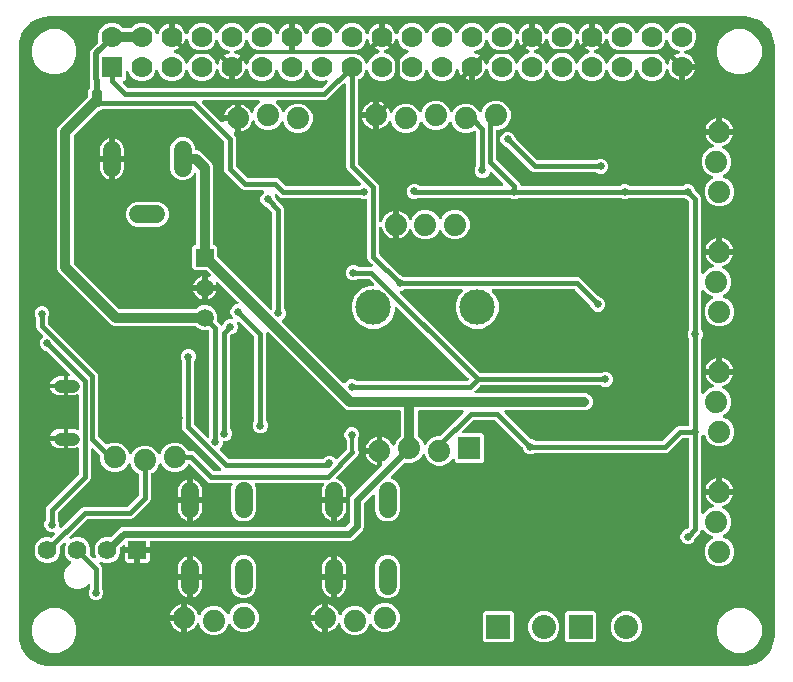
<source format=gbr>
G04 EAGLE Gerber RS-274X export*
G75*
%MOMM*%
%FSLAX34Y34*%
%LPD*%
%INBottom Copper*%
%IPPOS*%
%AMOC8*
5,1,8,0,0,1.08239X$1,22.5*%
G01*
%ADD10R,1.500000X1.500000*%
%ADD11C,1.500000*%
%ADD12C,1.500000*%
%ADD13C,1.879600*%
%ADD14C,3.000000*%
%ADD15R,1.778000X1.778000*%
%ADD16C,1.778000*%
%ADD17C,1.524000*%
%ADD18R,2.032000X2.032000*%
%ADD19C,2.032000*%
%ADD20C,1.570000*%
%ADD21R,1.570000X1.570000*%
%ADD22R,1.879600X1.879600*%
%ADD23C,0.950000*%
%ADD24C,1.100000*%
%ADD25C,0.654800*%
%ADD26C,0.406400*%
%ADD27C,0.304800*%
%ADD28C,0.812800*%
%ADD29C,0.609600*%
%ADD30C,0.508000*%
%ADD31C,0.754800*%

G36*
X620021Y5083D02*
X620021Y5083D01*
X620083Y5083D01*
X623170Y5286D01*
X623213Y5294D01*
X623258Y5295D01*
X623415Y5326D01*
X629379Y6924D01*
X629458Y6957D01*
X629541Y6980D01*
X629664Y7040D01*
X629673Y7044D01*
X629677Y7047D01*
X629685Y7051D01*
X635032Y10138D01*
X635100Y10190D01*
X635174Y10233D01*
X635277Y10324D01*
X635285Y10330D01*
X635288Y10334D01*
X635295Y10340D01*
X639660Y14705D01*
X639713Y14773D01*
X639773Y14834D01*
X639849Y14948D01*
X639855Y14957D01*
X639857Y14961D01*
X639862Y14968D01*
X642949Y20315D01*
X642982Y20394D01*
X643024Y20468D01*
X643068Y20598D01*
X643072Y20608D01*
X643073Y20612D01*
X643076Y20621D01*
X644674Y26585D01*
X644680Y26628D01*
X644694Y26670D01*
X644714Y26830D01*
X644917Y29917D01*
X644915Y29938D01*
X644919Y30000D01*
X644919Y530000D01*
X644917Y530021D01*
X644917Y530083D01*
X644714Y533170D01*
X644706Y533213D01*
X644705Y533258D01*
X644695Y533308D01*
X644694Y533326D01*
X644688Y533345D01*
X644674Y533415D01*
X643076Y539379D01*
X643043Y539458D01*
X643020Y539541D01*
X642960Y539664D01*
X642956Y539673D01*
X642953Y539677D01*
X642949Y539685D01*
X639862Y545032D01*
X639810Y545100D01*
X639767Y545174D01*
X639676Y545277D01*
X639670Y545285D01*
X639666Y545288D01*
X639660Y545295D01*
X635295Y549660D01*
X635227Y549713D01*
X635166Y549773D01*
X635052Y549849D01*
X635043Y549855D01*
X635039Y549857D01*
X635032Y549862D01*
X629685Y552949D01*
X629606Y552982D01*
X629532Y553024D01*
X629402Y553068D01*
X629392Y553072D01*
X629387Y553073D01*
X629379Y553076D01*
X623415Y554674D01*
X623372Y554680D01*
X623330Y554694D01*
X623170Y554714D01*
X620083Y554917D01*
X620062Y554915D01*
X620000Y554919D01*
X30000Y554919D01*
X29979Y554917D01*
X29917Y554917D01*
X26830Y554714D01*
X26787Y554706D01*
X26742Y554705D01*
X26585Y554674D01*
X20621Y553076D01*
X20542Y553043D01*
X20459Y553020D01*
X20336Y552960D01*
X20327Y552956D01*
X20323Y552953D01*
X20315Y552949D01*
X14968Y549862D01*
X14900Y549810D01*
X14826Y549767D01*
X14723Y549676D01*
X14715Y549670D01*
X14712Y549666D01*
X14705Y549660D01*
X10340Y545295D01*
X10287Y545227D01*
X10227Y545166D01*
X10151Y545052D01*
X10145Y545043D01*
X10143Y545039D01*
X10138Y545032D01*
X7051Y539685D01*
X7018Y539606D01*
X6976Y539532D01*
X6932Y539402D01*
X6928Y539392D01*
X6927Y539387D01*
X6924Y539379D01*
X5326Y533415D01*
X5320Y533372D01*
X5306Y533330D01*
X5286Y533170D01*
X5083Y530083D01*
X5085Y530062D01*
X5081Y530000D01*
X5081Y30000D01*
X5083Y29979D01*
X5083Y29917D01*
X5286Y26830D01*
X5294Y26787D01*
X5295Y26742D01*
X5326Y26585D01*
X6924Y20621D01*
X6957Y20542D01*
X6980Y20459D01*
X7040Y20336D01*
X7044Y20327D01*
X7047Y20323D01*
X7051Y20315D01*
X10138Y14968D01*
X10190Y14900D01*
X10233Y14826D01*
X10324Y14723D01*
X10330Y14715D01*
X10334Y14712D01*
X10340Y14705D01*
X14705Y10340D01*
X14773Y10287D01*
X14834Y10227D01*
X14948Y10151D01*
X14957Y10145D01*
X14961Y10143D01*
X14968Y10138D01*
X20315Y7051D01*
X20394Y7018D01*
X20468Y6976D01*
X20598Y6932D01*
X20608Y6928D01*
X20613Y6927D01*
X20621Y6924D01*
X26585Y5326D01*
X26628Y5320D01*
X26670Y5306D01*
X26830Y5286D01*
X29917Y5083D01*
X29938Y5085D01*
X30000Y5081D01*
X620000Y5081D01*
X620021Y5083D01*
G37*
%LPC*%
G36*
X69100Y60479D02*
X69100Y60479D01*
X66776Y61442D01*
X64998Y63220D01*
X64035Y65544D01*
X64035Y68060D01*
X64998Y70384D01*
X65060Y70445D01*
X65120Y70523D01*
X65188Y70596D01*
X65217Y70649D01*
X65254Y70696D01*
X65294Y70787D01*
X65342Y70874D01*
X65357Y70933D01*
X65381Y70988D01*
X65396Y71086D01*
X65421Y71182D01*
X65427Y71282D01*
X65431Y71302D01*
X65429Y71315D01*
X65431Y71343D01*
X65431Y73013D01*
X65414Y73150D01*
X65401Y73289D01*
X65394Y73308D01*
X65391Y73328D01*
X65340Y73457D01*
X65293Y73589D01*
X65282Y73605D01*
X65274Y73624D01*
X65193Y73737D01*
X65115Y73852D01*
X65099Y73865D01*
X65088Y73882D01*
X64980Y73970D01*
X64876Y74062D01*
X64858Y74071D01*
X64843Y74084D01*
X64717Y74144D01*
X64593Y74207D01*
X64573Y74211D01*
X64555Y74220D01*
X64419Y74246D01*
X64283Y74276D01*
X64262Y74276D01*
X64243Y74280D01*
X64104Y74271D01*
X63965Y74267D01*
X63945Y74261D01*
X63925Y74260D01*
X63793Y74217D01*
X63659Y74178D01*
X63642Y74168D01*
X63623Y74162D01*
X63505Y74087D01*
X63385Y74017D01*
X63364Y73998D01*
X63354Y73992D01*
X63340Y73977D01*
X63265Y73910D01*
X61028Y71674D01*
X56864Y69949D01*
X52356Y69949D01*
X48192Y71674D01*
X45004Y74862D01*
X43279Y79026D01*
X43279Y83534D01*
X45004Y87698D01*
X48192Y90886D01*
X48808Y91141D01*
X48929Y91210D01*
X49052Y91275D01*
X49067Y91289D01*
X49085Y91299D01*
X49184Y91395D01*
X49287Y91489D01*
X49298Y91506D01*
X49313Y91520D01*
X49386Y91638D01*
X49462Y91755D01*
X49469Y91774D01*
X49479Y91791D01*
X49520Y91924D01*
X49565Y92055D01*
X49567Y92076D01*
X49573Y92095D01*
X49579Y92234D01*
X49591Y92373D01*
X49587Y92392D01*
X49588Y92413D01*
X49560Y92549D01*
X49536Y92686D01*
X49528Y92704D01*
X49524Y92724D01*
X49463Y92849D01*
X49406Y92976D01*
X49393Y92992D01*
X49384Y93010D01*
X49294Y93115D01*
X49207Y93224D01*
X49191Y93236D01*
X49178Y93252D01*
X49064Y93332D01*
X48953Y93416D01*
X48928Y93428D01*
X48918Y93435D01*
X48899Y93442D01*
X48808Y93486D01*
X48436Y93640D01*
X45370Y96706D01*
X43711Y100712D01*
X43711Y105048D01*
X44910Y107941D01*
X44928Y108008D01*
X44956Y108072D01*
X44970Y108161D01*
X44994Y108248D01*
X44995Y108318D01*
X45006Y108387D01*
X44997Y108476D01*
X44999Y108566D01*
X44982Y108634D01*
X44976Y108703D01*
X44945Y108788D01*
X44925Y108875D01*
X44892Y108937D01*
X44868Y109002D01*
X44818Y109077D01*
X44776Y109156D01*
X44729Y109208D01*
X44690Y109266D01*
X44622Y109325D01*
X44562Y109392D01*
X44504Y109430D01*
X44451Y109476D01*
X44371Y109517D01*
X44296Y109566D01*
X44230Y109589D01*
X44168Y109621D01*
X44080Y109640D01*
X43995Y109670D01*
X43926Y109675D01*
X43858Y109690D01*
X43768Y109688D01*
X43678Y109695D01*
X43610Y109683D01*
X43540Y109681D01*
X43454Y109656D01*
X43365Y109640D01*
X43301Y109612D01*
X43234Y109592D01*
X43157Y109547D01*
X43075Y109510D01*
X43021Y109466D01*
X42960Y109431D01*
X42840Y109324D01*
X40256Y106740D01*
X40238Y106717D01*
X40215Y106698D01*
X40140Y106592D01*
X40061Y106489D01*
X40049Y106462D01*
X40032Y106438D01*
X39986Y106317D01*
X39934Y106197D01*
X39930Y106168D01*
X39919Y106141D01*
X39905Y106012D01*
X39885Y105883D01*
X39887Y105854D01*
X39884Y105824D01*
X39902Y105696D01*
X39914Y105567D01*
X39924Y105539D01*
X39929Y105510D01*
X39981Y105357D01*
X40109Y105048D01*
X40109Y100712D01*
X38450Y96706D01*
X35384Y93640D01*
X31378Y91981D01*
X27042Y91981D01*
X23036Y93640D01*
X19970Y96706D01*
X18311Y100712D01*
X18311Y105048D01*
X19970Y109054D01*
X23036Y112120D01*
X27042Y113779D01*
X31378Y113779D01*
X31687Y113651D01*
X31716Y113643D01*
X31742Y113629D01*
X31869Y113601D01*
X31994Y113567D01*
X32024Y113566D01*
X32052Y113560D01*
X32182Y113564D01*
X32312Y113562D01*
X32341Y113568D01*
X32370Y113569D01*
X32495Y113605D01*
X32621Y113636D01*
X32647Y113650D01*
X32676Y113658D01*
X32788Y113724D01*
X32902Y113784D01*
X32924Y113804D01*
X32950Y113819D01*
X33070Y113926D01*
X35115Y115971D01*
X35201Y116080D01*
X35289Y116187D01*
X35298Y116206D01*
X35310Y116222D01*
X35366Y116350D01*
X35425Y116475D01*
X35428Y116495D01*
X35437Y116514D01*
X35458Y116652D01*
X35484Y116788D01*
X35483Y116808D01*
X35486Y116828D01*
X35473Y116967D01*
X35465Y117105D01*
X35459Y117124D01*
X35457Y117144D01*
X35409Y117276D01*
X35367Y117407D01*
X35356Y117425D01*
X35349Y117444D01*
X35271Y117559D01*
X35197Y117676D01*
X35182Y117690D01*
X35170Y117707D01*
X35066Y117799D01*
X34965Y117894D01*
X34947Y117904D01*
X34932Y117917D01*
X34808Y117980D01*
X34686Y118048D01*
X34667Y118053D01*
X34649Y118062D01*
X34513Y118092D01*
X34378Y118127D01*
X34350Y118129D01*
X34338Y118132D01*
X34318Y118131D01*
X34218Y118137D01*
X31762Y118137D01*
X29438Y119100D01*
X27660Y120878D01*
X26697Y123202D01*
X26697Y125718D01*
X27674Y128076D01*
X27696Y128100D01*
X27725Y128153D01*
X27762Y128200D01*
X27802Y128291D01*
X27850Y128378D01*
X27865Y128437D01*
X27889Y128492D01*
X27904Y128590D01*
X27929Y128686D01*
X27935Y128786D01*
X27939Y128806D01*
X27937Y128819D01*
X27939Y128847D01*
X27939Y138171D01*
X28713Y140038D01*
X55508Y166833D01*
X55568Y166911D01*
X55636Y166983D01*
X55665Y167036D01*
X55702Y167084D01*
X55742Y167175D01*
X55790Y167262D01*
X55805Y167320D01*
X55829Y167376D01*
X55844Y167474D01*
X55869Y167570D01*
X55875Y167670D01*
X55879Y167690D01*
X55877Y167702D01*
X55879Y167730D01*
X55879Y189091D01*
X55873Y189141D01*
X55875Y189190D01*
X55853Y189298D01*
X55839Y189407D01*
X55821Y189453D01*
X55811Y189502D01*
X55763Y189600D01*
X55722Y189702D01*
X55693Y189743D01*
X55671Y189787D01*
X55600Y189871D01*
X55536Y189960D01*
X55497Y189991D01*
X55465Y190029D01*
X55375Y190092D01*
X55291Y190163D01*
X55246Y190184D01*
X55205Y190212D01*
X55102Y190251D01*
X55003Y190298D01*
X54954Y190307D01*
X54908Y190325D01*
X54798Y190337D01*
X54691Y190358D01*
X54641Y190355D01*
X54592Y190360D01*
X54483Y190345D01*
X54373Y190338D01*
X54326Y190323D01*
X54277Y190316D01*
X54124Y190264D01*
X52831Y189728D01*
X51278Y189419D01*
X46735Y189419D01*
X46735Y196980D01*
X46720Y197098D01*
X46713Y197217D01*
X46700Y197255D01*
X46695Y197295D01*
X46652Y197406D01*
X46636Y197454D01*
X46646Y197472D01*
X46656Y197511D01*
X46673Y197547D01*
X46695Y197664D01*
X46725Y197780D01*
X46729Y197840D01*
X46733Y197860D01*
X46731Y197880D01*
X46735Y197940D01*
X46735Y205501D01*
X51278Y205501D01*
X52832Y205192D01*
X54124Y204656D01*
X54172Y204643D01*
X54217Y204622D01*
X54325Y204601D01*
X54431Y204572D01*
X54481Y204571D01*
X54530Y204562D01*
X54639Y204569D01*
X54749Y204567D01*
X54797Y204579D01*
X54847Y204582D01*
X54951Y204616D01*
X55058Y204641D01*
X55102Y204665D01*
X55149Y204680D01*
X55242Y204739D01*
X55339Y204790D01*
X55376Y204823D01*
X55418Y204850D01*
X55493Y204930D01*
X55575Y205004D01*
X55602Y205046D01*
X55636Y205082D01*
X55689Y205178D01*
X55749Y205270D01*
X55766Y205317D01*
X55790Y205360D01*
X55817Y205466D01*
X55853Y205571D01*
X55857Y205620D01*
X55869Y205668D01*
X55879Y205829D01*
X55879Y233591D01*
X55873Y233641D01*
X55875Y233690D01*
X55857Y233778D01*
X55857Y233783D01*
X55855Y233788D01*
X55853Y233797D01*
X55839Y233907D01*
X55821Y233953D01*
X55811Y234002D01*
X55763Y234100D01*
X55722Y234202D01*
X55693Y234243D01*
X55671Y234287D01*
X55600Y234371D01*
X55536Y234460D01*
X55497Y234491D01*
X55465Y234529D01*
X55375Y234592D01*
X55291Y234663D01*
X55246Y234684D01*
X55205Y234712D01*
X55102Y234751D01*
X55003Y234798D01*
X54954Y234807D01*
X54908Y234825D01*
X54798Y234837D01*
X54691Y234858D01*
X54641Y234855D01*
X54592Y234860D01*
X54483Y234845D01*
X54373Y234838D01*
X54326Y234823D01*
X54277Y234816D01*
X54124Y234764D01*
X52832Y234228D01*
X51278Y233919D01*
X46735Y233919D01*
X46735Y241480D01*
X46720Y241598D01*
X46713Y241717D01*
X46700Y241755D01*
X46695Y241795D01*
X46652Y241906D01*
X46636Y241954D01*
X46646Y241972D01*
X46656Y242011D01*
X46673Y242047D01*
X46695Y242164D01*
X46725Y242280D01*
X46729Y242340D01*
X46733Y242360D01*
X46731Y242380D01*
X46735Y242440D01*
X46735Y250001D01*
X47090Y250001D01*
X47227Y250018D01*
X47366Y250031D01*
X47385Y250038D01*
X47405Y250041D01*
X47534Y250092D01*
X47665Y250139D01*
X47682Y250150D01*
X47701Y250158D01*
X47813Y250239D01*
X47929Y250317D01*
X47942Y250333D01*
X47958Y250344D01*
X48047Y250452D01*
X48139Y250556D01*
X48148Y250574D01*
X48161Y250589D01*
X48220Y250715D01*
X48284Y250839D01*
X48288Y250859D01*
X48297Y250877D01*
X48323Y251013D01*
X48353Y251149D01*
X48353Y251170D01*
X48356Y251189D01*
X48348Y251328D01*
X48344Y251467D01*
X48338Y251487D01*
X48337Y251507D01*
X48294Y251639D01*
X48255Y251773D01*
X48245Y251790D01*
X48239Y251809D01*
X48164Y251927D01*
X48094Y252047D01*
X48075Y252068D01*
X48069Y252078D01*
X48054Y252092D01*
X47987Y252167D01*
X28719Y271436D01*
X28641Y271496D01*
X28569Y271564D01*
X28516Y271593D01*
X28468Y271630D01*
X28377Y271670D01*
X28290Y271718D01*
X28232Y271733D01*
X28176Y271757D01*
X28078Y271772D01*
X27982Y271797D01*
X27976Y271797D01*
X25628Y272770D01*
X23850Y274548D01*
X22887Y276872D01*
X22887Y279388D01*
X23850Y281712D01*
X25456Y283318D01*
X25529Y283412D01*
X25608Y283501D01*
X25626Y283537D01*
X25651Y283569D01*
X25698Y283678D01*
X25752Y283784D01*
X25761Y283824D01*
X25777Y283861D01*
X25796Y283979D01*
X25822Y284095D01*
X25821Y284135D01*
X25827Y284175D01*
X25816Y284294D01*
X25812Y284412D01*
X25801Y284451D01*
X25797Y284492D01*
X25757Y284604D01*
X25724Y284718D01*
X25703Y284753D01*
X25690Y284791D01*
X25623Y284889D01*
X25562Y284992D01*
X25523Y285037D01*
X25511Y285054D01*
X25496Y285067D01*
X25456Y285113D01*
X20331Y290238D01*
X19557Y292105D01*
X19557Y298889D01*
X19545Y298987D01*
X19542Y299087D01*
X19525Y299145D01*
X19517Y299205D01*
X19481Y299297D01*
X19453Y299392D01*
X19423Y299444D01*
X19400Y299501D01*
X19342Y299581D01*
X19292Y299666D01*
X19288Y299671D01*
X18315Y302018D01*
X18315Y304534D01*
X19278Y306858D01*
X21056Y308636D01*
X23380Y309599D01*
X25896Y309599D01*
X28220Y308636D01*
X29998Y306858D01*
X30961Y304534D01*
X30961Y302018D01*
X29984Y299660D01*
X29962Y299636D01*
X29933Y299583D01*
X29896Y299536D01*
X29856Y299445D01*
X29808Y299358D01*
X29793Y299299D01*
X29769Y299244D01*
X29754Y299146D01*
X29729Y299050D01*
X29723Y298950D01*
X29719Y298930D01*
X29721Y298917D01*
X29719Y298889D01*
X29719Y295746D01*
X29731Y295648D01*
X29734Y295549D01*
X29751Y295491D01*
X29759Y295431D01*
X29795Y295339D01*
X29823Y295244D01*
X29844Y295208D01*
X29846Y295200D01*
X29856Y295184D01*
X29876Y295135D01*
X29934Y295055D01*
X29984Y294970D01*
X30012Y294938D01*
X30017Y294931D01*
X30026Y294922D01*
X30050Y294894D01*
X30062Y294878D01*
X30072Y294870D01*
X30090Y294849D01*
X71617Y253322D01*
X72391Y251455D01*
X72391Y199480D01*
X72403Y199382D01*
X72406Y199283D01*
X72423Y199225D01*
X72431Y199165D01*
X72467Y199073D01*
X72495Y198978D01*
X72525Y198925D01*
X72548Y198869D01*
X72606Y198789D01*
X72656Y198704D01*
X72722Y198628D01*
X72734Y198612D01*
X72744Y198604D01*
X72762Y198583D01*
X78621Y192725D01*
X78644Y192706D01*
X78663Y192684D01*
X78769Y192609D01*
X78872Y192530D01*
X78899Y192518D01*
X78923Y192501D01*
X79045Y192455D01*
X79164Y192403D01*
X79193Y192399D01*
X79221Y192388D01*
X79350Y192374D01*
X79478Y192353D01*
X79507Y192356D01*
X79537Y192353D01*
X79665Y192371D01*
X79794Y192383D01*
X79822Y192393D01*
X79852Y192397D01*
X80004Y192449D01*
X83884Y194057D01*
X88836Y194057D01*
X93410Y192162D01*
X96912Y188660D01*
X98413Y185035D01*
X98482Y184915D01*
X98547Y184792D01*
X98561Y184777D01*
X98571Y184759D01*
X98668Y184659D01*
X98761Y184556D01*
X98778Y184545D01*
X98792Y184531D01*
X98910Y184458D01*
X99027Y184382D01*
X99046Y184375D01*
X99063Y184364D01*
X99196Y184324D01*
X99328Y184278D01*
X99348Y184277D01*
X99367Y184271D01*
X99506Y184264D01*
X99645Y184253D01*
X99665Y184257D01*
X99685Y184256D01*
X99821Y184284D01*
X99958Y184308D01*
X99977Y184316D01*
X99996Y184320D01*
X100122Y184381D01*
X100248Y184438D01*
X100264Y184451D01*
X100282Y184460D01*
X100388Y184550D01*
X100497Y184637D01*
X100509Y184653D01*
X100524Y184666D01*
X100604Y184780D01*
X100688Y184891D01*
X100700Y184916D01*
X100707Y184926D01*
X100714Y184945D01*
X100759Y185035D01*
X101208Y186120D01*
X104710Y189622D01*
X109284Y191517D01*
X114236Y191517D01*
X118810Y189622D01*
X122312Y186120D01*
X122761Y185035D01*
X122830Y184914D01*
X122895Y184792D01*
X122909Y184777D01*
X122919Y184759D01*
X123016Y184659D01*
X123109Y184556D01*
X123126Y184545D01*
X123140Y184531D01*
X123258Y184458D01*
X123375Y184382D01*
X123394Y184375D01*
X123411Y184364D01*
X123544Y184324D01*
X123676Y184278D01*
X123696Y184277D01*
X123715Y184271D01*
X123853Y184264D01*
X123993Y184253D01*
X124013Y184257D01*
X124033Y184256D01*
X124169Y184284D01*
X124306Y184308D01*
X124324Y184316D01*
X124344Y184320D01*
X124470Y184381D01*
X124596Y184438D01*
X124612Y184451D01*
X124630Y184460D01*
X124736Y184550D01*
X124844Y184637D01*
X124857Y184653D01*
X124872Y184666D01*
X124952Y184780D01*
X125036Y184891D01*
X125048Y184916D01*
X125055Y184926D01*
X125062Y184945D01*
X125107Y185035D01*
X126608Y188660D01*
X130110Y192162D01*
X134684Y194057D01*
X139636Y194057D01*
X144210Y192162D01*
X147712Y188660D01*
X148203Y187474D01*
X148218Y187449D01*
X148227Y187421D01*
X148296Y187311D01*
X148361Y187198D01*
X148381Y187177D01*
X148397Y187152D01*
X148492Y187063D01*
X148582Y186970D01*
X148607Y186954D01*
X148629Y186934D01*
X148743Y186871D01*
X148853Y186803D01*
X148881Y186795D01*
X148907Y186780D01*
X149033Y186748D01*
X149157Y186710D01*
X149187Y186708D01*
X149215Y186701D01*
X149376Y186691D01*
X152141Y186691D01*
X154008Y185917D01*
X169373Y170552D01*
X169451Y170492D01*
X169523Y170424D01*
X169576Y170395D01*
X169624Y170358D01*
X169715Y170318D01*
X169802Y170270D01*
X169860Y170255D01*
X169916Y170231D01*
X170014Y170216D01*
X170110Y170191D01*
X170210Y170185D01*
X170230Y170181D01*
X170242Y170183D01*
X170270Y170181D01*
X175170Y170181D01*
X175307Y170198D01*
X175446Y170211D01*
X175465Y170218D01*
X175485Y170221D01*
X175614Y170272D01*
X175745Y170319D01*
X175762Y170330D01*
X175781Y170338D01*
X175893Y170419D01*
X176009Y170497D01*
X176022Y170513D01*
X176038Y170524D01*
X176127Y170632D01*
X176219Y170736D01*
X176228Y170754D01*
X176241Y170769D01*
X176300Y170895D01*
X176364Y171019D01*
X176368Y171039D01*
X176377Y171057D01*
X176403Y171193D01*
X176433Y171329D01*
X176433Y171350D01*
X176436Y171369D01*
X176428Y171508D01*
X176424Y171647D01*
X176418Y171667D01*
X176417Y171687D01*
X176374Y171819D01*
X176335Y171953D01*
X176325Y171970D01*
X176319Y171989D01*
X176244Y172107D01*
X176174Y172227D01*
X176155Y172248D01*
X176149Y172258D01*
X176134Y172272D01*
X176067Y172347D01*
X144283Y204132D01*
X143509Y205999D01*
X143509Y262313D01*
X143497Y262411D01*
X143494Y262511D01*
X143477Y262569D01*
X143469Y262629D01*
X143433Y262721D01*
X143405Y262816D01*
X143375Y262868D01*
X143352Y262925D01*
X143294Y263005D01*
X143244Y263090D01*
X143240Y263095D01*
X142267Y265442D01*
X142267Y267958D01*
X143230Y270282D01*
X145008Y272060D01*
X147332Y273023D01*
X149848Y273023D01*
X152172Y272060D01*
X153950Y270282D01*
X154913Y267958D01*
X154913Y265442D01*
X153936Y263084D01*
X153914Y263060D01*
X153885Y263007D01*
X153848Y262960D01*
X153808Y262869D01*
X153760Y262782D01*
X153745Y262723D01*
X153721Y262668D01*
X153706Y262570D01*
X153681Y262474D01*
X153675Y262374D01*
X153671Y262354D01*
X153673Y262341D01*
X153671Y262313D01*
X153671Y209640D01*
X153683Y209542D01*
X153686Y209443D01*
X153703Y209385D01*
X153711Y209325D01*
X153747Y209233D01*
X153775Y209138D01*
X153805Y209085D01*
X153828Y209029D01*
X153886Y208949D01*
X153936Y208864D01*
X154002Y208788D01*
X154014Y208772D01*
X154024Y208764D01*
X154042Y208743D01*
X164203Y198583D01*
X164312Y198497D01*
X164419Y198409D01*
X164438Y198400D01*
X164454Y198388D01*
X164582Y198332D01*
X164707Y198273D01*
X164727Y198270D01*
X164746Y198261D01*
X164884Y198240D01*
X165020Y198214D01*
X165040Y198215D01*
X165060Y198212D01*
X165199Y198225D01*
X165337Y198233D01*
X165356Y198239D01*
X165376Y198241D01*
X165508Y198289D01*
X165639Y198331D01*
X165657Y198342D01*
X165676Y198349D01*
X165791Y198427D01*
X165908Y198501D01*
X165922Y198516D01*
X165939Y198528D01*
X166031Y198632D01*
X166126Y198733D01*
X166136Y198751D01*
X166149Y198766D01*
X166213Y198890D01*
X166280Y199012D01*
X166285Y199031D01*
X166294Y199049D01*
X166324Y199185D01*
X166359Y199320D01*
X166361Y199348D01*
X166364Y199360D01*
X166363Y199380D01*
X166369Y199480D01*
X166369Y287980D01*
X166363Y288030D01*
X166365Y288079D01*
X166343Y288187D01*
X166329Y288296D01*
X166311Y288342D01*
X166301Y288391D01*
X166253Y288490D01*
X166212Y288592D01*
X166183Y288632D01*
X166161Y288677D01*
X166090Y288760D01*
X166026Y288849D01*
X165987Y288881D01*
X165955Y288919D01*
X165865Y288982D01*
X165781Y289052D01*
X165736Y289073D01*
X165695Y289102D01*
X165592Y289141D01*
X165493Y289187D01*
X165444Y289197D01*
X165398Y289214D01*
X165288Y289226D01*
X165181Y289247D01*
X165131Y289244D01*
X165081Y289250D01*
X164973Y289234D01*
X164863Y289227D01*
X164816Y289212D01*
X164767Y289205D01*
X164668Y289171D01*
X160462Y289171D01*
X156585Y290777D01*
X155126Y292236D01*
X155048Y292296D01*
X154976Y292364D01*
X154923Y292393D01*
X154875Y292430D01*
X154784Y292470D01*
X154697Y292518D01*
X154639Y292533D01*
X154583Y292557D01*
X154485Y292572D01*
X154390Y292597D01*
X154290Y292603D01*
X154269Y292607D01*
X154257Y292605D01*
X154229Y292607D01*
X86215Y292607D01*
X83601Y293690D01*
X38420Y338871D01*
X37337Y341485D01*
X37337Y458615D01*
X38420Y461229D01*
X63636Y486444D01*
X63696Y486523D01*
X63764Y486595D01*
X63793Y486648D01*
X63830Y486696D01*
X63870Y486787D01*
X63918Y486873D01*
X63933Y486932D01*
X63957Y486988D01*
X63972Y487086D01*
X63997Y487181D01*
X64003Y487281D01*
X64007Y487302D01*
X64005Y487314D01*
X64007Y487342D01*
X64007Y491635D01*
X65090Y494249D01*
X65160Y494318D01*
X65220Y494397D01*
X65288Y494469D01*
X65317Y494522D01*
X65354Y494570D01*
X65394Y494661D01*
X65442Y494747D01*
X65457Y494806D01*
X65481Y494862D01*
X65496Y494960D01*
X65521Y495055D01*
X65527Y495155D01*
X65531Y495176D01*
X65529Y495188D01*
X65531Y495216D01*
X65531Y499460D01*
X65530Y499469D01*
X65531Y499478D01*
X65510Y499627D01*
X65491Y499775D01*
X65488Y499784D01*
X65487Y499793D01*
X65435Y499945D01*
X65157Y500615D01*
X65157Y521806D01*
X65156Y521816D01*
X65157Y521825D01*
X65136Y521974D01*
X65117Y522122D01*
X65114Y522131D01*
X65113Y522140D01*
X65061Y522292D01*
X65023Y522382D01*
X65023Y524606D01*
X65874Y526660D01*
X67625Y528410D01*
X71975Y532761D01*
X71993Y532784D01*
X72016Y532803D01*
X72091Y532910D01*
X72170Y533012D01*
X72182Y533039D01*
X72199Y533063D01*
X72245Y533185D01*
X72297Y533304D01*
X72301Y533333D01*
X72312Y533361D01*
X72326Y533490D01*
X72346Y533618D01*
X72344Y533648D01*
X72347Y533677D01*
X72329Y533805D01*
X72317Y533935D01*
X72307Y533963D01*
X72303Y533992D01*
X72250Y534144D01*
X71761Y535325D01*
X71761Y540075D01*
X73579Y544463D01*
X76937Y547821D01*
X81325Y549639D01*
X86075Y549639D01*
X90463Y547821D01*
X93099Y545184D01*
X93178Y545124D01*
X93250Y545056D01*
X93303Y545027D01*
X93351Y544990D01*
X93442Y544950D01*
X93528Y544902D01*
X93587Y544887D01*
X93643Y544863D01*
X93741Y544848D01*
X93836Y544823D01*
X93936Y544817D01*
X93957Y544813D01*
X93969Y544815D01*
X93997Y544813D01*
X98803Y544813D01*
X98901Y544825D01*
X99000Y544828D01*
X99058Y544845D01*
X99119Y544853D01*
X99211Y544889D01*
X99306Y544917D01*
X99358Y544947D01*
X99414Y544970D01*
X99494Y545028D01*
X99580Y545078D01*
X99655Y545144D01*
X99672Y545156D01*
X99679Y545166D01*
X99701Y545184D01*
X102337Y547821D01*
X106725Y549639D01*
X111475Y549639D01*
X115863Y547821D01*
X119221Y544463D01*
X120963Y540258D01*
X120978Y540232D01*
X120987Y540204D01*
X121056Y540094D01*
X121120Y539982D01*
X121141Y539960D01*
X121157Y539935D01*
X121251Y539847D01*
X121342Y539753D01*
X121367Y539738D01*
X121389Y539717D01*
X121502Y539655D01*
X121613Y539587D01*
X121641Y539578D01*
X121667Y539564D01*
X121793Y539532D01*
X121917Y539494D01*
X121946Y539492D01*
X121975Y539485D01*
X122105Y539485D01*
X122234Y539478D01*
X122264Y539484D01*
X122293Y539484D01*
X122419Y539517D01*
X122546Y539543D01*
X122573Y539556D01*
X122602Y539563D01*
X122715Y539625D01*
X122832Y539682D01*
X122854Y539702D01*
X122880Y539716D01*
X122975Y539804D01*
X123074Y539889D01*
X123091Y539913D01*
X123113Y539934D01*
X123182Y540043D01*
X123257Y540149D01*
X123267Y540177D01*
X123283Y540202D01*
X123343Y540352D01*
X123742Y541580D01*
X123742Y541581D01*
X123907Y542088D01*
X124723Y543691D01*
X125781Y545147D01*
X127053Y546419D01*
X128509Y547477D01*
X130112Y548293D01*
X131823Y548849D01*
X132001Y548877D01*
X132001Y538930D01*
X132016Y538812D01*
X132023Y538693D01*
X132035Y538655D01*
X132041Y538615D01*
X132084Y538504D01*
X132121Y538391D01*
X132143Y538357D01*
X132158Y538319D01*
X132227Y538223D01*
X132291Y538122D01*
X132321Y538094D01*
X132344Y538062D01*
X132436Y537986D01*
X132523Y537904D01*
X132558Y537885D01*
X132589Y537859D01*
X132697Y537808D01*
X132801Y537751D01*
X132841Y537741D01*
X132877Y537723D01*
X132994Y537701D01*
X133109Y537671D01*
X133169Y537667D01*
X133189Y537664D01*
X133210Y537665D01*
X133270Y537661D01*
X135730Y537661D01*
X135848Y537676D01*
X135967Y537683D01*
X136005Y537696D01*
X136046Y537701D01*
X136156Y537745D01*
X136269Y537781D01*
X136304Y537803D01*
X136341Y537818D01*
X136437Y537888D01*
X136538Y537951D01*
X136566Y537981D01*
X136599Y538005D01*
X136675Y538096D01*
X136756Y538183D01*
X136776Y538218D01*
X136801Y538250D01*
X136852Y538357D01*
X136910Y538462D01*
X136920Y538501D01*
X136937Y538537D01*
X136959Y538654D01*
X136989Y538770D01*
X136993Y538830D01*
X136997Y538850D01*
X136995Y538870D01*
X136999Y538930D01*
X136999Y548877D01*
X137177Y548849D01*
X138888Y548293D01*
X140491Y547477D01*
X141947Y546419D01*
X143219Y545147D01*
X144277Y543691D01*
X145093Y542088D01*
X145657Y540352D01*
X145670Y540325D01*
X145677Y540295D01*
X145738Y540181D01*
X145793Y540064D01*
X145812Y540041D01*
X145826Y540014D01*
X145913Y539918D01*
X145995Y539819D01*
X146020Y539801D01*
X146040Y539779D01*
X146148Y539708D01*
X146253Y539632D01*
X146280Y539621D01*
X146305Y539604D01*
X146428Y539562D01*
X146548Y539515D01*
X146578Y539511D01*
X146606Y539501D01*
X146736Y539491D01*
X146864Y539474D01*
X146893Y539478D01*
X146923Y539476D01*
X147051Y539498D01*
X147179Y539514D01*
X147207Y539525D01*
X147237Y539530D01*
X147355Y539583D01*
X147475Y539631D01*
X147499Y539649D01*
X147527Y539661D01*
X147628Y539742D01*
X147733Y539818D01*
X147752Y539841D01*
X147775Y539859D01*
X147853Y539963D01*
X147936Y540063D01*
X147948Y540090D01*
X147966Y540113D01*
X148037Y540258D01*
X149779Y544463D01*
X153137Y547821D01*
X157525Y549639D01*
X162275Y549639D01*
X166663Y547821D01*
X170021Y544463D01*
X171427Y541068D01*
X171496Y540947D01*
X171561Y540824D01*
X171575Y540809D01*
X171585Y540792D01*
X171682Y540692D01*
X171775Y540589D01*
X171792Y540578D01*
X171806Y540563D01*
X171924Y540491D01*
X172041Y540414D01*
X172060Y540408D01*
X172077Y540397D01*
X172210Y540356D01*
X172342Y540311D01*
X172362Y540309D01*
X172381Y540303D01*
X172520Y540297D01*
X172659Y540286D01*
X172679Y540289D01*
X172699Y540288D01*
X172835Y540316D01*
X172972Y540340D01*
X172991Y540348D01*
X173010Y540352D01*
X173135Y540414D01*
X173262Y540471D01*
X173278Y540483D01*
X173296Y540492D01*
X173402Y540583D01*
X173510Y540669D01*
X173523Y540685D01*
X173538Y540699D01*
X173618Y540812D01*
X173702Y540923D01*
X173714Y540949D01*
X173721Y540959D01*
X173728Y540978D01*
X173773Y541068D01*
X175179Y544463D01*
X178537Y547821D01*
X182925Y549639D01*
X187675Y549639D01*
X192063Y547821D01*
X195421Y544463D01*
X196827Y541068D01*
X196896Y540947D01*
X196961Y540824D01*
X196975Y540809D01*
X196985Y540792D01*
X197082Y540692D01*
X197175Y540589D01*
X197192Y540578D01*
X197206Y540563D01*
X197324Y540491D01*
X197441Y540414D01*
X197460Y540408D01*
X197477Y540397D01*
X197610Y540356D01*
X197742Y540311D01*
X197762Y540309D01*
X197781Y540303D01*
X197920Y540297D01*
X198059Y540286D01*
X198079Y540289D01*
X198099Y540288D01*
X198235Y540316D01*
X198372Y540340D01*
X198391Y540348D01*
X198410Y540352D01*
X198535Y540414D01*
X198662Y540471D01*
X198678Y540483D01*
X198696Y540492D01*
X198802Y540583D01*
X198910Y540669D01*
X198923Y540685D01*
X198938Y540699D01*
X199018Y540812D01*
X199102Y540923D01*
X199114Y540949D01*
X199121Y540959D01*
X199128Y540978D01*
X199173Y541068D01*
X200579Y544463D01*
X203937Y547821D01*
X208325Y549639D01*
X213075Y549639D01*
X217463Y547821D01*
X220821Y544463D01*
X222563Y540258D01*
X222578Y540232D01*
X222587Y540204D01*
X222656Y540094D01*
X222720Y539982D01*
X222741Y539960D01*
X222757Y539935D01*
X222851Y539847D01*
X222942Y539753D01*
X222967Y539738D01*
X222989Y539717D01*
X223102Y539655D01*
X223213Y539587D01*
X223241Y539578D01*
X223267Y539564D01*
X223393Y539532D01*
X223517Y539494D01*
X223546Y539492D01*
X223575Y539485D01*
X223705Y539485D01*
X223834Y539478D01*
X223864Y539484D01*
X223893Y539484D01*
X224019Y539517D01*
X224146Y539543D01*
X224173Y539556D01*
X224202Y539563D01*
X224315Y539625D01*
X224432Y539682D01*
X224454Y539702D01*
X224480Y539716D01*
X224575Y539804D01*
X224674Y539889D01*
X224691Y539913D01*
X224713Y539934D01*
X224782Y540043D01*
X224857Y540149D01*
X224867Y540177D01*
X224883Y540202D01*
X224943Y540352D01*
X225342Y541580D01*
X225342Y541581D01*
X225507Y542088D01*
X226323Y543691D01*
X227381Y545147D01*
X228653Y546419D01*
X230109Y547477D01*
X231712Y548293D01*
X233423Y548849D01*
X233601Y548877D01*
X233601Y538930D01*
X233616Y538812D01*
X233623Y538693D01*
X233635Y538655D01*
X233641Y538615D01*
X233684Y538504D01*
X233721Y538391D01*
X233743Y538357D01*
X233758Y538319D01*
X233827Y538223D01*
X233891Y538122D01*
X233921Y538094D01*
X233944Y538062D01*
X234036Y537986D01*
X234123Y537904D01*
X234158Y537885D01*
X234189Y537859D01*
X234297Y537808D01*
X234401Y537751D01*
X234441Y537741D01*
X234477Y537723D01*
X234584Y537703D01*
X234554Y537699D01*
X234444Y537655D01*
X234331Y537619D01*
X234296Y537597D01*
X234259Y537582D01*
X234162Y537512D01*
X234062Y537449D01*
X234034Y537419D01*
X234001Y537395D01*
X233925Y537304D01*
X233844Y537217D01*
X233824Y537182D01*
X233799Y537150D01*
X233748Y537043D01*
X233690Y536938D01*
X233680Y536899D01*
X233663Y536863D01*
X233641Y536746D01*
X233611Y536630D01*
X233607Y536570D01*
X233603Y536550D01*
X233605Y536530D01*
X233601Y536470D01*
X233601Y525508D01*
X233616Y525390D01*
X233623Y525271D01*
X233635Y525233D01*
X233641Y525192D01*
X233684Y525082D01*
X233721Y524969D01*
X233743Y524934D01*
X233758Y524897D01*
X233827Y524801D01*
X233891Y524700D01*
X233921Y524672D01*
X233944Y524639D01*
X234036Y524563D01*
X234123Y524482D01*
X234158Y524462D01*
X234189Y524437D01*
X234297Y524386D01*
X234401Y524328D01*
X234441Y524318D01*
X234477Y524301D01*
X234594Y524279D01*
X234709Y524249D01*
X234769Y524245D01*
X234789Y524241D01*
X234810Y524243D01*
X234870Y524239D01*
X237330Y524239D01*
X237448Y524254D01*
X237567Y524261D01*
X237605Y524274D01*
X237646Y524279D01*
X237756Y524322D01*
X237869Y524359D01*
X237904Y524381D01*
X237941Y524396D01*
X238037Y524465D01*
X238138Y524529D01*
X238166Y524559D01*
X238199Y524582D01*
X238275Y524674D01*
X238356Y524761D01*
X238376Y524796D01*
X238401Y524827D01*
X238452Y524935D01*
X238510Y525039D01*
X238520Y525079D01*
X238537Y525115D01*
X238559Y525232D01*
X238589Y525347D01*
X238593Y525407D01*
X238597Y525427D01*
X238595Y525448D01*
X238599Y525508D01*
X238599Y536470D01*
X238584Y536588D01*
X238577Y536707D01*
X238564Y536745D01*
X238559Y536785D01*
X238516Y536896D01*
X238479Y537009D01*
X238457Y537043D01*
X238442Y537081D01*
X238373Y537177D01*
X238309Y537278D01*
X238279Y537306D01*
X238256Y537338D01*
X238164Y537414D01*
X238077Y537496D01*
X238042Y537515D01*
X238011Y537541D01*
X237903Y537592D01*
X237799Y537649D01*
X237759Y537659D01*
X237723Y537677D01*
X237616Y537697D01*
X237646Y537701D01*
X237756Y537745D01*
X237869Y537781D01*
X237904Y537803D01*
X237941Y537818D01*
X238037Y537888D01*
X238138Y537951D01*
X238166Y537981D01*
X238199Y538005D01*
X238275Y538096D01*
X238356Y538183D01*
X238376Y538218D01*
X238401Y538250D01*
X238452Y538357D01*
X238510Y538462D01*
X238520Y538501D01*
X238537Y538537D01*
X238559Y538654D01*
X238589Y538770D01*
X238593Y538830D01*
X238597Y538850D01*
X238595Y538870D01*
X238599Y538930D01*
X238599Y548877D01*
X238777Y548849D01*
X240488Y548293D01*
X242091Y547477D01*
X243547Y546419D01*
X244819Y545147D01*
X245877Y543691D01*
X246693Y542088D01*
X247257Y540352D01*
X247270Y540325D01*
X247277Y540295D01*
X247338Y540181D01*
X247393Y540064D01*
X247412Y540041D01*
X247426Y540014D01*
X247513Y539918D01*
X247595Y539819D01*
X247620Y539801D01*
X247640Y539779D01*
X247748Y539708D01*
X247853Y539632D01*
X247880Y539621D01*
X247905Y539604D01*
X248028Y539562D01*
X248148Y539515D01*
X248178Y539511D01*
X248206Y539501D01*
X248336Y539491D01*
X248464Y539475D01*
X248493Y539478D01*
X248523Y539476D01*
X248651Y539498D01*
X248779Y539514D01*
X248807Y539525D01*
X248837Y539530D01*
X248955Y539583D01*
X249075Y539631D01*
X249099Y539649D01*
X249127Y539661D01*
X249228Y539742D01*
X249333Y539818D01*
X249352Y539841D01*
X249375Y539859D01*
X249453Y539963D01*
X249536Y540063D01*
X249548Y540090D01*
X249566Y540114D01*
X249637Y540258D01*
X251379Y544463D01*
X254737Y547821D01*
X259125Y549639D01*
X263875Y549639D01*
X268263Y547821D01*
X271621Y544463D01*
X273027Y541068D01*
X273096Y540947D01*
X273161Y540824D01*
X273175Y540809D01*
X273185Y540792D01*
X273282Y540692D01*
X273375Y540589D01*
X273392Y540578D01*
X273406Y540563D01*
X273524Y540491D01*
X273641Y540414D01*
X273660Y540408D01*
X273677Y540397D01*
X273810Y540356D01*
X273942Y540311D01*
X273962Y540309D01*
X273981Y540303D01*
X274120Y540297D01*
X274259Y540286D01*
X274279Y540289D01*
X274299Y540288D01*
X274435Y540316D01*
X274572Y540340D01*
X274591Y540348D01*
X274610Y540353D01*
X274735Y540414D01*
X274862Y540471D01*
X274878Y540483D01*
X274896Y540492D01*
X275002Y540583D01*
X275110Y540669D01*
X275123Y540685D01*
X275138Y540699D01*
X275218Y540812D01*
X275302Y540923D01*
X275314Y540949D01*
X275321Y540959D01*
X275328Y540978D01*
X275373Y541068D01*
X276779Y544463D01*
X280137Y547821D01*
X284525Y549639D01*
X289275Y549639D01*
X293663Y547821D01*
X297021Y544463D01*
X298763Y540258D01*
X298778Y540232D01*
X298787Y540204D01*
X298856Y540094D01*
X298920Y539982D01*
X298941Y539960D01*
X298957Y539935D01*
X299051Y539847D01*
X299142Y539753D01*
X299167Y539738D01*
X299189Y539717D01*
X299302Y539655D01*
X299413Y539587D01*
X299441Y539578D01*
X299467Y539564D01*
X299593Y539532D01*
X299717Y539494D01*
X299746Y539492D01*
X299775Y539485D01*
X299905Y539485D01*
X300034Y539478D01*
X300064Y539484D01*
X300093Y539484D01*
X300219Y539517D01*
X300346Y539543D01*
X300373Y539556D01*
X300402Y539563D01*
X300515Y539625D01*
X300632Y539682D01*
X300654Y539702D01*
X300680Y539716D01*
X300775Y539804D01*
X300874Y539889D01*
X300891Y539913D01*
X300913Y539934D01*
X300982Y540043D01*
X301057Y540149D01*
X301067Y540177D01*
X301083Y540202D01*
X301143Y540352D01*
X301542Y541580D01*
X301542Y541581D01*
X301707Y542088D01*
X302523Y543691D01*
X303581Y545147D01*
X304853Y546419D01*
X306309Y547477D01*
X307912Y548293D01*
X309623Y548849D01*
X309801Y548877D01*
X309801Y538930D01*
X309816Y538812D01*
X309823Y538693D01*
X309835Y538655D01*
X309841Y538615D01*
X309884Y538504D01*
X309921Y538391D01*
X309943Y538357D01*
X309958Y538319D01*
X310027Y538223D01*
X310091Y538122D01*
X310121Y538094D01*
X310144Y538062D01*
X310236Y537986D01*
X310323Y537904D01*
X310358Y537885D01*
X310389Y537859D01*
X310497Y537808D01*
X310601Y537751D01*
X310641Y537741D01*
X310677Y537723D01*
X310794Y537701D01*
X310909Y537671D01*
X310969Y537667D01*
X310989Y537664D01*
X311010Y537665D01*
X311070Y537661D01*
X313530Y537661D01*
X313648Y537676D01*
X313767Y537683D01*
X313805Y537696D01*
X313846Y537701D01*
X313956Y537745D01*
X314069Y537781D01*
X314104Y537803D01*
X314141Y537818D01*
X314237Y537888D01*
X314338Y537951D01*
X314366Y537981D01*
X314399Y538005D01*
X314475Y538096D01*
X314556Y538183D01*
X314576Y538218D01*
X314601Y538250D01*
X314652Y538357D01*
X314710Y538462D01*
X314720Y538501D01*
X314737Y538537D01*
X314759Y538654D01*
X314789Y538770D01*
X314793Y538830D01*
X314797Y538850D01*
X314795Y538870D01*
X314799Y538930D01*
X314799Y548877D01*
X314977Y548849D01*
X316688Y548293D01*
X318291Y547477D01*
X319747Y546419D01*
X321019Y545147D01*
X322077Y543691D01*
X322893Y542088D01*
X323457Y540352D01*
X323470Y540325D01*
X323477Y540295D01*
X323538Y540181D01*
X323593Y540064D01*
X323612Y540041D01*
X323626Y540014D01*
X323713Y539918D01*
X323795Y539819D01*
X323820Y539801D01*
X323840Y539779D01*
X323948Y539708D01*
X324053Y539632D01*
X324080Y539621D01*
X324105Y539604D01*
X324228Y539562D01*
X324348Y539515D01*
X324378Y539511D01*
X324406Y539501D01*
X324536Y539491D01*
X324664Y539475D01*
X324693Y539478D01*
X324723Y539476D01*
X324851Y539498D01*
X324979Y539514D01*
X325007Y539525D01*
X325037Y539530D01*
X325155Y539583D01*
X325275Y539631D01*
X325299Y539649D01*
X325327Y539661D01*
X325428Y539742D01*
X325533Y539818D01*
X325552Y539841D01*
X325575Y539859D01*
X325653Y539963D01*
X325736Y540063D01*
X325748Y540090D01*
X325766Y540114D01*
X325837Y540258D01*
X327579Y544463D01*
X330937Y547821D01*
X335325Y549639D01*
X340075Y549639D01*
X344463Y547821D01*
X347821Y544463D01*
X349227Y541068D01*
X349296Y540947D01*
X349361Y540824D01*
X349375Y540809D01*
X349385Y540792D01*
X349482Y540692D01*
X349575Y540589D01*
X349592Y540578D01*
X349606Y540563D01*
X349724Y540491D01*
X349841Y540414D01*
X349860Y540408D01*
X349877Y540397D01*
X350010Y540356D01*
X350142Y540311D01*
X350162Y540309D01*
X350181Y540303D01*
X350320Y540297D01*
X350459Y540286D01*
X350479Y540289D01*
X350499Y540288D01*
X350635Y540316D01*
X350772Y540340D01*
X350791Y540348D01*
X350810Y540353D01*
X350935Y540414D01*
X351062Y540471D01*
X351078Y540483D01*
X351096Y540492D01*
X351202Y540583D01*
X351310Y540669D01*
X351323Y540685D01*
X351338Y540699D01*
X351418Y540812D01*
X351502Y540923D01*
X351514Y540949D01*
X351521Y540959D01*
X351528Y540978D01*
X351573Y541068D01*
X352979Y544463D01*
X356337Y547821D01*
X360725Y549639D01*
X365475Y549639D01*
X369863Y547821D01*
X373221Y544463D01*
X374627Y541068D01*
X374696Y540947D01*
X374761Y540824D01*
X374775Y540809D01*
X374785Y540792D01*
X374882Y540692D01*
X374975Y540589D01*
X374992Y540578D01*
X375006Y540563D01*
X375125Y540491D01*
X375241Y540414D01*
X375260Y540408D01*
X375277Y540397D01*
X375410Y540356D01*
X375542Y540311D01*
X375562Y540309D01*
X375581Y540303D01*
X375720Y540297D01*
X375859Y540286D01*
X375879Y540289D01*
X375899Y540288D01*
X376035Y540316D01*
X376172Y540340D01*
X376191Y540348D01*
X376210Y540352D01*
X376336Y540414D01*
X376462Y540471D01*
X376478Y540483D01*
X376496Y540492D01*
X376602Y540583D01*
X376710Y540669D01*
X376723Y540685D01*
X376738Y540699D01*
X376818Y540812D01*
X376902Y540923D01*
X376914Y540949D01*
X376921Y540959D01*
X376928Y540978D01*
X376973Y541068D01*
X378379Y544463D01*
X381737Y547821D01*
X386125Y549639D01*
X390875Y549639D01*
X395263Y547821D01*
X398621Y544463D01*
X400027Y541068D01*
X400096Y540947D01*
X400161Y540824D01*
X400175Y540809D01*
X400185Y540792D01*
X400282Y540692D01*
X400375Y540589D01*
X400392Y540578D01*
X400406Y540563D01*
X400524Y540491D01*
X400641Y540414D01*
X400660Y540408D01*
X400677Y540397D01*
X400810Y540356D01*
X400942Y540311D01*
X400962Y540309D01*
X400981Y540303D01*
X401120Y540297D01*
X401259Y540286D01*
X401279Y540289D01*
X401299Y540288D01*
X401435Y540316D01*
X401572Y540340D01*
X401591Y540348D01*
X401610Y540352D01*
X401735Y540414D01*
X401862Y540471D01*
X401878Y540483D01*
X401896Y540492D01*
X402002Y540583D01*
X402110Y540669D01*
X402123Y540685D01*
X402138Y540699D01*
X402218Y540812D01*
X402302Y540923D01*
X402314Y540949D01*
X402321Y540959D01*
X402328Y540978D01*
X402373Y541068D01*
X403779Y544463D01*
X407137Y547821D01*
X411525Y549639D01*
X416275Y549639D01*
X420663Y547821D01*
X424021Y544463D01*
X425763Y540258D01*
X425778Y540232D01*
X425787Y540204D01*
X425856Y540094D01*
X425920Y539982D01*
X425941Y539960D01*
X425957Y539935D01*
X426051Y539846D01*
X426142Y539753D01*
X426167Y539738D01*
X426189Y539717D01*
X426303Y539655D01*
X426413Y539587D01*
X426441Y539578D01*
X426467Y539564D01*
X426593Y539532D01*
X426717Y539493D01*
X426747Y539492D01*
X426775Y539485D01*
X426905Y539485D01*
X427034Y539478D01*
X427064Y539484D01*
X427093Y539484D01*
X427219Y539516D01*
X427346Y539543D01*
X427373Y539556D01*
X427402Y539563D01*
X427515Y539625D01*
X427632Y539682D01*
X427654Y539702D01*
X427680Y539716D01*
X427775Y539805D01*
X427874Y539889D01*
X427891Y539913D01*
X427913Y539934D01*
X427982Y540043D01*
X428057Y540149D01*
X428067Y540177D01*
X428083Y540202D01*
X428143Y540352D01*
X428542Y541581D01*
X428707Y542088D01*
X429523Y543691D01*
X430581Y545147D01*
X431853Y546419D01*
X433309Y547477D01*
X434912Y548293D01*
X436623Y548849D01*
X436801Y548877D01*
X436801Y538930D01*
X436816Y538812D01*
X436823Y538693D01*
X436835Y538655D01*
X436841Y538615D01*
X436884Y538504D01*
X436921Y538391D01*
X436943Y538357D01*
X436958Y538319D01*
X437027Y538223D01*
X437091Y538122D01*
X437121Y538094D01*
X437144Y538062D01*
X437236Y537986D01*
X437323Y537904D01*
X437358Y537885D01*
X437389Y537859D01*
X437497Y537808D01*
X437601Y537751D01*
X437641Y537741D01*
X437677Y537723D01*
X437794Y537701D01*
X437909Y537671D01*
X437969Y537667D01*
X437989Y537664D01*
X438010Y537665D01*
X438070Y537661D01*
X440530Y537661D01*
X440648Y537676D01*
X440767Y537683D01*
X440805Y537696D01*
X440846Y537701D01*
X440956Y537745D01*
X441069Y537781D01*
X441104Y537803D01*
X441141Y537818D01*
X441237Y537888D01*
X441338Y537951D01*
X441366Y537981D01*
X441399Y538005D01*
X441475Y538096D01*
X441556Y538183D01*
X441576Y538218D01*
X441601Y538250D01*
X441652Y538357D01*
X441710Y538462D01*
X441720Y538501D01*
X441737Y538537D01*
X441759Y538654D01*
X441789Y538770D01*
X441793Y538830D01*
X441797Y538850D01*
X441795Y538870D01*
X441799Y538930D01*
X441799Y548877D01*
X441977Y548849D01*
X443688Y548293D01*
X445291Y547477D01*
X446747Y546419D01*
X448019Y545147D01*
X449077Y543691D01*
X449893Y542088D01*
X450457Y540352D01*
X450470Y540325D01*
X450477Y540295D01*
X450538Y540181D01*
X450593Y540064D01*
X450612Y540041D01*
X450626Y540014D01*
X450713Y539918D01*
X450795Y539819D01*
X450820Y539801D01*
X450840Y539779D01*
X450948Y539708D01*
X451053Y539632D01*
X451080Y539621D01*
X451105Y539604D01*
X451228Y539562D01*
X451348Y539515D01*
X451378Y539511D01*
X451406Y539501D01*
X451536Y539491D01*
X451664Y539475D01*
X451693Y539478D01*
X451723Y539476D01*
X451851Y539498D01*
X451979Y539514D01*
X452007Y539525D01*
X452037Y539530D01*
X452155Y539583D01*
X452275Y539631D01*
X452299Y539649D01*
X452327Y539661D01*
X452428Y539742D01*
X452533Y539818D01*
X452552Y539841D01*
X452575Y539859D01*
X452653Y539963D01*
X452736Y540063D01*
X452748Y540090D01*
X452766Y540114D01*
X452837Y540258D01*
X454579Y544463D01*
X457937Y547821D01*
X462325Y549639D01*
X467075Y549639D01*
X471463Y547821D01*
X474821Y544463D01*
X476563Y540258D01*
X476578Y540232D01*
X476587Y540204D01*
X476656Y540094D01*
X476720Y539982D01*
X476741Y539960D01*
X476757Y539935D01*
X476851Y539847D01*
X476942Y539753D01*
X476967Y539738D01*
X476989Y539717D01*
X477102Y539655D01*
X477213Y539587D01*
X477241Y539578D01*
X477267Y539564D01*
X477393Y539532D01*
X477517Y539494D01*
X477546Y539492D01*
X477575Y539485D01*
X477705Y539485D01*
X477834Y539478D01*
X477864Y539484D01*
X477893Y539484D01*
X478019Y539517D01*
X478146Y539543D01*
X478173Y539556D01*
X478202Y539563D01*
X478315Y539625D01*
X478432Y539682D01*
X478454Y539702D01*
X478480Y539716D01*
X478575Y539804D01*
X478674Y539889D01*
X478691Y539913D01*
X478713Y539934D01*
X478782Y540043D01*
X478857Y540149D01*
X478867Y540177D01*
X478883Y540202D01*
X478943Y540352D01*
X479342Y541580D01*
X479342Y541581D01*
X479507Y542088D01*
X480323Y543691D01*
X481381Y545147D01*
X482653Y546419D01*
X484109Y547477D01*
X485712Y548293D01*
X487423Y548849D01*
X487601Y548877D01*
X487601Y538930D01*
X487616Y538812D01*
X487623Y538693D01*
X487635Y538655D01*
X487641Y538615D01*
X487684Y538504D01*
X487721Y538391D01*
X487743Y538357D01*
X487758Y538319D01*
X487827Y538223D01*
X487891Y538122D01*
X487921Y538094D01*
X487944Y538062D01*
X488036Y537986D01*
X488123Y537904D01*
X488158Y537885D01*
X488189Y537859D01*
X488297Y537808D01*
X488401Y537751D01*
X488441Y537741D01*
X488477Y537723D01*
X488594Y537701D01*
X488709Y537671D01*
X488769Y537667D01*
X488789Y537664D01*
X488810Y537665D01*
X488870Y537661D01*
X491330Y537661D01*
X491448Y537676D01*
X491567Y537683D01*
X491605Y537696D01*
X491646Y537701D01*
X491756Y537745D01*
X491869Y537781D01*
X491904Y537803D01*
X491941Y537818D01*
X492037Y537888D01*
X492138Y537951D01*
X492166Y537981D01*
X492199Y538005D01*
X492275Y538096D01*
X492356Y538183D01*
X492376Y538218D01*
X492401Y538250D01*
X492452Y538357D01*
X492510Y538462D01*
X492520Y538501D01*
X492537Y538537D01*
X492559Y538654D01*
X492589Y538770D01*
X492593Y538830D01*
X492597Y538850D01*
X492595Y538870D01*
X492599Y538930D01*
X492599Y548877D01*
X492777Y548849D01*
X494488Y548293D01*
X496091Y547477D01*
X497547Y546419D01*
X498819Y545147D01*
X499877Y543691D01*
X500693Y542088D01*
X501257Y540352D01*
X501270Y540325D01*
X501277Y540295D01*
X501338Y540181D01*
X501393Y540064D01*
X501412Y540041D01*
X501426Y540014D01*
X501513Y539918D01*
X501595Y539819D01*
X501620Y539801D01*
X501640Y539779D01*
X501748Y539708D01*
X501853Y539632D01*
X501880Y539621D01*
X501905Y539604D01*
X502028Y539562D01*
X502148Y539515D01*
X502178Y539511D01*
X502206Y539501D01*
X502336Y539491D01*
X502464Y539475D01*
X502493Y539478D01*
X502523Y539476D01*
X502651Y539498D01*
X502779Y539514D01*
X502807Y539525D01*
X502837Y539530D01*
X502955Y539583D01*
X503075Y539631D01*
X503099Y539649D01*
X503127Y539661D01*
X503228Y539742D01*
X503333Y539818D01*
X503352Y539841D01*
X503375Y539859D01*
X503453Y539963D01*
X503536Y540063D01*
X503548Y540090D01*
X503566Y540114D01*
X503637Y540258D01*
X505379Y544463D01*
X508737Y547821D01*
X513125Y549639D01*
X517875Y549639D01*
X522263Y547821D01*
X525621Y544463D01*
X527027Y541068D01*
X527096Y540947D01*
X527161Y540824D01*
X527175Y540809D01*
X527185Y540792D01*
X527282Y540692D01*
X527375Y540589D01*
X527392Y540578D01*
X527406Y540563D01*
X527524Y540491D01*
X527641Y540414D01*
X527660Y540408D01*
X527677Y540397D01*
X527810Y540356D01*
X527942Y540311D01*
X527962Y540309D01*
X527981Y540303D01*
X528120Y540297D01*
X528259Y540286D01*
X528279Y540289D01*
X528299Y540288D01*
X528435Y540316D01*
X528572Y540340D01*
X528591Y540348D01*
X528610Y540353D01*
X528735Y540414D01*
X528862Y540471D01*
X528878Y540483D01*
X528896Y540492D01*
X529002Y540583D01*
X529110Y540669D01*
X529123Y540685D01*
X529138Y540699D01*
X529218Y540812D01*
X529302Y540923D01*
X529314Y540949D01*
X529321Y540959D01*
X529328Y540978D01*
X529373Y541068D01*
X530779Y544463D01*
X534137Y547821D01*
X538525Y549639D01*
X543275Y549639D01*
X547663Y547821D01*
X551021Y544463D01*
X552427Y541068D01*
X552496Y540947D01*
X552561Y540824D01*
X552575Y540809D01*
X552585Y540792D01*
X552682Y540692D01*
X552775Y540589D01*
X552792Y540578D01*
X552806Y540563D01*
X552924Y540491D01*
X553041Y540414D01*
X553060Y540408D01*
X553077Y540397D01*
X553210Y540356D01*
X553342Y540311D01*
X553362Y540309D01*
X553381Y540303D01*
X553520Y540297D01*
X553659Y540286D01*
X553679Y540289D01*
X553699Y540288D01*
X553835Y540316D01*
X553972Y540340D01*
X553991Y540348D01*
X554010Y540353D01*
X554135Y540414D01*
X554262Y540471D01*
X554278Y540483D01*
X554296Y540492D01*
X554402Y540583D01*
X554510Y540669D01*
X554523Y540685D01*
X554538Y540699D01*
X554618Y540812D01*
X554702Y540923D01*
X554714Y540949D01*
X554721Y540959D01*
X554728Y540978D01*
X554773Y541068D01*
X556179Y544463D01*
X559537Y547821D01*
X563925Y549639D01*
X568675Y549639D01*
X573063Y547821D01*
X576421Y544463D01*
X578239Y540075D01*
X578239Y535325D01*
X576421Y530937D01*
X573063Y527579D01*
X568858Y525837D01*
X568832Y525822D01*
X568804Y525813D01*
X568694Y525744D01*
X568582Y525680D01*
X568560Y525659D01*
X568535Y525643D01*
X568447Y525549D01*
X568353Y525458D01*
X568338Y525433D01*
X568317Y525411D01*
X568255Y525298D01*
X568187Y525187D01*
X568178Y525159D01*
X568164Y525133D01*
X568132Y525007D01*
X568094Y524883D01*
X568092Y524854D01*
X568085Y524825D01*
X568085Y524695D01*
X568078Y524566D01*
X568084Y524536D01*
X568084Y524507D01*
X568117Y524381D01*
X568143Y524254D01*
X568156Y524227D01*
X568163Y524198D01*
X568225Y524085D01*
X568282Y523968D01*
X568302Y523946D01*
X568316Y523920D01*
X568404Y523825D01*
X568489Y523726D01*
X568513Y523709D01*
X568534Y523687D01*
X568643Y523618D01*
X568749Y523543D01*
X568777Y523533D01*
X568802Y523517D01*
X568952Y523457D01*
X570688Y522893D01*
X572291Y522077D01*
X573747Y521019D01*
X575019Y519747D01*
X576077Y518291D01*
X576893Y516688D01*
X577449Y514977D01*
X577477Y514799D01*
X567530Y514799D01*
X567412Y514784D01*
X567293Y514777D01*
X567255Y514764D01*
X567215Y514759D01*
X567104Y514716D01*
X566991Y514679D01*
X566957Y514657D01*
X566919Y514642D01*
X566823Y514573D01*
X566722Y514509D01*
X566694Y514479D01*
X566662Y514456D01*
X566586Y514364D01*
X566504Y514277D01*
X566485Y514242D01*
X566459Y514211D01*
X566408Y514103D01*
X566351Y513999D01*
X566341Y513959D01*
X566323Y513923D01*
X566301Y513806D01*
X566271Y513691D01*
X566267Y513631D01*
X566264Y513611D01*
X566265Y513590D01*
X566261Y513530D01*
X566261Y512339D01*
X565070Y512339D01*
X564952Y512324D01*
X564833Y512317D01*
X564795Y512304D01*
X564754Y512299D01*
X564644Y512255D01*
X564531Y512219D01*
X564496Y512197D01*
X564459Y512182D01*
X564362Y512112D01*
X564262Y512049D01*
X564234Y512019D01*
X564201Y511995D01*
X564125Y511904D01*
X564044Y511817D01*
X564024Y511782D01*
X563999Y511750D01*
X563948Y511643D01*
X563890Y511538D01*
X563880Y511499D01*
X563863Y511463D01*
X563841Y511346D01*
X563811Y511230D01*
X563807Y511170D01*
X563803Y511150D01*
X563805Y511130D01*
X563801Y511070D01*
X563801Y501123D01*
X563623Y501151D01*
X561912Y501707D01*
X560309Y502523D01*
X558853Y503581D01*
X557581Y504853D01*
X556523Y506309D01*
X555707Y507912D01*
X555143Y509648D01*
X555130Y509675D01*
X555123Y509705D01*
X555062Y509819D01*
X555007Y509936D01*
X554988Y509959D01*
X554974Y509986D01*
X554887Y510082D01*
X554805Y510181D01*
X554780Y510199D01*
X554760Y510221D01*
X554652Y510292D01*
X554547Y510368D01*
X554520Y510379D01*
X554495Y510396D01*
X554372Y510438D01*
X554252Y510485D01*
X554222Y510489D01*
X554194Y510499D01*
X554064Y510509D01*
X553936Y510525D01*
X553907Y510522D01*
X553877Y510524D01*
X553749Y510502D01*
X553621Y510486D01*
X553593Y510475D01*
X553563Y510470D01*
X553445Y510417D01*
X553325Y510369D01*
X553301Y510351D01*
X553273Y510339D01*
X553172Y510258D01*
X553067Y510182D01*
X553048Y510159D01*
X553025Y510141D01*
X552947Y510037D01*
X552864Y509937D01*
X552852Y509910D01*
X552834Y509886D01*
X552763Y509742D01*
X551021Y505537D01*
X547663Y502179D01*
X543275Y500361D01*
X538525Y500361D01*
X534137Y502179D01*
X530779Y505537D01*
X529373Y508932D01*
X529304Y509053D01*
X529239Y509176D01*
X529225Y509191D01*
X529215Y509208D01*
X529118Y509308D01*
X529025Y509411D01*
X529008Y509422D01*
X528994Y509437D01*
X528875Y509509D01*
X528759Y509586D01*
X528740Y509592D01*
X528723Y509603D01*
X528590Y509644D01*
X528458Y509689D01*
X528438Y509691D01*
X528419Y509697D01*
X528280Y509703D01*
X528141Y509714D01*
X528121Y509711D01*
X528101Y509712D01*
X527965Y509684D01*
X527828Y509660D01*
X527809Y509652D01*
X527790Y509648D01*
X527664Y509586D01*
X527538Y509529D01*
X527522Y509517D01*
X527504Y509508D01*
X527398Y509417D01*
X527290Y509331D01*
X527277Y509315D01*
X527262Y509301D01*
X527182Y509188D01*
X527098Y509077D01*
X527086Y509051D01*
X527079Y509041D01*
X527072Y509022D01*
X527027Y508932D01*
X525621Y505537D01*
X522263Y502179D01*
X517875Y500361D01*
X513125Y500361D01*
X508737Y502179D01*
X505379Y505537D01*
X503973Y508932D01*
X503904Y509053D01*
X503839Y509176D01*
X503825Y509191D01*
X503815Y509208D01*
X503718Y509308D01*
X503625Y509411D01*
X503608Y509422D01*
X503594Y509437D01*
X503475Y509509D01*
X503359Y509586D01*
X503340Y509592D01*
X503323Y509603D01*
X503190Y509644D01*
X503058Y509689D01*
X503038Y509691D01*
X503019Y509697D01*
X502880Y509703D01*
X502741Y509714D01*
X502721Y509711D01*
X502701Y509712D01*
X502565Y509684D01*
X502428Y509660D01*
X502409Y509652D01*
X502390Y509648D01*
X502264Y509586D01*
X502138Y509529D01*
X502122Y509517D01*
X502104Y509508D01*
X501998Y509417D01*
X501890Y509331D01*
X501877Y509315D01*
X501862Y509301D01*
X501782Y509188D01*
X501698Y509077D01*
X501686Y509051D01*
X501679Y509041D01*
X501672Y509022D01*
X501627Y508932D01*
X500221Y505537D01*
X496863Y502179D01*
X492475Y500361D01*
X487725Y500361D01*
X483337Y502179D01*
X479979Y505537D01*
X478573Y508932D01*
X478504Y509053D01*
X478439Y509176D01*
X478425Y509191D01*
X478415Y509208D01*
X478318Y509308D01*
X478225Y509411D01*
X478208Y509422D01*
X478194Y509437D01*
X478075Y509509D01*
X477959Y509586D01*
X477940Y509592D01*
X477923Y509603D01*
X477790Y509644D01*
X477658Y509689D01*
X477638Y509691D01*
X477619Y509697D01*
X477480Y509703D01*
X477341Y509714D01*
X477321Y509711D01*
X477301Y509712D01*
X477165Y509684D01*
X477028Y509660D01*
X477009Y509652D01*
X476990Y509648D01*
X476864Y509586D01*
X476738Y509529D01*
X476722Y509517D01*
X476704Y509508D01*
X476598Y509417D01*
X476490Y509331D01*
X476477Y509315D01*
X476462Y509301D01*
X476382Y509188D01*
X476298Y509077D01*
X476286Y509051D01*
X476279Y509041D01*
X476272Y509022D01*
X476227Y508932D01*
X474821Y505537D01*
X471463Y502179D01*
X467075Y500361D01*
X462325Y500361D01*
X457937Y502179D01*
X454579Y505537D01*
X453173Y508932D01*
X453104Y509053D01*
X453039Y509176D01*
X453025Y509191D01*
X453015Y509208D01*
X452918Y509308D01*
X452825Y509411D01*
X452808Y509422D01*
X452794Y509437D01*
X452675Y509509D01*
X452559Y509586D01*
X452540Y509592D01*
X452523Y509603D01*
X452390Y509644D01*
X452258Y509689D01*
X452238Y509691D01*
X452219Y509697D01*
X452080Y509703D01*
X451941Y509714D01*
X451921Y509711D01*
X451901Y509712D01*
X451765Y509684D01*
X451628Y509660D01*
X451609Y509652D01*
X451590Y509648D01*
X451464Y509586D01*
X451338Y509529D01*
X451322Y509517D01*
X451304Y509508D01*
X451198Y509417D01*
X451090Y509331D01*
X451077Y509315D01*
X451062Y509301D01*
X450982Y509188D01*
X450898Y509077D01*
X450886Y509051D01*
X450879Y509041D01*
X450872Y509022D01*
X450827Y508932D01*
X449421Y505537D01*
X446063Y502179D01*
X441675Y500361D01*
X436925Y500361D01*
X432537Y502179D01*
X429179Y505537D01*
X427773Y508932D01*
X427704Y509053D01*
X427639Y509176D01*
X427625Y509191D01*
X427615Y509208D01*
X427518Y509308D01*
X427425Y509411D01*
X427408Y509422D01*
X427394Y509437D01*
X427275Y509509D01*
X427159Y509586D01*
X427140Y509592D01*
X427123Y509603D01*
X426990Y509644D01*
X426858Y509689D01*
X426838Y509691D01*
X426819Y509697D01*
X426680Y509703D01*
X426541Y509714D01*
X426521Y509711D01*
X426501Y509712D01*
X426365Y509684D01*
X426228Y509660D01*
X426209Y509652D01*
X426190Y509648D01*
X426064Y509586D01*
X425938Y509529D01*
X425922Y509517D01*
X425904Y509508D01*
X425798Y509417D01*
X425690Y509331D01*
X425677Y509315D01*
X425662Y509301D01*
X425582Y509188D01*
X425498Y509077D01*
X425486Y509051D01*
X425479Y509041D01*
X425472Y509022D01*
X425427Y508932D01*
X424021Y505537D01*
X420663Y502179D01*
X416275Y500361D01*
X411525Y500361D01*
X407137Y502179D01*
X403779Y505537D01*
X402037Y509742D01*
X402022Y509768D01*
X402013Y509796D01*
X401944Y509906D01*
X401880Y510018D01*
X401859Y510040D01*
X401843Y510065D01*
X401749Y510153D01*
X401658Y510247D01*
X401633Y510262D01*
X401611Y510283D01*
X401498Y510345D01*
X401387Y510413D01*
X401359Y510422D01*
X401333Y510436D01*
X401207Y510468D01*
X401083Y510506D01*
X401054Y510508D01*
X401025Y510515D01*
X400895Y510515D01*
X400766Y510522D01*
X400736Y510516D01*
X400707Y510516D01*
X400581Y510484D01*
X400454Y510457D01*
X400427Y510444D01*
X400398Y510437D01*
X400285Y510375D01*
X400169Y510318D01*
X400146Y510298D01*
X400120Y510284D01*
X400025Y510195D01*
X399927Y510111D01*
X399909Y510087D01*
X399888Y510066D01*
X399818Y509957D01*
X399743Y509851D01*
X399733Y509823D01*
X399717Y509798D01*
X399657Y509648D01*
X399093Y507912D01*
X398277Y506309D01*
X397219Y504853D01*
X395947Y503581D01*
X394491Y502523D01*
X392888Y501707D01*
X391177Y501151D01*
X390999Y501123D01*
X390999Y511070D01*
X390984Y511188D01*
X390977Y511307D01*
X390964Y511345D01*
X390959Y511385D01*
X390916Y511496D01*
X390879Y511609D01*
X390857Y511643D01*
X390842Y511681D01*
X390773Y511777D01*
X390709Y511878D01*
X390679Y511906D01*
X390656Y511938D01*
X390564Y512014D01*
X390477Y512096D01*
X390442Y512115D01*
X390411Y512141D01*
X390303Y512192D01*
X390199Y512249D01*
X390159Y512259D01*
X390123Y512277D01*
X390006Y512299D01*
X389891Y512329D01*
X389831Y512333D01*
X389811Y512336D01*
X389790Y512335D01*
X389730Y512339D01*
X387270Y512339D01*
X387152Y512324D01*
X387033Y512317D01*
X386995Y512304D01*
X386954Y512299D01*
X386844Y512255D01*
X386731Y512219D01*
X386696Y512197D01*
X386659Y512182D01*
X386562Y512112D01*
X386462Y512049D01*
X386434Y512019D01*
X386401Y511995D01*
X386325Y511904D01*
X386244Y511817D01*
X386224Y511782D01*
X386199Y511750D01*
X386148Y511643D01*
X386090Y511538D01*
X386080Y511499D01*
X386063Y511463D01*
X386041Y511346D01*
X386011Y511230D01*
X386007Y511170D01*
X386003Y511150D01*
X386005Y511130D01*
X386001Y511070D01*
X386001Y501123D01*
X385823Y501151D01*
X384112Y501707D01*
X382509Y502523D01*
X381053Y503581D01*
X379781Y504853D01*
X378723Y506309D01*
X377907Y507912D01*
X377343Y509648D01*
X377330Y509675D01*
X377323Y509705D01*
X377262Y509819D01*
X377207Y509936D01*
X377188Y509959D01*
X377174Y509986D01*
X377087Y510082D01*
X377005Y510181D01*
X376980Y510199D01*
X376960Y510221D01*
X376852Y510292D01*
X376747Y510368D01*
X376720Y510379D01*
X376695Y510396D01*
X376572Y510438D01*
X376452Y510485D01*
X376422Y510489D01*
X376394Y510499D01*
X376264Y510509D01*
X376136Y510525D01*
X376107Y510522D01*
X376077Y510524D01*
X375949Y510502D01*
X375821Y510486D01*
X375793Y510475D01*
X375763Y510470D01*
X375645Y510417D01*
X375525Y510369D01*
X375501Y510351D01*
X375473Y510339D01*
X375372Y510258D01*
X375267Y510182D01*
X375248Y510159D01*
X375225Y510141D01*
X375147Y510037D01*
X375064Y509937D01*
X375052Y509910D01*
X375034Y509886D01*
X374963Y509742D01*
X373221Y505537D01*
X369863Y502179D01*
X365475Y500361D01*
X360725Y500361D01*
X356337Y502179D01*
X352979Y505537D01*
X351573Y508932D01*
X351504Y509053D01*
X351439Y509176D01*
X351425Y509191D01*
X351415Y509208D01*
X351318Y509308D01*
X351225Y509411D01*
X351208Y509422D01*
X351194Y509437D01*
X351075Y509510D01*
X350959Y509586D01*
X350940Y509592D01*
X350923Y509603D01*
X350790Y509644D01*
X350658Y509689D01*
X350638Y509691D01*
X350619Y509697D01*
X350480Y509703D01*
X350341Y509714D01*
X350321Y509711D01*
X350301Y509712D01*
X350165Y509684D01*
X350028Y509660D01*
X350009Y509652D01*
X349990Y509647D01*
X349864Y509586D01*
X349738Y509529D01*
X349722Y509517D01*
X349704Y509508D01*
X349598Y509417D01*
X349490Y509331D01*
X349477Y509315D01*
X349462Y509301D01*
X349382Y509188D01*
X349298Y509077D01*
X349286Y509051D01*
X349279Y509041D01*
X349272Y509022D01*
X349227Y508932D01*
X347821Y505537D01*
X344463Y502179D01*
X340075Y500361D01*
X335325Y500361D01*
X330937Y502179D01*
X327579Y505537D01*
X326173Y508932D01*
X326104Y509053D01*
X326039Y509176D01*
X326025Y509191D01*
X326015Y509208D01*
X325918Y509308D01*
X325825Y509411D01*
X325808Y509422D01*
X325794Y509437D01*
X325675Y509510D01*
X325559Y509586D01*
X325540Y509592D01*
X325523Y509603D01*
X325390Y509644D01*
X325258Y509689D01*
X325238Y509691D01*
X325219Y509697D01*
X325080Y509703D01*
X324941Y509714D01*
X324921Y509711D01*
X324901Y509712D01*
X324765Y509684D01*
X324628Y509660D01*
X324609Y509652D01*
X324590Y509647D01*
X324464Y509586D01*
X324338Y509529D01*
X324322Y509517D01*
X324304Y509508D01*
X324198Y509417D01*
X324090Y509331D01*
X324077Y509315D01*
X324062Y509301D01*
X323982Y509188D01*
X323898Y509077D01*
X323886Y509051D01*
X323879Y509041D01*
X323872Y509022D01*
X323827Y508932D01*
X322421Y505537D01*
X319063Y502179D01*
X314675Y500361D01*
X309925Y500361D01*
X305537Y502179D01*
X302179Y505537D01*
X300773Y508932D01*
X300704Y509053D01*
X300639Y509176D01*
X300625Y509191D01*
X300615Y509208D01*
X300518Y509308D01*
X300425Y509411D01*
X300408Y509422D01*
X300394Y509437D01*
X300275Y509510D01*
X300159Y509586D01*
X300140Y509592D01*
X300123Y509603D01*
X299990Y509644D01*
X299858Y509689D01*
X299838Y509691D01*
X299819Y509697D01*
X299680Y509703D01*
X299541Y509714D01*
X299521Y509711D01*
X299501Y509712D01*
X299365Y509684D01*
X299228Y509660D01*
X299209Y509652D01*
X299190Y509647D01*
X299064Y509586D01*
X298938Y509529D01*
X298922Y509517D01*
X298904Y509508D01*
X298798Y509417D01*
X298690Y509331D01*
X298677Y509315D01*
X298662Y509301D01*
X298582Y509188D01*
X298498Y509077D01*
X298486Y509051D01*
X298479Y509041D01*
X298472Y509022D01*
X298427Y508932D01*
X297021Y505537D01*
X293663Y502179D01*
X292764Y501807D01*
X292739Y501792D01*
X292711Y501783D01*
X292601Y501713D01*
X292488Y501649D01*
X292467Y501629D01*
X292442Y501613D01*
X292353Y501518D01*
X292260Y501428D01*
X292244Y501403D01*
X292224Y501381D01*
X292161Y501267D01*
X292093Y501157D01*
X292085Y501128D01*
X292070Y501103D01*
X292038Y500977D01*
X292000Y500853D01*
X291998Y500823D01*
X291991Y500795D01*
X291981Y500634D01*
X291981Y431110D01*
X291993Y431012D01*
X291996Y430913D01*
X292013Y430855D01*
X292021Y430795D01*
X292057Y430703D01*
X292085Y430608D01*
X292115Y430555D01*
X292138Y430499D01*
X292196Y430419D01*
X292246Y430334D01*
X292312Y430258D01*
X292324Y430242D01*
X292334Y430234D01*
X292352Y430213D01*
X309361Y413204D01*
X310135Y411337D01*
X310135Y381816D01*
X310150Y381698D01*
X310157Y381578D01*
X310170Y381540D01*
X310175Y381500D01*
X310218Y381389D01*
X310255Y381276D01*
X310277Y381242D01*
X310292Y381205D01*
X310362Y381108D01*
X310426Y381007D01*
X310455Y380980D01*
X310478Y380947D01*
X310570Y380871D01*
X310657Y380789D01*
X310693Y380770D01*
X310723Y380745D01*
X310832Y380694D01*
X310936Y380636D01*
X310975Y380626D01*
X311011Y380609D01*
X311128Y380587D01*
X311244Y380557D01*
X311284Y380557D01*
X311323Y380549D01*
X311443Y380557D01*
X311562Y380557D01*
X311601Y380566D01*
X311641Y380569D01*
X311754Y380606D01*
X311870Y380635D01*
X311905Y380655D01*
X311943Y380667D01*
X312044Y380731D01*
X312149Y380788D01*
X312178Y380816D01*
X312212Y380837D01*
X312294Y380924D01*
X312381Y381006D01*
X312403Y381040D01*
X312430Y381069D01*
X312488Y381173D01*
X312552Y381274D01*
X312574Y381330D01*
X312584Y381347D01*
X312589Y381367D01*
X312611Y381424D01*
X313186Y383193D01*
X314039Y384867D01*
X315144Y386388D01*
X316472Y387716D01*
X317993Y388821D01*
X319667Y389674D01*
X321454Y390255D01*
X321751Y390302D01*
X321751Y379840D01*
X321766Y379722D01*
X321773Y379603D01*
X321785Y379565D01*
X321791Y379525D01*
X321834Y379414D01*
X321871Y379301D01*
X321893Y379267D01*
X321908Y379229D01*
X321977Y379133D01*
X322041Y379032D01*
X322071Y379004D01*
X322094Y378972D01*
X322186Y378896D01*
X322273Y378814D01*
X322308Y378795D01*
X322339Y378769D01*
X322447Y378718D01*
X322551Y378661D01*
X322591Y378651D01*
X322627Y378633D01*
X322734Y378613D01*
X322704Y378609D01*
X322594Y378565D01*
X322481Y378529D01*
X322446Y378507D01*
X322409Y378492D01*
X322312Y378422D01*
X322212Y378359D01*
X322184Y378329D01*
X322151Y378305D01*
X322075Y378214D01*
X321994Y378127D01*
X321974Y378092D01*
X321949Y378060D01*
X321898Y377953D01*
X321840Y377848D01*
X321830Y377809D01*
X321813Y377773D01*
X321791Y377656D01*
X321761Y377540D01*
X321757Y377480D01*
X321753Y377460D01*
X321755Y377440D01*
X321751Y377380D01*
X321751Y366918D01*
X321454Y366965D01*
X319667Y367546D01*
X317993Y368399D01*
X316472Y369504D01*
X315144Y370832D01*
X314039Y372353D01*
X313186Y374027D01*
X312611Y375796D01*
X312560Y375904D01*
X312516Y376015D01*
X312493Y376048D01*
X312476Y376084D01*
X312400Y376176D01*
X312330Y376273D01*
X312299Y376298D01*
X312273Y376329D01*
X312176Y376399D01*
X312085Y376475D01*
X312048Y376493D01*
X312016Y376516D01*
X311904Y376560D01*
X311797Y376611D01*
X311758Y376618D01*
X311720Y376633D01*
X311601Y376648D01*
X311484Y376671D01*
X311445Y376668D01*
X311405Y376673D01*
X311286Y376658D01*
X311167Y376651D01*
X311129Y376639D01*
X311089Y376634D01*
X310978Y376590D01*
X310865Y376553D01*
X310831Y376532D01*
X310793Y376517D01*
X310697Y376447D01*
X310596Y376383D01*
X310568Y376354D01*
X310536Y376330D01*
X310460Y376238D01*
X310378Y376151D01*
X310359Y376116D01*
X310333Y376085D01*
X310282Y375977D01*
X310224Y375873D01*
X310214Y375834D01*
X310197Y375798D01*
X310175Y375680D01*
X310145Y375565D01*
X310141Y375505D01*
X310137Y375485D01*
X310139Y375465D01*
X310135Y375404D01*
X310135Y354166D01*
X310147Y354068D01*
X310150Y353969D01*
X310167Y353911D01*
X310175Y353851D01*
X310211Y353759D01*
X310239Y353664D01*
X310269Y353611D01*
X310292Y353555D01*
X310350Y353475D01*
X310400Y353390D01*
X310466Y353314D01*
X310478Y353298D01*
X310488Y353290D01*
X310506Y353269D01*
X328151Y335624D01*
X328229Y335564D01*
X328301Y335496D01*
X328354Y335467D01*
X328402Y335430D01*
X328493Y335390D01*
X328580Y335342D01*
X328638Y335327D01*
X328694Y335303D01*
X328792Y335288D01*
X328888Y335263D01*
X328894Y335263D01*
X331276Y334276D01*
X331300Y334254D01*
X331353Y334225D01*
X331400Y334188D01*
X331491Y334148D01*
X331578Y334100D01*
X331637Y334085D01*
X331692Y334061D01*
X331790Y334046D01*
X331886Y334021D01*
X331986Y334015D01*
X332006Y334011D01*
X332019Y334013D01*
X332047Y334011D01*
X478531Y334011D01*
X480398Y333237D01*
X495791Y317844D01*
X495869Y317784D01*
X495941Y317716D01*
X495994Y317687D01*
X496042Y317650D01*
X496133Y317610D01*
X496220Y317562D01*
X496278Y317547D01*
X496334Y317523D01*
X496432Y317508D01*
X496528Y317483D01*
X496534Y317483D01*
X498882Y316510D01*
X500660Y314732D01*
X501623Y312408D01*
X501623Y309892D01*
X500660Y307568D01*
X498882Y305790D01*
X496558Y304827D01*
X494042Y304827D01*
X491718Y305790D01*
X489940Y307568D01*
X488963Y309927D01*
X488962Y309959D01*
X488945Y310017D01*
X488937Y310077D01*
X488901Y310169D01*
X488873Y310264D01*
X488843Y310317D01*
X488820Y310373D01*
X488762Y310453D01*
X488712Y310538D01*
X488646Y310614D01*
X488634Y310630D01*
X488624Y310638D01*
X488606Y310659D01*
X475787Y323478D01*
X475709Y323538D01*
X475637Y323606D01*
X475584Y323635D01*
X475536Y323672D01*
X475445Y323712D01*
X475358Y323760D01*
X475300Y323775D01*
X475244Y323799D01*
X475146Y323814D01*
X475050Y323839D01*
X474950Y323845D01*
X474930Y323849D01*
X474918Y323847D01*
X474890Y323849D01*
X406600Y323849D01*
X406462Y323832D01*
X406323Y323819D01*
X406304Y323812D01*
X406284Y323809D01*
X406155Y323758D01*
X406024Y323711D01*
X406007Y323700D01*
X405988Y323692D01*
X405876Y323611D01*
X405761Y323533D01*
X405748Y323517D01*
X405731Y323506D01*
X405642Y323398D01*
X405550Y323294D01*
X405541Y323276D01*
X405528Y323261D01*
X405469Y323135D01*
X405406Y323011D01*
X405401Y322991D01*
X405393Y322973D01*
X405367Y322837D01*
X405336Y322701D01*
X405337Y322680D01*
X405333Y322661D01*
X405342Y322522D01*
X405346Y322383D01*
X405352Y322363D01*
X405353Y322343D01*
X405396Y322211D01*
X405434Y322077D01*
X405445Y322060D01*
X405451Y322041D01*
X405525Y321923D01*
X405596Y321803D01*
X405614Y321782D01*
X405621Y321772D01*
X405636Y321758D01*
X405702Y321683D01*
X408551Y318834D01*
X411299Y312200D01*
X411299Y305020D01*
X408551Y298386D01*
X403474Y293309D01*
X396840Y290561D01*
X389660Y290561D01*
X383026Y293309D01*
X377949Y298386D01*
X375201Y305020D01*
X375201Y312200D01*
X377949Y318834D01*
X380798Y321683D01*
X380883Y321792D01*
X380972Y321899D01*
X380980Y321918D01*
X380993Y321934D01*
X381048Y322062D01*
X381107Y322187D01*
X381111Y322207D01*
X381119Y322226D01*
X381141Y322364D01*
X381167Y322500D01*
X381166Y322520D01*
X381169Y322540D01*
X381156Y322679D01*
X381147Y322817D01*
X381141Y322836D01*
X381139Y322856D01*
X381092Y322988D01*
X381049Y323119D01*
X381038Y323137D01*
X381032Y323156D01*
X380953Y323271D01*
X380879Y323388D01*
X380864Y323402D01*
X380853Y323419D01*
X380749Y323511D01*
X380647Y323606D01*
X380630Y323616D01*
X380615Y323629D01*
X380490Y323693D01*
X380369Y323760D01*
X380349Y323765D01*
X380331Y323774D01*
X380195Y323804D01*
X380061Y323839D01*
X380033Y323841D01*
X380021Y323844D01*
X380000Y323843D01*
X379900Y323849D01*
X332047Y323849D01*
X331949Y323837D01*
X331849Y323834D01*
X331791Y323817D01*
X331731Y323809D01*
X331639Y323773D01*
X331544Y323745D01*
X331492Y323715D01*
X331435Y323692D01*
X331355Y323634D01*
X331270Y323584D01*
X331265Y323580D01*
X328885Y322594D01*
X328855Y322590D01*
X328716Y322577D01*
X328697Y322570D01*
X328677Y322567D01*
X328548Y322516D01*
X328417Y322469D01*
X328400Y322458D01*
X328381Y322450D01*
X328269Y322369D01*
X328153Y322291D01*
X328140Y322275D01*
X328124Y322264D01*
X328035Y322156D01*
X327943Y322052D01*
X327934Y322034D01*
X327921Y322019D01*
X327862Y321893D01*
X327798Y321769D01*
X327794Y321749D01*
X327785Y321731D01*
X327759Y321595D01*
X327729Y321459D01*
X327729Y321438D01*
X327726Y321419D01*
X327734Y321280D01*
X327738Y321141D01*
X327744Y321121D01*
X327745Y321101D01*
X327788Y320969D01*
X327827Y320835D01*
X327837Y320818D01*
X327843Y320799D01*
X327918Y320681D01*
X327988Y320561D01*
X328007Y320540D01*
X328013Y320530D01*
X328028Y320516D01*
X328095Y320441D01*
X395433Y253102D01*
X395511Y253042D01*
X395583Y252974D01*
X395636Y252945D01*
X395684Y252908D01*
X395775Y252868D01*
X395862Y252820D01*
X395920Y252805D01*
X395976Y252781D01*
X396074Y252766D01*
X396170Y252741D01*
X396270Y252735D01*
X396290Y252731D01*
X396302Y252733D01*
X396330Y252731D01*
X497263Y252731D01*
X497361Y252743D01*
X497461Y252746D01*
X497519Y252763D01*
X497579Y252771D01*
X497671Y252807D01*
X497766Y252835D01*
X497818Y252865D01*
X497875Y252888D01*
X497955Y252946D01*
X498040Y252996D01*
X498045Y253000D01*
X500392Y253973D01*
X502908Y253973D01*
X505232Y253010D01*
X507010Y251232D01*
X507973Y248908D01*
X507973Y246392D01*
X507010Y244068D01*
X505232Y242290D01*
X502908Y241327D01*
X500392Y241327D01*
X498034Y242304D01*
X498010Y242326D01*
X497957Y242355D01*
X497910Y242392D01*
X497819Y242432D01*
X497732Y242480D01*
X497673Y242495D01*
X497618Y242519D01*
X497520Y242534D01*
X497424Y242559D01*
X497324Y242565D01*
X497304Y242569D01*
X497291Y242567D01*
X497263Y242569D01*
X396330Y242569D01*
X396232Y242557D01*
X396133Y242554D01*
X396075Y242537D01*
X396015Y242529D01*
X395923Y242493D01*
X395828Y242465D01*
X395775Y242435D01*
X395719Y242412D01*
X395639Y242354D01*
X395554Y242304D01*
X395478Y242238D01*
X395462Y242226D01*
X395454Y242216D01*
X395433Y242198D01*
X391836Y238601D01*
X391836Y238600D01*
X391115Y237879D01*
X391030Y237770D01*
X390941Y237663D01*
X390932Y237644D01*
X390920Y237628D01*
X390864Y237500D01*
X390805Y237375D01*
X390802Y237355D01*
X390793Y237336D01*
X390771Y237198D01*
X390746Y237062D01*
X390747Y237042D01*
X390744Y237022D01*
X390757Y236883D01*
X390765Y236745D01*
X390771Y236726D01*
X390773Y236706D01*
X390820Y236575D01*
X390863Y236443D01*
X390874Y236425D01*
X390881Y236406D01*
X390959Y236292D01*
X391033Y236174D01*
X391048Y236160D01*
X391060Y236143D01*
X391164Y236051D01*
X391265Y235956D01*
X391283Y235946D01*
X391298Y235933D01*
X391422Y235870D01*
X391544Y235802D01*
X391563Y235797D01*
X391581Y235788D01*
X391717Y235758D01*
X391852Y235723D01*
X391880Y235721D01*
X391892Y235718D01*
X391912Y235719D01*
X392012Y235713D01*
X485285Y235713D01*
X487899Y234630D01*
X489900Y232629D01*
X490983Y230015D01*
X490983Y227185D01*
X489900Y224571D01*
X487899Y222570D01*
X485285Y221487D01*
X417412Y221487D01*
X417275Y221470D01*
X417136Y221457D01*
X417117Y221450D01*
X417097Y221447D01*
X416968Y221396D01*
X416837Y221349D01*
X416820Y221338D01*
X416801Y221330D01*
X416689Y221249D01*
X416573Y221171D01*
X416560Y221155D01*
X416544Y221144D01*
X416455Y221036D01*
X416363Y220932D01*
X416354Y220914D01*
X416341Y220899D01*
X416282Y220773D01*
X416218Y220649D01*
X416214Y220629D01*
X416205Y220611D01*
X416179Y220475D01*
X416149Y220339D01*
X416149Y220318D01*
X416146Y220299D01*
X416154Y220160D01*
X416158Y220021D01*
X416164Y220001D01*
X416165Y219981D01*
X416208Y219849D01*
X416247Y219715D01*
X416257Y219698D01*
X416263Y219679D01*
X416338Y219561D01*
X416408Y219441D01*
X416427Y219420D01*
X416433Y219410D01*
X416448Y219396D01*
X416515Y219321D01*
X438641Y197194D01*
X438719Y197134D01*
X438791Y197066D01*
X438844Y197037D01*
X438892Y197000D01*
X438983Y196960D01*
X439070Y196912D01*
X439128Y196897D01*
X439184Y196873D01*
X439282Y196858D01*
X439378Y196833D01*
X439384Y196833D01*
X441766Y195846D01*
X441790Y195824D01*
X441843Y195795D01*
X441890Y195758D01*
X441981Y195718D01*
X442068Y195670D01*
X442127Y195655D01*
X442182Y195631D01*
X442280Y195616D01*
X442376Y195591D01*
X442476Y195585D01*
X442496Y195581D01*
X442509Y195583D01*
X442537Y195581D01*
X549820Y195581D01*
X549918Y195593D01*
X550017Y195596D01*
X550075Y195613D01*
X550135Y195621D01*
X550227Y195657D01*
X550322Y195685D01*
X550375Y195715D01*
X550431Y195738D01*
X550511Y195796D01*
X550596Y195846D01*
X550672Y195912D01*
X550688Y195924D01*
X550696Y195934D01*
X550717Y195952D01*
X562272Y207507D01*
X564139Y208281D01*
X571500Y208281D01*
X571618Y208296D01*
X571737Y208303D01*
X571775Y208316D01*
X571816Y208321D01*
X571926Y208364D01*
X572039Y208401D01*
X572074Y208423D01*
X572111Y208438D01*
X572207Y208507D01*
X572308Y208571D01*
X572336Y208601D01*
X572369Y208624D01*
X572445Y208716D01*
X572526Y208803D01*
X572546Y208838D01*
X572571Y208869D01*
X572622Y208977D01*
X572680Y209081D01*
X572690Y209121D01*
X572707Y209157D01*
X572729Y209274D01*
X572759Y209389D01*
X572763Y209449D01*
X572767Y209469D01*
X572765Y209490D01*
X572769Y209550D01*
X572769Y281363D01*
X572757Y281461D01*
X572754Y281561D01*
X572737Y281619D01*
X572729Y281679D01*
X572693Y281771D01*
X572665Y281866D01*
X572635Y281918D01*
X572612Y281975D01*
X572554Y282055D01*
X572504Y282140D01*
X572500Y282145D01*
X571527Y284492D01*
X571527Y287008D01*
X572504Y289366D01*
X572526Y289390D01*
X572555Y289443D01*
X572592Y289490D01*
X572632Y289581D01*
X572680Y289668D01*
X572695Y289727D01*
X572719Y289782D01*
X572734Y289880D01*
X572759Y289976D01*
X572765Y290076D01*
X572769Y290096D01*
X572767Y290109D01*
X572769Y290137D01*
X572769Y397420D01*
X572757Y397518D01*
X572754Y397617D01*
X572737Y397675D01*
X572729Y397735D01*
X572693Y397827D01*
X572665Y397922D01*
X572635Y397975D01*
X572612Y398031D01*
X572554Y398111D01*
X572504Y398196D01*
X572438Y398272D01*
X572426Y398288D01*
X572416Y398296D01*
X572398Y398317D01*
X571009Y399706D01*
X570931Y399766D01*
X570859Y399834D01*
X570806Y399863D01*
X570758Y399900D01*
X570667Y399940D01*
X570580Y399988D01*
X570522Y400003D01*
X570466Y400027D01*
X570368Y400042D01*
X570272Y400067D01*
X570266Y400067D01*
X567884Y401054D01*
X567860Y401076D01*
X567807Y401105D01*
X567760Y401142D01*
X567669Y401182D01*
X567582Y401230D01*
X567523Y401245D01*
X567468Y401269D01*
X567370Y401284D01*
X567274Y401309D01*
X567174Y401315D01*
X567154Y401319D01*
X567141Y401317D01*
X567113Y401319D01*
X522547Y401319D01*
X522448Y401307D01*
X522349Y401304D01*
X522291Y401287D01*
X522231Y401279D01*
X522139Y401243D01*
X522044Y401215D01*
X521992Y401185D01*
X521935Y401162D01*
X521855Y401104D01*
X521770Y401054D01*
X521765Y401050D01*
X519418Y400077D01*
X516902Y400077D01*
X514544Y401054D01*
X514520Y401076D01*
X514467Y401105D01*
X514420Y401142D01*
X514329Y401182D01*
X514242Y401230D01*
X514183Y401245D01*
X514128Y401269D01*
X514030Y401284D01*
X513934Y401309D01*
X513834Y401315D01*
X513814Y401319D01*
X513802Y401317D01*
X513773Y401319D01*
X429075Y401319D01*
X428976Y401307D01*
X428877Y401304D01*
X428819Y401287D01*
X428759Y401279D01*
X428667Y401243D01*
X428572Y401215D01*
X428520Y401185D01*
X428463Y401162D01*
X428383Y401104D01*
X428298Y401054D01*
X428293Y401050D01*
X425946Y400077D01*
X423430Y400077D01*
X421072Y401054D01*
X421048Y401076D01*
X420995Y401105D01*
X420948Y401142D01*
X420857Y401182D01*
X420770Y401230D01*
X420711Y401245D01*
X420656Y401269D01*
X420558Y401284D01*
X420462Y401309D01*
X420362Y401315D01*
X420342Y401319D01*
X420330Y401317D01*
X420301Y401319D01*
X343747Y401319D01*
X343738Y401318D01*
X343729Y401319D01*
X343580Y401298D01*
X343432Y401279D01*
X343423Y401276D01*
X343414Y401275D01*
X343262Y401223D01*
X341110Y400331D01*
X338594Y400331D01*
X336270Y401294D01*
X334492Y403072D01*
X333529Y405396D01*
X333529Y407912D01*
X334492Y410236D01*
X336270Y412014D01*
X338594Y412977D01*
X341110Y412977D01*
X343433Y412014D01*
X343595Y411853D01*
X343673Y411792D01*
X343746Y411724D01*
X343798Y411695D01*
X343846Y411658D01*
X343937Y411618D01*
X344024Y411570D01*
X344083Y411555D01*
X344138Y411531D01*
X344236Y411516D01*
X344332Y411491D01*
X344432Y411485D01*
X344452Y411481D01*
X344464Y411483D01*
X344493Y411481D01*
X413930Y411481D01*
X414067Y411498D01*
X414206Y411511D01*
X414225Y411518D01*
X414245Y411521D01*
X414374Y411572D01*
X414505Y411619D01*
X414522Y411630D01*
X414541Y411638D01*
X414653Y411719D01*
X414769Y411797D01*
X414782Y411813D01*
X414798Y411824D01*
X414887Y411932D01*
X414979Y412036D01*
X414988Y412054D01*
X415001Y412069D01*
X415060Y412195D01*
X415124Y412319D01*
X415128Y412339D01*
X415137Y412357D01*
X415163Y412493D01*
X415193Y412629D01*
X415193Y412650D01*
X415196Y412669D01*
X415188Y412808D01*
X415184Y412947D01*
X415178Y412967D01*
X415177Y412987D01*
X415134Y413119D01*
X415095Y413253D01*
X415085Y413270D01*
X415079Y413289D01*
X415004Y413407D01*
X414934Y413527D01*
X414915Y413548D01*
X414909Y413558D01*
X414894Y413572D01*
X414827Y413647D01*
X405605Y422870D01*
X405566Y422900D01*
X405533Y422937D01*
X405441Y422997D01*
X405354Y423064D01*
X405308Y423084D01*
X405267Y423112D01*
X405163Y423147D01*
X405062Y423191D01*
X405013Y423199D01*
X404966Y423215D01*
X404857Y423223D01*
X404748Y423241D01*
X404698Y423236D01*
X404649Y423240D01*
X404541Y423221D01*
X404431Y423211D01*
X404385Y423194D01*
X404336Y423186D01*
X404235Y423140D01*
X404132Y423103D01*
X404091Y423075D01*
X404046Y423055D01*
X403960Y422986D01*
X403869Y422925D01*
X403836Y422887D01*
X403797Y422856D01*
X403731Y422769D01*
X403658Y422686D01*
X403636Y422642D01*
X403606Y422602D01*
X403535Y422458D01*
X402870Y420852D01*
X401092Y419074D01*
X398768Y418111D01*
X396252Y418111D01*
X393928Y419074D01*
X392150Y420852D01*
X391187Y423176D01*
X391187Y425692D01*
X392164Y428050D01*
X392186Y428074D01*
X392215Y428127D01*
X392252Y428174D01*
X392292Y428265D01*
X392340Y428352D01*
X392355Y428411D01*
X392379Y428466D01*
X392394Y428564D01*
X392419Y428660D01*
X392425Y428760D01*
X392429Y428780D01*
X392427Y428793D01*
X392429Y428821D01*
X392429Y456940D01*
X392423Y456990D01*
X392425Y457039D01*
X392411Y457110D01*
X392407Y457171D01*
X392396Y457205D01*
X392389Y457256D01*
X392371Y457302D01*
X392361Y457351D01*
X392324Y457426D01*
X392309Y457473D01*
X392294Y457496D01*
X392272Y457551D01*
X392243Y457592D01*
X392221Y457636D01*
X392160Y457708D01*
X392139Y457742D01*
X392124Y457756D01*
X392086Y457809D01*
X392047Y457841D01*
X392015Y457878D01*
X391930Y457938D01*
X391907Y457960D01*
X391895Y457966D01*
X391841Y458012D01*
X391796Y458033D01*
X391755Y458061D01*
X391652Y458100D01*
X391651Y458101D01*
X391629Y458113D01*
X391620Y458116D01*
X391553Y458147D01*
X391504Y458156D01*
X391458Y458174D01*
X391348Y458186D01*
X391338Y458188D01*
X391321Y458193D01*
X391312Y458193D01*
X391241Y458207D01*
X391191Y458204D01*
X391142Y458209D01*
X391033Y458194D01*
X390923Y458187D01*
X390876Y458172D01*
X390827Y458165D01*
X390674Y458113D01*
X386016Y456183D01*
X381064Y456183D01*
X376490Y458078D01*
X372988Y461580D01*
X371487Y465205D01*
X371418Y465325D01*
X371353Y465448D01*
X371339Y465463D01*
X371329Y465481D01*
X371232Y465581D01*
X371139Y465684D01*
X371122Y465695D01*
X371108Y465709D01*
X370990Y465782D01*
X370873Y465858D01*
X370854Y465865D01*
X370837Y465876D01*
X370704Y465916D01*
X370572Y465962D01*
X370552Y465963D01*
X370533Y465969D01*
X370394Y465976D01*
X370255Y465987D01*
X370235Y465983D01*
X370215Y465984D01*
X370079Y465956D01*
X369942Y465932D01*
X369923Y465924D01*
X369904Y465920D01*
X369778Y465859D01*
X369652Y465802D01*
X369636Y465789D01*
X369618Y465780D01*
X369512Y465690D01*
X369403Y465603D01*
X369391Y465587D01*
X369376Y465574D01*
X369296Y465460D01*
X369212Y465349D01*
X369200Y465324D01*
X369193Y465314D01*
X369186Y465295D01*
X369141Y465205D01*
X368692Y464120D01*
X365190Y460618D01*
X360616Y458723D01*
X355664Y458723D01*
X351090Y460618D01*
X347588Y464120D01*
X347139Y465205D01*
X347070Y465326D01*
X347005Y465448D01*
X346991Y465463D01*
X346981Y465481D01*
X346884Y465581D01*
X346791Y465684D01*
X346774Y465695D01*
X346760Y465709D01*
X346642Y465782D01*
X346525Y465858D01*
X346506Y465865D01*
X346489Y465876D01*
X346356Y465916D01*
X346224Y465962D01*
X346204Y465963D01*
X346185Y465969D01*
X346047Y465976D01*
X345907Y465987D01*
X345887Y465983D01*
X345867Y465984D01*
X345731Y465956D01*
X345594Y465932D01*
X345576Y465924D01*
X345556Y465920D01*
X345430Y465859D01*
X345304Y465802D01*
X345288Y465789D01*
X345270Y465780D01*
X345164Y465690D01*
X345056Y465603D01*
X345043Y465587D01*
X345028Y465574D01*
X344948Y465460D01*
X344864Y465349D01*
X344852Y465324D01*
X344845Y465314D01*
X344838Y465295D01*
X344793Y465205D01*
X343292Y461580D01*
X339790Y458078D01*
X335216Y456183D01*
X330264Y456183D01*
X325690Y458078D01*
X322188Y461580D01*
X320401Y465895D01*
X320356Y465972D01*
X320321Y466054D01*
X320278Y466110D01*
X320243Y466171D01*
X320181Y466235D01*
X320126Y466306D01*
X320071Y466349D01*
X320022Y466399D01*
X319946Y466446D01*
X319875Y466501D01*
X319811Y466529D01*
X319751Y466565D01*
X319665Y466592D01*
X319583Y466627D01*
X319514Y466638D01*
X319447Y466659D01*
X319358Y466663D01*
X319269Y466677D01*
X319199Y466671D01*
X319129Y466674D01*
X319042Y466656D01*
X318952Y466648D01*
X318887Y466624D01*
X318818Y466610D01*
X318737Y466570D01*
X318653Y466540D01*
X318595Y466501D01*
X318532Y466470D01*
X318464Y466412D01*
X318390Y466362D01*
X318344Y466309D01*
X318290Y466264D01*
X318239Y466191D01*
X318179Y466124D01*
X318116Y466016D01*
X318107Y466004D01*
X318105Y465997D01*
X318097Y465985D01*
X317551Y464913D01*
X316446Y463392D01*
X315118Y462064D01*
X313597Y460959D01*
X311923Y460106D01*
X310136Y459525D01*
X309879Y459485D01*
X309879Y469900D01*
X309864Y470018D01*
X309857Y470137D01*
X309844Y470175D01*
X309839Y470215D01*
X309796Y470326D01*
X309759Y470439D01*
X309737Y470473D01*
X309722Y470511D01*
X309652Y470607D01*
X309589Y470708D01*
X309559Y470736D01*
X309535Y470768D01*
X309444Y470844D01*
X309357Y470926D01*
X309322Y470945D01*
X309291Y470971D01*
X309183Y471022D01*
X309079Y471079D01*
X309039Y471090D01*
X309003Y471107D01*
X308886Y471129D01*
X308771Y471159D01*
X308710Y471163D01*
X308690Y471167D01*
X308670Y471165D01*
X308610Y471169D01*
X307339Y471169D01*
X307339Y471171D01*
X308610Y471171D01*
X308728Y471186D01*
X308847Y471193D01*
X308885Y471206D01*
X308925Y471211D01*
X309036Y471255D01*
X309149Y471291D01*
X309184Y471313D01*
X309221Y471328D01*
X309317Y471398D01*
X309418Y471461D01*
X309446Y471491D01*
X309479Y471515D01*
X309554Y471606D01*
X309636Y471693D01*
X309656Y471728D01*
X309681Y471760D01*
X309732Y471867D01*
X309790Y471972D01*
X309800Y472011D01*
X309817Y472047D01*
X309839Y472164D01*
X309869Y472279D01*
X309873Y472340D01*
X309877Y472360D01*
X309875Y472380D01*
X309879Y472440D01*
X309879Y482855D01*
X310136Y482815D01*
X311923Y482234D01*
X313597Y481381D01*
X315118Y480276D01*
X316446Y478948D01*
X317551Y477427D01*
X318404Y475753D01*
X319016Y473871D01*
X319027Y473847D01*
X319036Y473807D01*
X319049Y473782D01*
X319057Y473756D01*
X319121Y473647D01*
X319151Y473583D01*
X319162Y473569D01*
X319185Y473526D01*
X319204Y473505D01*
X319218Y473481D01*
X319311Y473388D01*
X319329Y473367D01*
X319354Y473338D01*
X319361Y473333D01*
X319399Y473290D01*
X319422Y473275D01*
X319442Y473256D01*
X319555Y473188D01*
X319606Y473154D01*
X319611Y473151D01*
X319612Y473150D01*
X319665Y473116D01*
X319691Y473107D01*
X319715Y473092D01*
X319841Y473055D01*
X319966Y473013D01*
X319993Y473010D01*
X320020Y473002D01*
X320151Y472998D01*
X320283Y472987D01*
X320310Y472992D01*
X320338Y472991D01*
X320466Y473019D01*
X320596Y473042D01*
X320621Y473053D01*
X320648Y473059D01*
X320766Y473118D01*
X320886Y473172D01*
X320908Y473190D01*
X320932Y473202D01*
X321032Y473289D01*
X321134Y473371D01*
X321151Y473393D01*
X321172Y473411D01*
X321247Y473520D01*
X321287Y473574D01*
X321294Y473582D01*
X321295Y473584D01*
X321326Y473625D01*
X321343Y473660D01*
X321352Y473673D01*
X321360Y473694D01*
X321397Y473769D01*
X322188Y475680D01*
X325690Y479182D01*
X330264Y481077D01*
X335216Y481077D01*
X339790Y479182D01*
X343292Y475680D01*
X343741Y474595D01*
X343810Y474474D01*
X343875Y474352D01*
X343889Y474337D01*
X343899Y474319D01*
X343996Y474219D01*
X344089Y474116D01*
X344106Y474105D01*
X344120Y474091D01*
X344238Y474018D01*
X344355Y473942D01*
X344374Y473935D01*
X344391Y473924D01*
X344524Y473884D01*
X344656Y473838D01*
X344676Y473837D01*
X344695Y473831D01*
X344833Y473824D01*
X344973Y473813D01*
X344993Y473817D01*
X345013Y473816D01*
X345149Y473844D01*
X345286Y473868D01*
X345304Y473876D01*
X345324Y473880D01*
X345450Y473941D01*
X345576Y473998D01*
X345592Y474011D01*
X345610Y474020D01*
X345716Y474110D01*
X345824Y474197D01*
X345837Y474213D01*
X345852Y474226D01*
X345932Y474340D01*
X346016Y474451D01*
X346028Y474476D01*
X346035Y474486D01*
X346042Y474505D01*
X346087Y474595D01*
X347588Y478220D01*
X351090Y481722D01*
X355664Y483617D01*
X360616Y483617D01*
X365190Y481722D01*
X368692Y478220D01*
X370193Y474595D01*
X370262Y474475D01*
X370327Y474352D01*
X370341Y474337D01*
X370351Y474319D01*
X370448Y474219D01*
X370541Y474116D01*
X370558Y474105D01*
X370572Y474091D01*
X370690Y474018D01*
X370807Y473942D01*
X370826Y473935D01*
X370843Y473924D01*
X370976Y473884D01*
X371108Y473838D01*
X371128Y473837D01*
X371147Y473831D01*
X371286Y473824D01*
X371425Y473813D01*
X371445Y473817D01*
X371465Y473816D01*
X371601Y473844D01*
X371738Y473868D01*
X371757Y473876D01*
X371776Y473880D01*
X371902Y473941D01*
X372028Y473998D01*
X372044Y474011D01*
X372062Y474020D01*
X372168Y474110D01*
X372277Y474197D01*
X372289Y474213D01*
X372304Y474226D01*
X372384Y474340D01*
X372468Y474451D01*
X372480Y474476D01*
X372487Y474486D01*
X372494Y474505D01*
X372539Y474595D01*
X372988Y475680D01*
X376490Y479182D01*
X381064Y481077D01*
X386016Y481077D01*
X390590Y479182D01*
X394092Y475680D01*
X394541Y474595D01*
X394610Y474474D01*
X394675Y474352D01*
X394689Y474337D01*
X394699Y474319D01*
X394796Y474219D01*
X394889Y474116D01*
X394906Y474105D01*
X394920Y474091D01*
X395038Y474018D01*
X395155Y473942D01*
X395174Y473935D01*
X395191Y473924D01*
X395324Y473884D01*
X395456Y473838D01*
X395476Y473837D01*
X395495Y473831D01*
X395633Y473824D01*
X395773Y473813D01*
X395793Y473817D01*
X395813Y473816D01*
X395949Y473844D01*
X396086Y473868D01*
X396104Y473876D01*
X396124Y473880D01*
X396250Y473941D01*
X396376Y473998D01*
X396392Y474011D01*
X396410Y474020D01*
X396516Y474110D01*
X396624Y474197D01*
X396637Y474213D01*
X396652Y474226D01*
X396732Y474340D01*
X396816Y474451D01*
X396828Y474476D01*
X396835Y474486D01*
X396842Y474505D01*
X396887Y474595D01*
X398388Y478220D01*
X401890Y481722D01*
X406464Y483617D01*
X411416Y483617D01*
X415990Y481722D01*
X419492Y478220D01*
X421387Y473646D01*
X421387Y468694D01*
X419492Y464120D01*
X415990Y460618D01*
X411416Y458723D01*
X410210Y458723D01*
X410092Y458708D01*
X409973Y458701D01*
X409935Y458688D01*
X409894Y458683D01*
X409784Y458640D01*
X409671Y458603D01*
X409636Y458581D01*
X409599Y458566D01*
X409503Y458497D01*
X409402Y458433D01*
X409374Y458403D01*
X409341Y458380D01*
X409265Y458288D01*
X409184Y458201D01*
X409164Y458166D01*
X409139Y458135D01*
X409088Y458027D01*
X409030Y457923D01*
X409020Y457883D01*
X409003Y457847D01*
X408981Y457730D01*
X408951Y457615D01*
X408947Y457555D01*
X408943Y457535D01*
X408945Y457514D01*
X408941Y457454D01*
X408941Y434430D01*
X408953Y434332D01*
X408956Y434233D01*
X408973Y434175D01*
X408981Y434115D01*
X409017Y434023D01*
X409045Y433928D01*
X409075Y433875D01*
X409098Y433819D01*
X409156Y433739D01*
X409206Y433654D01*
X409272Y433578D01*
X409284Y433562D01*
X409294Y433554D01*
X409312Y433533D01*
X428995Y413850D01*
X429652Y412264D01*
X429667Y412239D01*
X429676Y412211D01*
X429745Y412101D01*
X429810Y411988D01*
X429830Y411967D01*
X429846Y411942D01*
X429941Y411853D01*
X430031Y411760D01*
X430056Y411744D01*
X430078Y411724D01*
X430191Y411661D01*
X430302Y411593D01*
X430330Y411585D01*
X430356Y411570D01*
X430482Y411538D01*
X430606Y411500D01*
X430635Y411498D01*
X430664Y411491D01*
X430825Y411481D01*
X513773Y411481D01*
X513872Y411493D01*
X513971Y411496D01*
X514029Y411513D01*
X514089Y411521D01*
X514181Y411557D01*
X514276Y411585D01*
X514328Y411615D01*
X514385Y411638D01*
X514465Y411696D01*
X514550Y411746D01*
X514555Y411750D01*
X516902Y412723D01*
X519418Y412723D01*
X521776Y411746D01*
X521800Y411724D01*
X521853Y411695D01*
X521900Y411658D01*
X521991Y411618D01*
X522078Y411570D01*
X522137Y411555D01*
X522192Y411531D01*
X522290Y411516D01*
X522386Y411491D01*
X522486Y411485D01*
X522506Y411481D01*
X522518Y411483D01*
X522547Y411481D01*
X567113Y411481D01*
X567211Y411493D01*
X567311Y411496D01*
X567369Y411513D01*
X567429Y411521D01*
X567521Y411557D01*
X567616Y411585D01*
X567668Y411615D01*
X567725Y411638D01*
X567805Y411696D01*
X567890Y411746D01*
X567895Y411750D01*
X570242Y412723D01*
X572758Y412723D01*
X575082Y411760D01*
X576860Y409982D01*
X577837Y407623D01*
X577838Y407591D01*
X577855Y407533D01*
X577863Y407473D01*
X577899Y407381D01*
X577927Y407286D01*
X577957Y407233D01*
X577980Y407177D01*
X578038Y407097D01*
X578088Y407012D01*
X578154Y406936D01*
X578166Y406920D01*
X578176Y406912D01*
X578194Y406891D01*
X582157Y402928D01*
X582931Y401061D01*
X582931Y338167D01*
X582948Y338030D01*
X582961Y337891D01*
X582968Y337872D01*
X582971Y337852D01*
X583022Y337723D01*
X583069Y337592D01*
X583080Y337575D01*
X583088Y337556D01*
X583169Y337444D01*
X583247Y337329D01*
X583263Y337315D01*
X583274Y337299D01*
X583382Y337210D01*
X583486Y337118D01*
X583504Y337109D01*
X583519Y337096D01*
X583645Y337037D01*
X583769Y336973D01*
X583789Y336969D01*
X583807Y336960D01*
X583943Y336934D01*
X584079Y336904D01*
X584100Y336904D01*
X584119Y336901D01*
X584258Y336909D01*
X584397Y336913D01*
X584417Y336919D01*
X584437Y336920D01*
X584569Y336963D01*
X584703Y337002D01*
X584720Y337012D01*
X584739Y337018D01*
X584857Y337093D01*
X584977Y337163D01*
X584998Y337182D01*
X585008Y337189D01*
X585022Y337204D01*
X585097Y337270D01*
X588580Y340752D01*
X592895Y342539D01*
X592972Y342583D01*
X593054Y342619D01*
X593110Y342662D01*
X593171Y342697D01*
X593235Y342759D01*
X593306Y342814D01*
X593349Y342869D01*
X593399Y342918D01*
X593446Y342994D01*
X593501Y343065D01*
X593529Y343129D01*
X593565Y343189D01*
X593592Y343275D01*
X593627Y343357D01*
X593638Y343426D01*
X593659Y343493D01*
X593663Y343582D01*
X593677Y343671D01*
X593671Y343741D01*
X593674Y343811D01*
X593656Y343898D01*
X593648Y343987D01*
X593624Y344053D01*
X593610Y344122D01*
X593571Y344203D01*
X593540Y344287D01*
X593501Y344345D01*
X593470Y344408D01*
X593412Y344476D01*
X593362Y344550D01*
X593309Y344596D01*
X593264Y344650D01*
X593191Y344701D01*
X593124Y344761D01*
X593016Y344824D01*
X593004Y344833D01*
X592997Y344835D01*
X592985Y344843D01*
X591913Y345389D01*
X590392Y346494D01*
X589064Y347822D01*
X587959Y349343D01*
X587106Y351017D01*
X586525Y352804D01*
X586485Y353061D01*
X596900Y353061D01*
X597018Y353076D01*
X597137Y353083D01*
X597175Y353096D01*
X597215Y353101D01*
X597326Y353144D01*
X597439Y353181D01*
X597473Y353203D01*
X597511Y353218D01*
X597607Y353288D01*
X597708Y353351D01*
X597736Y353381D01*
X597768Y353404D01*
X597844Y353496D01*
X597926Y353583D01*
X597945Y353618D01*
X597971Y353649D01*
X598022Y353757D01*
X598079Y353861D01*
X598090Y353901D01*
X598107Y353937D01*
X598129Y354054D01*
X598159Y354169D01*
X598163Y354230D01*
X598167Y354250D01*
X598165Y354270D01*
X598169Y354330D01*
X598169Y355601D01*
X598171Y355601D01*
X598171Y354330D01*
X598186Y354212D01*
X598193Y354093D01*
X598206Y354055D01*
X598211Y354014D01*
X598255Y353904D01*
X598291Y353791D01*
X598313Y353756D01*
X598328Y353719D01*
X598398Y353623D01*
X598461Y353522D01*
X598491Y353494D01*
X598515Y353461D01*
X598606Y353386D01*
X598693Y353304D01*
X598728Y353284D01*
X598760Y353259D01*
X598867Y353208D01*
X598972Y353150D01*
X599011Y353140D01*
X599047Y353123D01*
X599164Y353101D01*
X599279Y353071D01*
X599340Y353067D01*
X599360Y353063D01*
X599380Y353065D01*
X599440Y353061D01*
X609855Y353061D01*
X609815Y352804D01*
X609234Y351017D01*
X608381Y349343D01*
X607276Y347822D01*
X605948Y346494D01*
X604427Y345389D01*
X602753Y344536D01*
X600871Y343924D01*
X600846Y343913D01*
X600807Y343903D01*
X600780Y343889D01*
X600750Y343881D01*
X600645Y343818D01*
X600583Y343789D01*
X600569Y343778D01*
X600526Y343755D01*
X600503Y343734D01*
X600477Y343718D01*
X600386Y343628D01*
X600368Y343611D01*
X600338Y343586D01*
X600333Y343579D01*
X600291Y343541D01*
X600274Y343515D01*
X600252Y343493D01*
X600187Y343383D01*
X600155Y343335D01*
X600151Y343329D01*
X600150Y343327D01*
X600116Y343275D01*
X600106Y343246D01*
X600090Y343220D01*
X600054Y343096D01*
X600013Y342974D01*
X600010Y342944D01*
X600002Y342914D01*
X599998Y342786D01*
X599987Y342657D01*
X599993Y342627D01*
X599992Y342596D01*
X600020Y342471D01*
X600042Y342344D01*
X600054Y342316D01*
X600061Y342286D01*
X600119Y342171D01*
X600172Y342054D01*
X600191Y342030D01*
X600205Y342003D01*
X600290Y341906D01*
X600371Y341806D01*
X600395Y341787D01*
X600416Y341764D01*
X600522Y341692D01*
X600543Y341676D01*
X600544Y341675D01*
X600545Y341675D01*
X600574Y341653D01*
X600582Y341646D01*
X600584Y341645D01*
X600625Y341614D01*
X600665Y341595D01*
X600679Y341585D01*
X600699Y341578D01*
X600770Y341543D01*
X602680Y340752D01*
X606182Y337250D01*
X608077Y332676D01*
X608077Y327724D01*
X606182Y323150D01*
X602680Y319648D01*
X601595Y319199D01*
X601474Y319130D01*
X601352Y319065D01*
X601337Y319051D01*
X601319Y319041D01*
X601219Y318944D01*
X601116Y318851D01*
X601105Y318834D01*
X601091Y318820D01*
X601018Y318702D01*
X600942Y318585D01*
X600935Y318566D01*
X600924Y318549D01*
X600884Y318416D01*
X600838Y318284D01*
X600837Y318264D01*
X600831Y318245D01*
X600824Y318107D01*
X600813Y317967D01*
X600817Y317947D01*
X600816Y317927D01*
X600844Y317791D01*
X600868Y317654D01*
X600876Y317636D01*
X600880Y317616D01*
X600941Y317490D01*
X600998Y317364D01*
X601011Y317348D01*
X601020Y317330D01*
X601110Y317224D01*
X601197Y317116D01*
X601213Y317103D01*
X601226Y317088D01*
X601340Y317008D01*
X601451Y316924D01*
X601476Y316912D01*
X601486Y316905D01*
X601505Y316898D01*
X601595Y316853D01*
X605220Y315352D01*
X608722Y311850D01*
X610617Y307276D01*
X610617Y302324D01*
X608722Y297750D01*
X605220Y294248D01*
X600646Y292353D01*
X595694Y292353D01*
X591120Y294248D01*
X587618Y297750D01*
X585723Y302324D01*
X585723Y307276D01*
X587618Y311850D01*
X591120Y315352D01*
X592205Y315801D01*
X592326Y315870D01*
X592448Y315935D01*
X592463Y315949D01*
X592481Y315959D01*
X592581Y316056D01*
X592684Y316149D01*
X592695Y316166D01*
X592709Y316180D01*
X592782Y316298D01*
X592858Y316415D01*
X592865Y316434D01*
X592876Y316451D01*
X592916Y316584D01*
X592962Y316716D01*
X592963Y316736D01*
X592969Y316755D01*
X592976Y316893D01*
X592987Y317033D01*
X592983Y317053D01*
X592984Y317073D01*
X592956Y317209D01*
X592932Y317346D01*
X592924Y317364D01*
X592920Y317384D01*
X592859Y317510D01*
X592802Y317636D01*
X592789Y317652D01*
X592780Y317670D01*
X592690Y317776D01*
X592603Y317884D01*
X592587Y317897D01*
X592574Y317912D01*
X592460Y317992D01*
X592349Y318076D01*
X592324Y318088D01*
X592314Y318095D01*
X592295Y318102D01*
X592205Y318147D01*
X588580Y319648D01*
X585097Y323130D01*
X584988Y323215D01*
X584881Y323304D01*
X584862Y323313D01*
X584846Y323325D01*
X584718Y323381D01*
X584593Y323440D01*
X584573Y323443D01*
X584554Y323451D01*
X584416Y323473D01*
X584280Y323499D01*
X584260Y323498D01*
X584240Y323501D01*
X584101Y323488D01*
X583963Y323480D01*
X583944Y323473D01*
X583924Y323472D01*
X583792Y323424D01*
X583661Y323382D01*
X583643Y323371D01*
X583624Y323364D01*
X583509Y323286D01*
X583392Y323211D01*
X583378Y323197D01*
X583361Y323185D01*
X583269Y323081D01*
X583174Y322980D01*
X583164Y322962D01*
X583151Y322947D01*
X583087Y322823D01*
X583020Y322701D01*
X583015Y322682D01*
X583006Y322664D01*
X582976Y322528D01*
X582941Y322393D01*
X582939Y322365D01*
X582936Y322353D01*
X582937Y322333D01*
X582931Y322233D01*
X582931Y290137D01*
X582943Y290039D01*
X582946Y289939D01*
X582963Y289881D01*
X582971Y289821D01*
X583007Y289729D01*
X583035Y289634D01*
X583065Y289582D01*
X583088Y289525D01*
X583146Y289445D01*
X583196Y289360D01*
X583200Y289355D01*
X584173Y287008D01*
X584173Y284492D01*
X583196Y282134D01*
X583174Y282110D01*
X583145Y282057D01*
X583108Y282010D01*
X583068Y281919D01*
X583020Y281832D01*
X583005Y281773D01*
X582981Y281718D01*
X582966Y281620D01*
X582941Y281524D01*
X582935Y281424D01*
X582931Y281404D01*
X582933Y281391D01*
X582931Y281363D01*
X582931Y236567D01*
X582948Y236430D01*
X582961Y236291D01*
X582968Y236272D01*
X582971Y236252D01*
X583022Y236123D01*
X583069Y235992D01*
X583080Y235975D01*
X583088Y235956D01*
X583169Y235844D01*
X583247Y235729D01*
X583263Y235715D01*
X583274Y235699D01*
X583382Y235610D01*
X583486Y235518D01*
X583504Y235509D01*
X583519Y235496D01*
X583645Y235437D01*
X583769Y235373D01*
X583789Y235369D01*
X583807Y235360D01*
X583943Y235334D01*
X584079Y235304D01*
X584100Y235304D01*
X584119Y235301D01*
X584258Y235309D01*
X584397Y235313D01*
X584417Y235319D01*
X584437Y235320D01*
X584569Y235363D01*
X584703Y235402D01*
X584720Y235412D01*
X584739Y235418D01*
X584857Y235493D01*
X584977Y235563D01*
X584998Y235582D01*
X585008Y235589D01*
X585022Y235604D01*
X585097Y235670D01*
X588580Y239152D01*
X592895Y240939D01*
X592972Y240983D01*
X593054Y241019D01*
X593110Y241062D01*
X593171Y241097D01*
X593235Y241159D01*
X593306Y241214D01*
X593349Y241269D01*
X593399Y241318D01*
X593446Y241394D01*
X593501Y241465D01*
X593529Y241529D01*
X593565Y241589D01*
X593592Y241675D01*
X593627Y241757D01*
X593638Y241826D01*
X593659Y241893D01*
X593663Y241982D01*
X593677Y242071D01*
X593671Y242141D01*
X593674Y242211D01*
X593656Y242298D01*
X593648Y242387D01*
X593624Y242453D01*
X593610Y242522D01*
X593571Y242603D01*
X593540Y242687D01*
X593501Y242745D01*
X593470Y242808D01*
X593412Y242876D01*
X593362Y242950D01*
X593309Y242996D01*
X593264Y243050D01*
X593191Y243101D01*
X593124Y243161D01*
X593016Y243224D01*
X593004Y243233D01*
X592997Y243235D01*
X592985Y243243D01*
X591913Y243789D01*
X590392Y244894D01*
X589064Y246222D01*
X587959Y247743D01*
X587106Y249417D01*
X586525Y251204D01*
X586485Y251461D01*
X596900Y251461D01*
X597018Y251476D01*
X597137Y251483D01*
X597175Y251496D01*
X597215Y251501D01*
X597326Y251544D01*
X597439Y251581D01*
X597473Y251603D01*
X597511Y251618D01*
X597607Y251688D01*
X597708Y251751D01*
X597736Y251781D01*
X597768Y251804D01*
X597844Y251896D01*
X597926Y251983D01*
X597945Y252018D01*
X597971Y252049D01*
X598022Y252157D01*
X598079Y252261D01*
X598090Y252301D01*
X598107Y252337D01*
X598129Y252454D01*
X598159Y252569D01*
X598163Y252630D01*
X598167Y252650D01*
X598165Y252670D01*
X598169Y252730D01*
X598169Y254001D01*
X598171Y254001D01*
X598171Y252730D01*
X598186Y252612D01*
X598193Y252493D01*
X598206Y252455D01*
X598211Y252414D01*
X598255Y252304D01*
X598291Y252191D01*
X598313Y252156D01*
X598328Y252119D01*
X598398Y252023D01*
X598461Y251922D01*
X598491Y251894D01*
X598515Y251861D01*
X598606Y251786D01*
X598693Y251704D01*
X598728Y251684D01*
X598760Y251659D01*
X598867Y251608D01*
X598972Y251550D01*
X599011Y251540D01*
X599047Y251523D01*
X599164Y251501D01*
X599279Y251471D01*
X599340Y251467D01*
X599360Y251463D01*
X599380Y251465D01*
X599440Y251461D01*
X609855Y251461D01*
X609815Y251204D01*
X609234Y249417D01*
X608381Y247743D01*
X607276Y246222D01*
X605948Y244894D01*
X604427Y243789D01*
X602753Y242936D01*
X600871Y242324D01*
X600846Y242313D01*
X600807Y242303D01*
X600780Y242289D01*
X600750Y242281D01*
X600645Y242218D01*
X600583Y242189D01*
X600569Y242178D01*
X600526Y242155D01*
X600503Y242134D01*
X600477Y242118D01*
X600386Y242028D01*
X600368Y242011D01*
X600338Y241986D01*
X600333Y241979D01*
X600291Y241941D01*
X600274Y241915D01*
X600252Y241893D01*
X600187Y241783D01*
X600155Y241735D01*
X600151Y241729D01*
X600150Y241727D01*
X600116Y241675D01*
X600106Y241646D01*
X600090Y241620D01*
X600054Y241496D01*
X600013Y241374D01*
X600010Y241344D01*
X600002Y241314D01*
X599998Y241186D01*
X599987Y241057D01*
X599993Y241027D01*
X599992Y240996D01*
X600020Y240871D01*
X600042Y240744D01*
X600054Y240716D01*
X600061Y240686D01*
X600119Y240571D01*
X600172Y240454D01*
X600191Y240430D01*
X600205Y240403D01*
X600290Y240306D01*
X600371Y240206D01*
X600395Y240187D01*
X600416Y240164D01*
X600522Y240092D01*
X600574Y240053D01*
X600582Y240046D01*
X600584Y240045D01*
X600625Y240014D01*
X600665Y239995D01*
X600679Y239985D01*
X600699Y239978D01*
X600770Y239943D01*
X602680Y239152D01*
X606182Y235650D01*
X608077Y231076D01*
X608077Y226124D01*
X606182Y221550D01*
X602680Y218048D01*
X601595Y217599D01*
X601474Y217530D01*
X601352Y217465D01*
X601337Y217451D01*
X601319Y217441D01*
X601219Y217344D01*
X601116Y217251D01*
X601105Y217234D01*
X601091Y217220D01*
X601018Y217102D01*
X600942Y216985D01*
X600935Y216966D01*
X600924Y216949D01*
X600884Y216816D01*
X600838Y216684D01*
X600837Y216664D01*
X600831Y216645D01*
X600824Y216507D01*
X600813Y216367D01*
X600817Y216347D01*
X600816Y216327D01*
X600844Y216191D01*
X600868Y216054D01*
X600876Y216036D01*
X600880Y216016D01*
X600941Y215890D01*
X600998Y215764D01*
X601011Y215748D01*
X601020Y215730D01*
X601110Y215624D01*
X601197Y215516D01*
X601213Y215503D01*
X601226Y215488D01*
X601340Y215408D01*
X601451Y215324D01*
X601476Y215312D01*
X601486Y215305D01*
X601505Y215298D01*
X601595Y215253D01*
X605220Y213752D01*
X608722Y210250D01*
X610617Y205676D01*
X610617Y200724D01*
X608722Y196150D01*
X605220Y192648D01*
X600646Y190753D01*
X595694Y190753D01*
X591120Y192648D01*
X587618Y196150D01*
X585868Y200374D01*
X585799Y200495D01*
X585734Y200618D01*
X585721Y200633D01*
X585711Y200650D01*
X585614Y200750D01*
X585521Y200853D01*
X585504Y200864D01*
X585490Y200879D01*
X585371Y200952D01*
X585255Y201028D01*
X585236Y201034D01*
X585218Y201045D01*
X585085Y201086D01*
X584954Y201131D01*
X584934Y201133D01*
X584914Y201138D01*
X584776Y201145D01*
X584637Y201156D01*
X584617Y201153D01*
X584597Y201154D01*
X584461Y201126D01*
X584324Y201102D01*
X584305Y201093D01*
X584285Y201089D01*
X584160Y201028D01*
X584034Y200971D01*
X584018Y200959D01*
X584000Y200950D01*
X583894Y200859D01*
X583785Y200773D01*
X583773Y200756D01*
X583758Y200743D01*
X583677Y200629D01*
X583594Y200518D01*
X583582Y200493D01*
X583575Y200483D01*
X583567Y200464D01*
X583523Y200374D01*
X583196Y199584D01*
X583174Y199560D01*
X583145Y199507D01*
X583108Y199460D01*
X583068Y199369D01*
X583020Y199282D01*
X583005Y199223D01*
X582981Y199168D01*
X582966Y199070D01*
X582941Y198974D01*
X582935Y198874D01*
X582931Y198854D01*
X582933Y198841D01*
X582931Y198813D01*
X582931Y134967D01*
X582948Y134830D01*
X582961Y134691D01*
X582968Y134672D01*
X582971Y134652D01*
X583022Y134523D01*
X583069Y134392D01*
X583080Y134375D01*
X583088Y134356D01*
X583169Y134244D01*
X583247Y134129D01*
X583263Y134115D01*
X583274Y134099D01*
X583382Y134010D01*
X583486Y133918D01*
X583504Y133909D01*
X583519Y133896D01*
X583645Y133837D01*
X583769Y133773D01*
X583789Y133769D01*
X583807Y133760D01*
X583943Y133734D01*
X584079Y133704D01*
X584100Y133704D01*
X584119Y133701D01*
X584258Y133709D01*
X584397Y133713D01*
X584417Y133719D01*
X584437Y133720D01*
X584569Y133763D01*
X584703Y133802D01*
X584720Y133812D01*
X584739Y133818D01*
X584857Y133893D01*
X584977Y133963D01*
X584998Y133982D01*
X585008Y133989D01*
X585022Y134004D01*
X585097Y134070D01*
X588580Y137552D01*
X592895Y139339D01*
X592972Y139384D01*
X593054Y139419D01*
X593110Y139462D01*
X593171Y139497D01*
X593235Y139559D01*
X593306Y139614D01*
X593349Y139669D01*
X593399Y139718D01*
X593446Y139794D01*
X593501Y139865D01*
X593529Y139929D01*
X593565Y139989D01*
X593592Y140075D01*
X593627Y140157D01*
X593638Y140226D01*
X593659Y140293D01*
X593663Y140382D01*
X593677Y140471D01*
X593671Y140541D01*
X593674Y140611D01*
X593656Y140698D01*
X593648Y140788D01*
X593624Y140853D01*
X593610Y140922D01*
X593570Y141003D01*
X593540Y141087D01*
X593501Y141145D01*
X593470Y141208D01*
X593412Y141276D01*
X593362Y141350D01*
X593309Y141396D01*
X593264Y141450D01*
X593191Y141501D01*
X593124Y141561D01*
X593016Y141624D01*
X593004Y141633D01*
X592997Y141635D01*
X592985Y141643D01*
X591913Y142189D01*
X590392Y143294D01*
X589064Y144622D01*
X587959Y146143D01*
X587106Y147817D01*
X586525Y149604D01*
X586485Y149861D01*
X596900Y149861D01*
X597018Y149876D01*
X597137Y149883D01*
X597175Y149896D01*
X597215Y149901D01*
X597326Y149944D01*
X597439Y149981D01*
X597473Y150003D01*
X597511Y150018D01*
X597607Y150088D01*
X597708Y150151D01*
X597736Y150181D01*
X597768Y150204D01*
X597844Y150296D01*
X597926Y150383D01*
X597945Y150418D01*
X597971Y150449D01*
X598022Y150557D01*
X598079Y150661D01*
X598090Y150701D01*
X598107Y150737D01*
X598129Y150854D01*
X598159Y150969D01*
X598163Y151030D01*
X598167Y151050D01*
X598165Y151070D01*
X598169Y151130D01*
X598169Y152401D01*
X598171Y152401D01*
X598171Y151130D01*
X598186Y151012D01*
X598193Y150893D01*
X598206Y150855D01*
X598211Y150814D01*
X598255Y150704D01*
X598291Y150591D01*
X598313Y150556D01*
X598328Y150519D01*
X598398Y150423D01*
X598461Y150322D01*
X598491Y150294D01*
X598515Y150261D01*
X598606Y150186D01*
X598693Y150104D01*
X598728Y150084D01*
X598760Y150059D01*
X598867Y150008D01*
X598972Y149950D01*
X599011Y149940D01*
X599047Y149923D01*
X599164Y149901D01*
X599279Y149871D01*
X599340Y149867D01*
X599360Y149863D01*
X599380Y149865D01*
X599440Y149861D01*
X609855Y149861D01*
X609815Y149604D01*
X609234Y147817D01*
X608381Y146143D01*
X607276Y144622D01*
X605948Y143294D01*
X604427Y142189D01*
X602753Y141336D01*
X600871Y140724D01*
X600847Y140713D01*
X600807Y140704D01*
X600782Y140691D01*
X600756Y140683D01*
X600647Y140619D01*
X600583Y140589D01*
X600569Y140578D01*
X600526Y140555D01*
X600505Y140536D01*
X600481Y140522D01*
X600388Y140429D01*
X600367Y140411D01*
X600338Y140386D01*
X600333Y140379D01*
X600290Y140341D01*
X600275Y140318D01*
X600256Y140298D01*
X600188Y140185D01*
X600154Y140134D01*
X600151Y140129D01*
X600150Y140128D01*
X600116Y140075D01*
X600107Y140049D01*
X600092Y140025D01*
X600055Y139899D01*
X600013Y139774D01*
X600010Y139747D01*
X600002Y139720D01*
X599998Y139589D01*
X599987Y139457D01*
X599992Y139430D01*
X599991Y139402D01*
X600019Y139274D01*
X600042Y139144D01*
X600053Y139119D01*
X600059Y139092D01*
X600118Y138974D01*
X600172Y138854D01*
X600190Y138832D01*
X600202Y138808D01*
X600289Y138708D01*
X600371Y138606D01*
X600393Y138589D01*
X600411Y138568D01*
X600520Y138493D01*
X600574Y138453D01*
X600582Y138446D01*
X600584Y138445D01*
X600625Y138414D01*
X600660Y138397D01*
X600673Y138388D01*
X600694Y138380D01*
X600769Y138343D01*
X602680Y137552D01*
X606182Y134050D01*
X608077Y129476D01*
X608077Y124524D01*
X606182Y119950D01*
X602681Y116448D01*
X601595Y115999D01*
X601474Y115930D01*
X601352Y115865D01*
X601337Y115851D01*
X601319Y115841D01*
X601219Y115745D01*
X601116Y115651D01*
X601105Y115634D01*
X601091Y115620D01*
X601018Y115501D01*
X600942Y115385D01*
X600935Y115366D01*
X600924Y115349D01*
X600883Y115216D01*
X600838Y115084D01*
X600837Y115064D01*
X600831Y115045D01*
X600824Y114906D01*
X600813Y114767D01*
X600817Y114747D01*
X600816Y114727D01*
X600844Y114591D01*
X600868Y114454D01*
X600876Y114436D01*
X600880Y114416D01*
X600941Y114291D01*
X600998Y114164D01*
X601011Y114148D01*
X601020Y114130D01*
X601110Y114024D01*
X601197Y113916D01*
X601213Y113903D01*
X601226Y113888D01*
X601340Y113808D01*
X601451Y113724D01*
X601476Y113712D01*
X601486Y113705D01*
X601505Y113698D01*
X601595Y113653D01*
X605220Y112152D01*
X608722Y108650D01*
X610617Y104076D01*
X610617Y99124D01*
X608722Y94550D01*
X605220Y91048D01*
X600646Y89153D01*
X595694Y89153D01*
X591120Y91048D01*
X587618Y94550D01*
X585723Y99124D01*
X585723Y104076D01*
X587618Y108650D01*
X591119Y112152D01*
X592205Y112601D01*
X592326Y112670D01*
X592448Y112735D01*
X592463Y112749D01*
X592481Y112759D01*
X592581Y112855D01*
X592684Y112949D01*
X592695Y112966D01*
X592709Y112980D01*
X592782Y113099D01*
X592858Y113215D01*
X592865Y113234D01*
X592876Y113251D01*
X592917Y113384D01*
X592962Y113516D01*
X592963Y113536D01*
X592969Y113555D01*
X592976Y113694D01*
X592987Y113833D01*
X592983Y113853D01*
X592984Y113873D01*
X592956Y114009D01*
X592932Y114146D01*
X592924Y114164D01*
X592920Y114184D01*
X592859Y114309D01*
X592802Y114436D01*
X592789Y114452D01*
X592780Y114470D01*
X592690Y114576D01*
X592603Y114684D01*
X592587Y114697D01*
X592574Y114712D01*
X592460Y114792D01*
X592349Y114876D01*
X592324Y114888D01*
X592314Y114895D01*
X592295Y114902D01*
X592205Y114947D01*
X588580Y116448D01*
X584994Y120034D01*
X584954Y120064D01*
X584921Y120101D01*
X584829Y120161D01*
X584742Y120229D01*
X584697Y120249D01*
X584655Y120276D01*
X584552Y120312D01*
X584451Y120355D01*
X584402Y120363D01*
X584355Y120379D01*
X584245Y120388D01*
X584137Y120405D01*
X584087Y120400D01*
X584038Y120404D01*
X583929Y120386D01*
X583820Y120375D01*
X583773Y120358D01*
X583724Y120350D01*
X583624Y120305D01*
X583521Y120268D01*
X583479Y120240D01*
X583434Y120219D01*
X583348Y120151D01*
X583257Y120089D01*
X583225Y120052D01*
X583186Y120021D01*
X583120Y119933D01*
X583047Y119851D01*
X583024Y119806D01*
X582995Y119767D01*
X582924Y119622D01*
X582157Y117772D01*
X578194Y113809D01*
X578134Y113731D01*
X578066Y113659D01*
X578037Y113606D01*
X578000Y113558D01*
X577960Y113467D01*
X577912Y113380D01*
X577897Y113322D01*
X577873Y113266D01*
X577858Y113168D01*
X577833Y113072D01*
X577833Y113066D01*
X576860Y110718D01*
X575082Y108940D01*
X572758Y107977D01*
X570242Y107977D01*
X567918Y108940D01*
X566140Y110718D01*
X565177Y113042D01*
X565177Y115558D01*
X566140Y117882D01*
X567918Y119660D01*
X570277Y120637D01*
X570309Y120638D01*
X570367Y120655D01*
X570427Y120663D01*
X570519Y120699D01*
X570614Y120727D01*
X570667Y120757D01*
X570723Y120780D01*
X570803Y120838D01*
X570888Y120888D01*
X570964Y120954D01*
X570980Y120966D01*
X570988Y120976D01*
X571009Y120994D01*
X572398Y122383D01*
X572458Y122461D01*
X572526Y122533D01*
X572555Y122586D01*
X572592Y122634D01*
X572632Y122725D01*
X572680Y122812D01*
X572695Y122870D01*
X572719Y122926D01*
X572734Y123024D01*
X572759Y123120D01*
X572765Y123220D01*
X572769Y123240D01*
X572767Y123252D01*
X572769Y123280D01*
X572769Y196850D01*
X572754Y196968D01*
X572747Y197087D01*
X572734Y197125D01*
X572729Y197166D01*
X572686Y197276D01*
X572649Y197389D01*
X572627Y197424D01*
X572612Y197461D01*
X572543Y197557D01*
X572479Y197658D01*
X572449Y197686D01*
X572426Y197719D01*
X572334Y197795D01*
X572247Y197876D01*
X572212Y197896D01*
X572181Y197921D01*
X572073Y197972D01*
X571969Y198030D01*
X571929Y198040D01*
X571893Y198057D01*
X571776Y198079D01*
X571661Y198109D01*
X571601Y198113D01*
X571581Y198117D01*
X571560Y198115D01*
X571500Y198119D01*
X567780Y198119D01*
X567682Y198107D01*
X567583Y198104D01*
X567525Y198087D01*
X567465Y198079D01*
X567373Y198043D01*
X567278Y198015D01*
X567225Y197985D01*
X567169Y197962D01*
X567089Y197904D01*
X567004Y197854D01*
X566928Y197788D01*
X566912Y197776D01*
X566904Y197766D01*
X566883Y197748D01*
X555328Y186193D01*
X553461Y185419D01*
X442537Y185419D01*
X442439Y185407D01*
X442339Y185404D01*
X442281Y185387D01*
X442221Y185379D01*
X442129Y185343D01*
X442034Y185315D01*
X441982Y185285D01*
X441925Y185262D01*
X441845Y185204D01*
X441760Y185154D01*
X441755Y185150D01*
X439408Y184177D01*
X436892Y184177D01*
X434568Y185140D01*
X432790Y186918D01*
X431813Y189277D01*
X431812Y189309D01*
X431795Y189367D01*
X431787Y189427D01*
X431751Y189519D01*
X431723Y189614D01*
X431698Y189658D01*
X431697Y189661D01*
X431692Y189670D01*
X431670Y189723D01*
X431612Y189803D01*
X431562Y189888D01*
X431530Y189925D01*
X431527Y189930D01*
X431519Y189937D01*
X431496Y189964D01*
X431484Y189980D01*
X431474Y189988D01*
X431456Y190009D01*
X408477Y212988D01*
X408399Y213048D01*
X408327Y213116D01*
X408274Y213145D01*
X408226Y213182D01*
X408135Y213222D01*
X408048Y213270D01*
X407990Y213285D01*
X407934Y213309D01*
X407836Y213324D01*
X407740Y213349D01*
X407640Y213355D01*
X407620Y213359D01*
X407608Y213357D01*
X407580Y213359D01*
X390234Y213359D01*
X390136Y213347D01*
X390037Y213344D01*
X389979Y213327D01*
X389919Y213319D01*
X389827Y213283D01*
X389732Y213255D01*
X389679Y213225D01*
X389623Y213202D01*
X389543Y213144D01*
X389458Y213094D01*
X389382Y213028D01*
X389366Y213016D01*
X389358Y213006D01*
X389337Y212988D01*
X380447Y204097D01*
X380361Y203988D01*
X380273Y203881D01*
X380264Y203862D01*
X380252Y203846D01*
X380196Y203718D01*
X380137Y203593D01*
X380134Y203573D01*
X380125Y203554D01*
X380104Y203416D01*
X380078Y203280D01*
X380079Y203260D01*
X380076Y203240D01*
X380089Y203100D01*
X380097Y202963D01*
X380103Y202944D01*
X380105Y202924D01*
X380153Y202792D01*
X380195Y202661D01*
X380206Y202643D01*
X380213Y202624D01*
X380291Y202509D01*
X380365Y202392D01*
X380380Y202378D01*
X380392Y202361D01*
X380496Y202269D01*
X380597Y202174D01*
X380615Y202164D01*
X380630Y202151D01*
X380754Y202087D01*
X380876Y202020D01*
X380895Y202015D01*
X380913Y202006D01*
X381049Y201976D01*
X381184Y201941D01*
X381212Y201939D01*
X381224Y201936D01*
X381244Y201937D01*
X381344Y201931D01*
X397249Y201931D01*
X399035Y200145D01*
X399035Y178823D01*
X397249Y177037D01*
X375927Y177037D01*
X374141Y178823D01*
X374141Y179310D01*
X374133Y179379D01*
X374134Y179449D01*
X374113Y179537D01*
X374101Y179626D01*
X374076Y179691D01*
X374059Y179759D01*
X374017Y179838D01*
X373984Y179921D01*
X373943Y179978D01*
X373911Y180040D01*
X373850Y180106D01*
X373798Y180179D01*
X373744Y180223D01*
X373697Y180275D01*
X373622Y180324D01*
X373553Y180382D01*
X373489Y180411D01*
X373431Y180450D01*
X373346Y180479D01*
X373265Y180517D01*
X373196Y180530D01*
X373130Y180553D01*
X373041Y180560D01*
X372953Y180577D01*
X372883Y180572D01*
X372813Y180578D01*
X372725Y180563D01*
X372635Y180557D01*
X372569Y180536D01*
X372500Y180524D01*
X372418Y180487D01*
X372333Y180459D01*
X372274Y180422D01*
X372210Y180393D01*
X372140Y180337D01*
X372064Y180289D01*
X372016Y180238D01*
X371961Y180194D01*
X371908Y180123D01*
X371846Y180057D01*
X371812Y179996D01*
X371770Y179940D01*
X371754Y179908D01*
X368238Y176392D01*
X363664Y174497D01*
X358712Y174497D01*
X354138Y176392D01*
X350636Y179894D01*
X349135Y183519D01*
X349066Y183639D01*
X349001Y183762D01*
X348987Y183777D01*
X348977Y183795D01*
X348880Y183895D01*
X348787Y183998D01*
X348770Y184009D01*
X348756Y184023D01*
X348638Y184096D01*
X348521Y184172D01*
X348502Y184179D01*
X348485Y184190D01*
X348352Y184230D01*
X348220Y184276D01*
X348200Y184277D01*
X348181Y184283D01*
X348042Y184290D01*
X347903Y184301D01*
X347883Y184297D01*
X347863Y184298D01*
X347727Y184270D01*
X347590Y184246D01*
X347571Y184238D01*
X347552Y184234D01*
X347426Y184173D01*
X347300Y184116D01*
X347284Y184103D01*
X347266Y184094D01*
X347160Y184004D01*
X347051Y183917D01*
X347039Y183901D01*
X347024Y183888D01*
X346944Y183774D01*
X346860Y183663D01*
X346848Y183638D01*
X346841Y183628D01*
X346834Y183609D01*
X346789Y183519D01*
X346340Y182434D01*
X342838Y178932D01*
X338264Y177037D01*
X333312Y177037D01*
X333142Y177108D01*
X333114Y177116D01*
X333087Y177129D01*
X332960Y177157D01*
X332835Y177192D01*
X332806Y177192D01*
X332777Y177199D01*
X332647Y177195D01*
X332517Y177197D01*
X332489Y177190D01*
X332459Y177189D01*
X332334Y177153D01*
X332208Y177123D01*
X332182Y177109D01*
X332154Y177101D01*
X332042Y177035D01*
X331927Y176974D01*
X331905Y176954D01*
X331880Y176939D01*
X331759Y176833D01*
X320279Y165353D01*
X320249Y165314D01*
X320212Y165280D01*
X320152Y165189D01*
X320084Y165102D01*
X320064Y165056D01*
X320037Y165015D01*
X320001Y164911D01*
X319958Y164810D01*
X319950Y164761D01*
X319934Y164714D01*
X319925Y164604D01*
X319908Y164496D01*
X319913Y164446D01*
X319909Y164397D01*
X319927Y164289D01*
X319938Y164179D01*
X319955Y164132D01*
X319963Y164083D01*
X320008Y163983D01*
X320045Y163880D01*
X320073Y163839D01*
X320094Y163793D01*
X320162Y163708D01*
X320224Y163617D01*
X320261Y163584D01*
X320292Y163545D01*
X320380Y163479D01*
X320462Y163406D01*
X320507Y163384D01*
X320546Y163354D01*
X320691Y163283D01*
X323289Y162207D01*
X326291Y159205D01*
X327915Y155284D01*
X327915Y135800D01*
X326291Y131879D01*
X323289Y128877D01*
X319368Y127253D01*
X315124Y127253D01*
X311203Y128877D01*
X308201Y131879D01*
X306577Y135800D01*
X306577Y148587D01*
X306560Y148725D01*
X306547Y148863D01*
X306540Y148882D01*
X306537Y148902D01*
X306486Y149032D01*
X306439Y149163D01*
X306428Y149179D01*
X306420Y149198D01*
X306339Y149311D01*
X306261Y149426D01*
X306245Y149439D01*
X306234Y149456D01*
X306126Y149544D01*
X306022Y149636D01*
X306004Y149645D01*
X305989Y149658D01*
X305863Y149718D01*
X305739Y149781D01*
X305719Y149785D01*
X305701Y149794D01*
X305565Y149820D01*
X305429Y149850D01*
X305408Y149850D01*
X305389Y149854D01*
X305250Y149845D01*
X305111Y149841D01*
X305091Y149835D01*
X305071Y149834D01*
X304939Y149791D01*
X304805Y149752D01*
X304788Y149742D01*
X304769Y149736D01*
X304651Y149661D01*
X304531Y149591D01*
X304510Y149572D01*
X304500Y149566D01*
X304486Y149551D01*
X304411Y149484D01*
X297806Y142880D01*
X297746Y142802D01*
X297678Y142730D01*
X297649Y142677D01*
X297612Y142629D01*
X297572Y142538D01*
X297524Y142452D01*
X297509Y142393D01*
X297485Y142337D01*
X297470Y142239D01*
X297445Y142144D01*
X297439Y142044D01*
X297435Y142023D01*
X297437Y142011D01*
X297435Y141983D01*
X297435Y122485D01*
X296507Y120244D01*
X287934Y111671D01*
X285693Y110743D01*
X117070Y110743D01*
X116952Y110728D01*
X116833Y110721D01*
X116795Y110708D01*
X116754Y110703D01*
X116644Y110660D01*
X116531Y110623D01*
X116496Y110601D01*
X116459Y110586D01*
X116363Y110517D01*
X116262Y110453D01*
X116234Y110423D01*
X116201Y110400D01*
X116125Y110308D01*
X116044Y110221D01*
X116024Y110186D01*
X115999Y110155D01*
X115948Y110047D01*
X115890Y109943D01*
X115880Y109903D01*
X115863Y109867D01*
X115841Y109750D01*
X115811Y109635D01*
X115807Y109575D01*
X115803Y109555D01*
X115805Y109534D01*
X115801Y109474D01*
X115801Y105419D01*
X106680Y105419D01*
X106562Y105404D01*
X106443Y105397D01*
X106405Y105384D01*
X106365Y105379D01*
X106254Y105336D01*
X106141Y105299D01*
X106107Y105277D01*
X106069Y105262D01*
X105973Y105192D01*
X105872Y105129D01*
X105844Y105099D01*
X105812Y105075D01*
X105736Y104984D01*
X105654Y104897D01*
X105635Y104862D01*
X105609Y104831D01*
X105558Y104723D01*
X105501Y104619D01*
X105490Y104579D01*
X105473Y104543D01*
X105451Y104426D01*
X105421Y104311D01*
X105417Y104250D01*
X105413Y104230D01*
X105415Y104210D01*
X105411Y104150D01*
X105411Y102879D01*
X105409Y102879D01*
X105409Y104150D01*
X105394Y104268D01*
X105387Y104387D01*
X105374Y104425D01*
X105369Y104465D01*
X105325Y104576D01*
X105289Y104689D01*
X105267Y104724D01*
X105252Y104761D01*
X105182Y104857D01*
X105119Y104958D01*
X105089Y104986D01*
X105065Y105019D01*
X104974Y105094D01*
X104887Y105176D01*
X104852Y105196D01*
X104820Y105221D01*
X104713Y105272D01*
X104608Y105330D01*
X104569Y105340D01*
X104533Y105357D01*
X104416Y105379D01*
X104301Y105409D01*
X104240Y105413D01*
X104220Y105417D01*
X104200Y105415D01*
X104140Y105419D01*
X95019Y105419D01*
X95019Y106203D01*
X95002Y106341D01*
X94989Y106479D01*
X94982Y106498D01*
X94979Y106518D01*
X94928Y106648D01*
X94881Y106779D01*
X94870Y106795D01*
X94862Y106814D01*
X94781Y106927D01*
X94703Y107042D01*
X94687Y107055D01*
X94676Y107072D01*
X94568Y107160D01*
X94464Y107252D01*
X94446Y107261D01*
X94431Y107274D01*
X94305Y107334D01*
X94181Y107397D01*
X94161Y107401D01*
X94143Y107410D01*
X94006Y107436D01*
X93871Y107466D01*
X93850Y107466D01*
X93831Y107470D01*
X93692Y107461D01*
X93553Y107457D01*
X93533Y107451D01*
X93513Y107450D01*
X93381Y107407D01*
X93247Y107368D01*
X93230Y107358D01*
X93211Y107352D01*
X93093Y107277D01*
X92973Y107207D01*
X92952Y107188D01*
X92942Y107182D01*
X92928Y107167D01*
X92853Y107100D01*
X91280Y105528D01*
X91220Y105450D01*
X91152Y105378D01*
X91123Y105325D01*
X91086Y105277D01*
X91046Y105186D01*
X90998Y105100D01*
X90983Y105041D01*
X90959Y104985D01*
X90944Y104887D01*
X90919Y104792D01*
X90913Y104691D01*
X90909Y104671D01*
X90911Y104659D01*
X90909Y104631D01*
X90909Y100712D01*
X89250Y96706D01*
X86184Y93640D01*
X82178Y91981D01*
X77842Y91981D01*
X74949Y93180D01*
X74882Y93198D01*
X74818Y93226D01*
X74729Y93240D01*
X74642Y93264D01*
X74572Y93265D01*
X74503Y93276D01*
X74414Y93267D01*
X74324Y93269D01*
X74256Y93252D01*
X74187Y93246D01*
X74102Y93215D01*
X74015Y93195D01*
X73953Y93162D01*
X73888Y93138D01*
X73813Y93088D01*
X73734Y93046D01*
X73682Y92999D01*
X73624Y92960D01*
X73565Y92892D01*
X73498Y92832D01*
X73460Y92774D01*
X73414Y92721D01*
X73373Y92641D01*
X73324Y92566D01*
X73301Y92500D01*
X73269Y92438D01*
X73250Y92350D01*
X73220Y92265D01*
X73215Y92196D01*
X73200Y92128D01*
X73202Y92038D01*
X73195Y91948D01*
X73207Y91880D01*
X73209Y91810D01*
X73234Y91723D01*
X73250Y91635D01*
X73278Y91571D01*
X73298Y91504D01*
X73343Y91427D01*
X73380Y91345D01*
X73424Y91291D01*
X73459Y91230D01*
X73566Y91110D01*
X74819Y89856D01*
X75593Y87989D01*
X75593Y70939D01*
X75594Y70930D01*
X75593Y70920D01*
X75614Y70772D01*
X75633Y70623D01*
X75636Y70615D01*
X75637Y70605D01*
X75689Y70453D01*
X76681Y68060D01*
X76681Y65544D01*
X75718Y63220D01*
X73940Y61442D01*
X71616Y60479D01*
X69100Y60479D01*
G37*
%LPD*%
G36*
X176943Y293086D02*
X176943Y293086D01*
X176963Y293085D01*
X177099Y293113D01*
X177237Y293137D01*
X177255Y293146D01*
X177275Y293150D01*
X177400Y293211D01*
X177527Y293268D01*
X177542Y293280D01*
X177561Y293289D01*
X177667Y293380D01*
X177775Y293466D01*
X177787Y293482D01*
X177803Y293496D01*
X177883Y293609D01*
X177967Y293721D01*
X177979Y293746D01*
X177986Y293755D01*
X177993Y293774D01*
X178037Y293865D01*
X178790Y295682D01*
X180568Y297460D01*
X182892Y298423D01*
X184871Y298423D01*
X185009Y298440D01*
X185148Y298453D01*
X185167Y298460D01*
X185187Y298463D01*
X185316Y298514D01*
X185447Y298561D01*
X185464Y298572D01*
X185483Y298580D01*
X185595Y298661D01*
X185710Y298739D01*
X185724Y298755D01*
X185740Y298766D01*
X185829Y298874D01*
X185921Y298978D01*
X185930Y298996D01*
X185943Y299011D01*
X186002Y299137D01*
X186065Y299261D01*
X186070Y299281D01*
X186078Y299299D01*
X186104Y299436D01*
X186135Y299571D01*
X186134Y299592D01*
X186138Y299611D01*
X186129Y299750D01*
X186125Y299889D01*
X186120Y299909D01*
X186118Y299929D01*
X186076Y300061D01*
X186037Y300195D01*
X186026Y300212D01*
X186020Y300231D01*
X185946Y300349D01*
X185875Y300469D01*
X185857Y300490D01*
X185850Y300500D01*
X185835Y300514D01*
X185769Y300589D01*
X185140Y301218D01*
X184177Y303542D01*
X184177Y306058D01*
X185140Y308382D01*
X186918Y310160D01*
X189242Y311123D01*
X189850Y311123D01*
X189988Y311140D01*
X190126Y311153D01*
X190146Y311160D01*
X190166Y311163D01*
X190295Y311214D01*
X190426Y311261D01*
X190443Y311272D01*
X190461Y311280D01*
X190574Y311361D01*
X190689Y311439D01*
X190702Y311455D01*
X190719Y311466D01*
X190808Y311574D01*
X190899Y311678D01*
X190909Y311696D01*
X190922Y311711D01*
X190981Y311837D01*
X191044Y311961D01*
X191048Y311981D01*
X191057Y311999D01*
X191083Y312135D01*
X191114Y312271D01*
X191113Y312292D01*
X191117Y312311D01*
X191108Y312450D01*
X191104Y312589D01*
X191098Y312609D01*
X191097Y312629D01*
X191054Y312761D01*
X191016Y312895D01*
X191005Y312912D01*
X190999Y312931D01*
X190925Y313049D01*
X190854Y313169D01*
X190835Y313190D01*
X190829Y313200D01*
X190814Y313214D01*
X190748Y313289D01*
X174064Y329973D01*
X174049Y329985D01*
X174036Y330000D01*
X173923Y330082D01*
X173813Y330168D01*
X173795Y330176D01*
X173779Y330187D01*
X173649Y330239D01*
X173521Y330294D01*
X173502Y330297D01*
X173483Y330305D01*
X173345Y330322D01*
X173207Y330344D01*
X173187Y330342D01*
X173168Y330345D01*
X173030Y330327D01*
X172891Y330314D01*
X172872Y330307D01*
X172852Y330305D01*
X172723Y330254D01*
X172591Y330206D01*
X172575Y330195D01*
X172556Y330188D01*
X172444Y330106D01*
X172328Y330028D01*
X172315Y330013D01*
X172299Y330001D01*
X172210Y329894D01*
X172118Y329789D01*
X172109Y329772D01*
X172096Y329756D01*
X172036Y329630D01*
X171973Y329506D01*
X171969Y329487D01*
X171960Y329469D01*
X171934Y329332D01*
X171903Y329196D01*
X171904Y329176D01*
X171900Y329156D01*
X171909Y329017D01*
X171913Y328878D01*
X171919Y328859D01*
X171920Y328839D01*
X171960Y328683D01*
X172305Y327619D01*
X165059Y327619D01*
X165059Y334865D01*
X166123Y334520D01*
X166143Y334516D01*
X166161Y334508D01*
X166299Y334486D01*
X166435Y334460D01*
X166455Y334461D01*
X166475Y334458D01*
X166614Y334471D01*
X166753Y334480D01*
X166772Y334486D01*
X166792Y334488D01*
X166923Y334535D01*
X167055Y334578D01*
X167072Y334589D01*
X167091Y334596D01*
X167206Y334674D01*
X167324Y334749D01*
X167338Y334763D01*
X167354Y334774D01*
X167446Y334879D01*
X167542Y334980D01*
X167551Y334998D01*
X167565Y335013D01*
X167628Y335137D01*
X167695Y335259D01*
X167700Y335278D01*
X167709Y335296D01*
X167740Y335432D01*
X167774Y335567D01*
X167774Y335587D01*
X167779Y335606D01*
X167775Y335746D01*
X167775Y335885D01*
X167770Y335904D01*
X167769Y335924D01*
X167730Y336058D01*
X167696Y336193D01*
X167686Y336210D01*
X167681Y336230D01*
X167610Y336349D01*
X167543Y336472D01*
X167529Y336486D01*
X167519Y336504D01*
X167413Y336624D01*
X164438Y339600D01*
X164359Y339660D01*
X164287Y339728D01*
X164234Y339757D01*
X164186Y339794D01*
X164095Y339834D01*
X164009Y339882D01*
X163950Y339897D01*
X163894Y339921D01*
X163797Y339936D01*
X163701Y339961D01*
X163601Y339967D01*
X163580Y339971D01*
X163568Y339969D01*
X163540Y339971D01*
X153797Y339971D01*
X152011Y341757D01*
X152011Y359283D01*
X153797Y361069D01*
X154178Y361069D01*
X154296Y361084D01*
X154415Y361091D01*
X154453Y361104D01*
X154494Y361109D01*
X154604Y361152D01*
X154717Y361189D01*
X154752Y361211D01*
X154789Y361226D01*
X154885Y361295D01*
X154986Y361359D01*
X155014Y361389D01*
X155047Y361412D01*
X155123Y361504D01*
X155204Y361591D01*
X155224Y361626D01*
X155249Y361657D01*
X155300Y361765D01*
X155358Y361869D01*
X155368Y361909D01*
X155385Y361945D01*
X155407Y362062D01*
X155437Y362177D01*
X155441Y362237D01*
X155445Y362257D01*
X155443Y362278D01*
X155447Y362338D01*
X155447Y421158D01*
X155439Y421227D01*
X155440Y421297D01*
X155419Y421384D01*
X155407Y421473D01*
X155382Y421538D01*
X155365Y421606D01*
X155323Y421686D01*
X155290Y421769D01*
X155249Y421826D01*
X155217Y421887D01*
X155156Y421954D01*
X155104Y422026D01*
X155050Y422071D01*
X155003Y422123D01*
X154928Y422172D01*
X154859Y422229D01*
X154795Y422259D01*
X154737Y422297D01*
X154652Y422326D01*
X154571Y422365D01*
X154502Y422378D01*
X154436Y422400D01*
X154347Y422408D01*
X154259Y422424D01*
X154189Y422420D01*
X154119Y422426D01*
X154031Y422410D01*
X153941Y422405D01*
X153875Y422383D01*
X153806Y422371D01*
X153724Y422334D01*
X153639Y422307D01*
X153580Y422269D01*
X153516Y422241D01*
X153446Y422185D01*
X153370Y422137D01*
X153322Y422086D01*
X153268Y422042D01*
X153214Y421970D01*
X153152Y421905D01*
X153118Y421844D01*
X153076Y421788D01*
X153005Y421643D01*
X152683Y420865D01*
X149715Y417897D01*
X145838Y416291D01*
X141642Y416291D01*
X137765Y417897D01*
X134797Y420865D01*
X133191Y424742D01*
X133191Y443938D01*
X134797Y447815D01*
X137765Y450783D01*
X141642Y452389D01*
X145838Y452389D01*
X149715Y450783D01*
X152683Y447815D01*
X154289Y443938D01*
X154289Y442722D01*
X154304Y442604D01*
X154311Y442485D01*
X154324Y442447D01*
X154329Y442406D01*
X154372Y442296D01*
X154409Y442183D01*
X154431Y442148D01*
X154446Y442111D01*
X154515Y442015D01*
X154579Y441914D01*
X154609Y441886D01*
X154632Y441853D01*
X154724Y441777D01*
X154811Y441696D01*
X154846Y441676D01*
X154877Y441651D01*
X154985Y441600D01*
X155089Y441542D01*
X155129Y441532D01*
X155165Y441515D01*
X155282Y441493D01*
X155397Y441463D01*
X155457Y441459D01*
X155477Y441455D01*
X155498Y441457D01*
X155558Y441453D01*
X156275Y441453D01*
X158889Y440370D01*
X168590Y430669D01*
X169673Y428055D01*
X169673Y362338D01*
X169688Y362220D01*
X169695Y362101D01*
X169708Y362063D01*
X169713Y362022D01*
X169756Y361912D01*
X169793Y361799D01*
X169815Y361764D01*
X169830Y361727D01*
X169899Y361631D01*
X169963Y361530D01*
X169993Y361502D01*
X170016Y361469D01*
X170108Y361393D01*
X170195Y361312D01*
X170230Y361292D01*
X170261Y361267D01*
X170369Y361216D01*
X170473Y361158D01*
X170513Y361148D01*
X170549Y361131D01*
X170666Y361109D01*
X170781Y361079D01*
X170841Y361075D01*
X170861Y361071D01*
X170882Y361073D01*
X170942Y361069D01*
X171323Y361069D01*
X173109Y359283D01*
X173109Y351572D01*
X173121Y351474D01*
X173124Y351375D01*
X173131Y351351D01*
X173131Y351349D01*
X173136Y351334D01*
X173141Y351316D01*
X173149Y351256D01*
X173185Y351164D01*
X173213Y351069D01*
X173243Y351017D01*
X173266Y350961D01*
X173324Y350881D01*
X173374Y350795D01*
X173440Y350720D01*
X173452Y350703D01*
X173462Y350696D01*
X173480Y350674D01*
X217388Y306767D01*
X217427Y306737D01*
X217460Y306700D01*
X217552Y306640D01*
X217639Y306572D01*
X217685Y306552D01*
X217726Y306525D01*
X217830Y306490D01*
X217931Y306446D01*
X217980Y306438D01*
X218027Y306422D01*
X218136Y306413D01*
X218245Y306396D01*
X218295Y306401D01*
X218344Y306397D01*
X218452Y306416D01*
X218562Y306426D01*
X218608Y306443D01*
X218657Y306451D01*
X218757Y306496D01*
X218861Y306533D01*
X218902Y306561D01*
X218947Y306582D01*
X219033Y306650D01*
X219124Y306712D01*
X219157Y306749D01*
X219196Y306780D01*
X219262Y306868D01*
X219334Y306951D01*
X219357Y306995D01*
X219387Y307035D01*
X219439Y307141D01*
X219466Y307170D01*
X219495Y307223D01*
X219532Y307270D01*
X219572Y307361D01*
X219620Y307448D01*
X219635Y307507D01*
X219659Y307562D01*
X219674Y307660D01*
X219699Y307756D01*
X219705Y307856D01*
X219709Y307876D01*
X219707Y307889D01*
X219709Y307917D01*
X219709Y388530D01*
X219697Y388628D01*
X219694Y388727D01*
X219677Y388785D01*
X219669Y388845D01*
X219633Y388937D01*
X219605Y389032D01*
X219575Y389085D01*
X219552Y389141D01*
X219494Y389221D01*
X219444Y389306D01*
X219378Y389382D01*
X219366Y389398D01*
X219356Y389406D01*
X219338Y389427D01*
X215409Y393356D01*
X215331Y393416D01*
X215259Y393484D01*
X215206Y393513D01*
X215158Y393550D01*
X215067Y393590D01*
X214980Y393638D01*
X214922Y393653D01*
X214866Y393677D01*
X214768Y393692D01*
X214672Y393717D01*
X214666Y393717D01*
X212318Y394690D01*
X210540Y396468D01*
X209577Y398792D01*
X209577Y401308D01*
X210540Y403632D01*
X212411Y405503D01*
X212496Y405612D01*
X212585Y405719D01*
X212593Y405738D01*
X212606Y405754D01*
X212661Y405882D01*
X212720Y406007D01*
X212724Y406027D01*
X212732Y406046D01*
X212754Y406184D01*
X212780Y406320D01*
X212779Y406340D01*
X212782Y406360D01*
X212769Y406499D01*
X212760Y406637D01*
X212754Y406656D01*
X212752Y406676D01*
X212705Y406808D01*
X212662Y406939D01*
X212651Y406957D01*
X212645Y406976D01*
X212566Y407091D01*
X212492Y407208D01*
X212477Y407222D01*
X212466Y407239D01*
X212362Y407331D01*
X212260Y407426D01*
X212243Y407436D01*
X212228Y407449D01*
X212103Y407513D01*
X211982Y407580D01*
X211962Y407585D01*
X211944Y407594D01*
X211808Y407624D01*
X211674Y407659D01*
X211646Y407661D01*
X211634Y407664D01*
X211614Y407663D01*
X211513Y407669D01*
X195839Y407669D01*
X193972Y408443D01*
X179843Y422572D01*
X179069Y424439D01*
X179069Y448220D01*
X179057Y448318D01*
X179054Y448417D01*
X179037Y448475D01*
X179029Y448535D01*
X178993Y448627D01*
X178965Y448722D01*
X178935Y448775D01*
X178912Y448831D01*
X178854Y448911D01*
X178804Y448996D01*
X178738Y449072D01*
X178726Y449088D01*
X178716Y449096D01*
X178698Y449117D01*
X151937Y475878D01*
X151859Y475938D01*
X151787Y476006D01*
X151734Y476035D01*
X151686Y476072D01*
X151595Y476112D01*
X151508Y476160D01*
X151450Y476175D01*
X151394Y476199D01*
X151296Y476214D01*
X151200Y476239D01*
X151100Y476245D01*
X151080Y476249D01*
X151068Y476247D01*
X151040Y476249D01*
X75706Y476249D01*
X75608Y476237D01*
X75509Y476234D01*
X75450Y476217D01*
X75390Y476209D01*
X75298Y476173D01*
X75203Y476145D01*
X75151Y476115D01*
X75095Y476092D01*
X75015Y476034D01*
X74929Y475984D01*
X74854Y475918D01*
X74837Y475906D01*
X74829Y475896D01*
X74808Y475878D01*
X74731Y475800D01*
X72195Y474750D01*
X72187Y474745D01*
X72178Y474743D01*
X72049Y474666D01*
X71919Y474592D01*
X71912Y474586D01*
X71904Y474581D01*
X71784Y474475D01*
X51934Y454626D01*
X51874Y454547D01*
X51806Y454475D01*
X51777Y454422D01*
X51740Y454374D01*
X51700Y454283D01*
X51652Y454197D01*
X51637Y454138D01*
X51613Y454082D01*
X51598Y453984D01*
X51573Y453889D01*
X51567Y453789D01*
X51563Y453768D01*
X51565Y453756D01*
X51563Y453728D01*
X51563Y346372D01*
X51575Y346274D01*
X51578Y346175D01*
X51595Y346116D01*
X51603Y346056D01*
X51639Y345964D01*
X51667Y345869D01*
X51697Y345817D01*
X51720Y345761D01*
X51778Y345681D01*
X51828Y345595D01*
X51894Y345520D01*
X51906Y345503D01*
X51916Y345496D01*
X51934Y345474D01*
X90204Y307204D01*
X90283Y307144D01*
X90355Y307076D01*
X90408Y307047D01*
X90456Y307010D01*
X90547Y306970D01*
X90633Y306922D01*
X90692Y306907D01*
X90748Y306883D01*
X90846Y306868D01*
X90941Y306843D01*
X91041Y306837D01*
X91062Y306833D01*
X91074Y306835D01*
X91102Y306833D01*
X154229Y306833D01*
X154327Y306845D01*
X154426Y306848D01*
X154484Y306865D01*
X154544Y306873D01*
X154636Y306909D01*
X154732Y306937D01*
X154784Y306967D01*
X154840Y306990D01*
X154920Y307048D01*
X155006Y307098D01*
X155081Y307164D01*
X155097Y307176D01*
X155105Y307186D01*
X155126Y307204D01*
X156585Y308663D01*
X160462Y310269D01*
X164658Y310269D01*
X168535Y308663D01*
X171503Y305695D01*
X173109Y301818D01*
X173109Y297622D01*
X173063Y297511D01*
X173055Y297482D01*
X173041Y297456D01*
X173013Y297329D01*
X172979Y297204D01*
X172978Y297174D01*
X172972Y297146D01*
X172976Y297016D01*
X172974Y296886D01*
X172981Y296857D01*
X172981Y296828D01*
X173018Y296703D01*
X173048Y296577D01*
X173062Y296551D01*
X173070Y296522D01*
X173136Y296410D01*
X173197Y296296D01*
X173216Y296274D01*
X173231Y296248D01*
X173272Y296202D01*
X173273Y296200D01*
X173277Y296197D01*
X173338Y296127D01*
X174149Y295316D01*
X174150Y295316D01*
X175806Y293659D01*
X175826Y293621D01*
X175840Y293607D01*
X175849Y293589D01*
X175947Y293489D01*
X176040Y293386D01*
X176057Y293375D01*
X176071Y293361D01*
X176189Y293288D01*
X176306Y293211D01*
X176325Y293205D01*
X176342Y293194D01*
X176475Y293153D01*
X176606Y293108D01*
X176627Y293107D01*
X176646Y293101D01*
X176784Y293094D01*
X176924Y293083D01*
X176943Y293086D01*
G37*
G36*
X69166Y96071D02*
X69166Y96071D01*
X69236Y96068D01*
X69324Y96086D01*
X69413Y96094D01*
X69479Y96118D01*
X69547Y96132D01*
X69628Y96172D01*
X69713Y96202D01*
X69770Y96241D01*
X69833Y96272D01*
X69901Y96330D01*
X69976Y96381D01*
X70022Y96433D01*
X70075Y96478D01*
X70127Y96552D01*
X70186Y96619D01*
X70218Y96681D01*
X70258Y96738D01*
X70290Y96822D01*
X70331Y96902D01*
X70346Y96970D01*
X70371Y97036D01*
X70381Y97125D01*
X70401Y97213D01*
X70398Y97282D01*
X70406Y97352D01*
X70394Y97441D01*
X70391Y97530D01*
X70371Y97597D01*
X70362Y97667D01*
X70310Y97819D01*
X69111Y100712D01*
X69111Y105048D01*
X70770Y109054D01*
X73836Y112120D01*
X77842Y113779D01*
X81761Y113779D01*
X81859Y113791D01*
X81958Y113794D01*
X82016Y113811D01*
X82076Y113819D01*
X82169Y113855D01*
X82264Y113883D01*
X82316Y113913D01*
X82372Y113936D01*
X82452Y113994D01*
X82538Y114044D01*
X82613Y114110D01*
X82629Y114122D01*
X82637Y114132D01*
X82658Y114150D01*
X90516Y122009D01*
X92757Y122937D01*
X281429Y122937D01*
X281527Y122949D01*
X281626Y122952D01*
X281684Y122969D01*
X281744Y122977D01*
X281837Y123013D01*
X281932Y123041D01*
X281984Y123071D01*
X282040Y123094D01*
X282120Y123152D01*
X282206Y123202D01*
X282281Y123268D01*
X282297Y123280D01*
X282305Y123290D01*
X282326Y123308D01*
X284870Y125852D01*
X284930Y125930D01*
X284998Y126002D01*
X285027Y126055D01*
X285064Y126103D01*
X285104Y126194D01*
X285152Y126280D01*
X285167Y126339D01*
X285191Y126395D01*
X285206Y126493D01*
X285231Y126588D01*
X285237Y126688D01*
X285241Y126709D01*
X285239Y126721D01*
X285241Y126749D01*
X285241Y146247D01*
X286169Y148488D01*
X312555Y174874D01*
X312616Y174952D01*
X312684Y175024D01*
X312713Y175077D01*
X312750Y175125D01*
X312790Y175216D01*
X312838Y175302D01*
X312853Y175361D01*
X312877Y175417D01*
X312892Y175515D01*
X312917Y175610D01*
X312923Y175710D01*
X312927Y175731D01*
X312925Y175743D01*
X312927Y175771D01*
X312927Y185674D01*
X312912Y185792D01*
X312905Y185911D01*
X312892Y185949D01*
X312887Y185989D01*
X312844Y186100D01*
X312807Y186213D01*
X312785Y186247D01*
X312770Y186285D01*
X312700Y186381D01*
X312637Y186482D01*
X312607Y186510D01*
X312583Y186542D01*
X312492Y186618D01*
X312405Y186700D01*
X312370Y186719D01*
X312339Y186745D01*
X312231Y186796D01*
X312127Y186853D01*
X312087Y186864D01*
X312051Y186881D01*
X311934Y186903D01*
X311819Y186933D01*
X311758Y186937D01*
X311738Y186941D01*
X311718Y186939D01*
X311658Y186943D01*
X310387Y186943D01*
X310387Y186945D01*
X311658Y186945D01*
X311776Y186960D01*
X311895Y186967D01*
X311933Y186980D01*
X311973Y186985D01*
X312084Y187029D01*
X312197Y187065D01*
X312232Y187087D01*
X312269Y187102D01*
X312365Y187172D01*
X312466Y187235D01*
X312494Y187265D01*
X312527Y187289D01*
X312602Y187380D01*
X312684Y187467D01*
X312704Y187502D01*
X312729Y187534D01*
X312780Y187641D01*
X312838Y187746D01*
X312848Y187785D01*
X312865Y187821D01*
X312887Y187938D01*
X312917Y188053D01*
X312921Y188114D01*
X312925Y188134D01*
X312923Y188154D01*
X312927Y188214D01*
X312927Y198629D01*
X313184Y198589D01*
X314971Y198008D01*
X316645Y197155D01*
X318166Y196050D01*
X319494Y194722D01*
X320599Y193201D01*
X321145Y192129D01*
X321196Y192055D01*
X321237Y191976D01*
X321285Y191924D01*
X321324Y191866D01*
X321391Y191807D01*
X321451Y191740D01*
X321510Y191702D01*
X321563Y191656D01*
X321642Y191615D01*
X321717Y191566D01*
X321784Y191543D01*
X321846Y191511D01*
X321933Y191492D01*
X322018Y191463D01*
X322088Y191457D01*
X322156Y191442D01*
X322246Y191444D01*
X322335Y191437D01*
X322404Y191449D01*
X322474Y191451D01*
X322560Y191476D01*
X322648Y191492D01*
X322712Y191520D01*
X322780Y191540D01*
X322857Y191586D01*
X322938Y191622D01*
X322993Y191666D01*
X323053Y191702D01*
X323117Y191765D01*
X323187Y191821D01*
X323229Y191877D01*
X323278Y191926D01*
X323324Y192003D01*
X323378Y192075D01*
X323433Y192187D01*
X323441Y192200D01*
X323442Y192207D01*
X323449Y192219D01*
X325236Y196534D01*
X328304Y199602D01*
X328364Y199680D01*
X328432Y199752D01*
X328461Y199805D01*
X328498Y199853D01*
X328538Y199944D01*
X328586Y200031D01*
X328601Y200089D01*
X328625Y200145D01*
X328640Y200243D01*
X328665Y200339D01*
X328671Y200439D01*
X328675Y200459D01*
X328673Y200471D01*
X328675Y200499D01*
X328675Y220218D01*
X328660Y220336D01*
X328653Y220455D01*
X328640Y220493D01*
X328635Y220534D01*
X328592Y220644D01*
X328555Y220757D01*
X328533Y220792D01*
X328518Y220829D01*
X328449Y220925D01*
X328385Y221026D01*
X328355Y221054D01*
X328332Y221087D01*
X328240Y221163D01*
X328153Y221244D01*
X328118Y221264D01*
X328087Y221289D01*
X327979Y221340D01*
X327875Y221398D01*
X327835Y221408D01*
X327799Y221425D01*
X327682Y221447D01*
X327567Y221477D01*
X327507Y221481D01*
X327487Y221485D01*
X327466Y221483D01*
X327406Y221487D01*
X284081Y221487D01*
X281467Y222570D01*
X279288Y224749D01*
X279288Y224750D01*
X216797Y287240D01*
X216688Y287325D01*
X216581Y287414D01*
X216562Y287422D01*
X216546Y287435D01*
X216418Y287490D01*
X216293Y287549D01*
X216273Y287553D01*
X216254Y287561D01*
X216116Y287583D01*
X215980Y287609D01*
X215960Y287608D01*
X215940Y287611D01*
X215801Y287598D01*
X215663Y287589D01*
X215644Y287583D01*
X215624Y287581D01*
X215492Y287534D01*
X215361Y287491D01*
X215343Y287480D01*
X215324Y287473D01*
X215209Y287395D01*
X215092Y287321D01*
X215078Y287306D01*
X215061Y287295D01*
X214969Y287191D01*
X214874Y287089D01*
X214864Y287072D01*
X214851Y287056D01*
X214787Y286932D01*
X214720Y286811D01*
X214715Y286791D01*
X214706Y286773D01*
X214676Y286637D01*
X214641Y286503D01*
X214639Y286475D01*
X214636Y286463D01*
X214637Y286442D01*
X214631Y286342D01*
X214631Y212667D01*
X214643Y212568D01*
X214646Y212469D01*
X214663Y212411D01*
X214671Y212351D01*
X214707Y212259D01*
X214735Y212164D01*
X214765Y212112D01*
X214788Y212055D01*
X214846Y211975D01*
X214896Y211890D01*
X214900Y211885D01*
X215873Y209538D01*
X215873Y207022D01*
X214910Y204698D01*
X213132Y202920D01*
X210808Y201957D01*
X208292Y201957D01*
X205968Y202920D01*
X204190Y204698D01*
X203227Y207022D01*
X203227Y209538D01*
X204204Y211896D01*
X204226Y211920D01*
X204255Y211973D01*
X204292Y212020D01*
X204332Y212111D01*
X204380Y212198D01*
X204395Y212257D01*
X204419Y212312D01*
X204434Y212410D01*
X204459Y212506D01*
X204465Y212606D01*
X204469Y212626D01*
X204467Y212638D01*
X204469Y212667D01*
X204469Y283120D01*
X204457Y283218D01*
X204454Y283317D01*
X204437Y283375D01*
X204429Y283435D01*
X204393Y283527D01*
X204365Y283622D01*
X204335Y283675D01*
X204312Y283731D01*
X204254Y283811D01*
X204204Y283896D01*
X204138Y283972D01*
X204126Y283988D01*
X204116Y283996D01*
X204098Y284017D01*
X191955Y296160D01*
X191900Y296202D01*
X191852Y296252D01*
X191775Y296299D01*
X191704Y296354D01*
X191640Y296382D01*
X191580Y296419D01*
X191495Y296445D01*
X191412Y296481D01*
X191343Y296492D01*
X191276Y296512D01*
X191187Y296517D01*
X191098Y296531D01*
X191028Y296524D01*
X190959Y296527D01*
X190871Y296509D01*
X190781Y296501D01*
X190716Y296477D01*
X190647Y296463D01*
X190567Y296424D01*
X190482Y296393D01*
X190424Y296354D01*
X190362Y296323D01*
X190293Y296265D01*
X190219Y296215D01*
X190173Y296162D01*
X190120Y296117D01*
X190068Y296044D01*
X190008Y295976D01*
X189977Y295914D01*
X189937Y295857D01*
X189905Y295773D01*
X189864Y295693D01*
X189849Y295625D01*
X189824Y295560D01*
X189814Y295470D01*
X189794Y295383D01*
X189796Y295313D01*
X189789Y295244D01*
X189801Y295155D01*
X189804Y295065D01*
X189823Y294998D01*
X189833Y294929D01*
X189885Y294776D01*
X190473Y293358D01*
X190473Y290842D01*
X189510Y288518D01*
X187732Y286740D01*
X185373Y285763D01*
X185341Y285762D01*
X185283Y285745D01*
X185223Y285737D01*
X185131Y285701D01*
X185036Y285673D01*
X184983Y285643D01*
X184927Y285620D01*
X184847Y285562D01*
X184762Y285512D01*
X184686Y285446D01*
X184670Y285434D01*
X184662Y285424D01*
X184641Y285406D01*
X184522Y285287D01*
X184462Y285209D01*
X184394Y285137D01*
X184365Y285084D01*
X184328Y285036D01*
X184288Y284945D01*
X184240Y284858D01*
X184225Y284800D01*
X184201Y284744D01*
X184186Y284646D01*
X184161Y284550D01*
X184155Y284450D01*
X184151Y284430D01*
X184153Y284418D01*
X184151Y284390D01*
X184151Y206063D01*
X184163Y205965D01*
X184166Y205865D01*
X184183Y205807D01*
X184191Y205747D01*
X184227Y205655D01*
X184255Y205560D01*
X184285Y205508D01*
X184308Y205451D01*
X184366Y205371D01*
X184416Y205286D01*
X184420Y205281D01*
X185393Y202934D01*
X185393Y200418D01*
X184430Y198094D01*
X182652Y196316D01*
X180328Y195353D01*
X179042Y195353D01*
X178924Y195338D01*
X178805Y195331D01*
X178767Y195318D01*
X178726Y195313D01*
X178616Y195270D01*
X178503Y195233D01*
X178468Y195211D01*
X178431Y195196D01*
X178335Y195127D01*
X178234Y195063D01*
X178206Y195033D01*
X178173Y195010D01*
X178097Y194918D01*
X178016Y194831D01*
X177996Y194796D01*
X177971Y194765D01*
X177920Y194657D01*
X177862Y194553D01*
X177852Y194513D01*
X177835Y194477D01*
X177813Y194360D01*
X177783Y194245D01*
X177779Y194185D01*
X177775Y194165D01*
X177777Y194144D01*
X177773Y194084D01*
X177773Y193052D01*
X176810Y190728D01*
X175331Y189249D01*
X175258Y189155D01*
X175179Y189066D01*
X175161Y189030D01*
X175136Y188998D01*
X175089Y188889D01*
X175035Y188783D01*
X175026Y188743D01*
X175010Y188706D01*
X174991Y188588D01*
X174965Y188472D01*
X174966Y188432D01*
X174960Y188392D01*
X174971Y188273D01*
X174975Y188155D01*
X174986Y188116D01*
X174990Y188075D01*
X175030Y187963D01*
X175063Y187849D01*
X175084Y187814D01*
X175097Y187776D01*
X175164Y187678D01*
X175225Y187575D01*
X175264Y187530D01*
X175276Y187513D01*
X175291Y187500D01*
X175331Y187454D01*
X182073Y180712D01*
X182151Y180652D01*
X182223Y180584D01*
X182276Y180555D01*
X182324Y180518D01*
X182415Y180478D01*
X182502Y180430D01*
X182560Y180415D01*
X182616Y180391D01*
X182714Y180376D01*
X182810Y180351D01*
X182910Y180345D01*
X182930Y180341D01*
X182942Y180343D01*
X182970Y180341D01*
X262313Y180341D01*
X262411Y180353D01*
X262511Y180356D01*
X262569Y180373D01*
X262629Y180381D01*
X262721Y180417D01*
X262816Y180445D01*
X262868Y180475D01*
X262925Y180498D01*
X263005Y180556D01*
X263090Y180606D01*
X263165Y180672D01*
X263182Y180684D01*
X263190Y180694D01*
X263211Y180712D01*
X264388Y181890D01*
X266712Y182853D01*
X269228Y182853D01*
X271552Y181890D01*
X273031Y180411D01*
X273125Y180338D01*
X273214Y180259D01*
X273250Y180241D01*
X273282Y180216D01*
X273391Y180169D01*
X273497Y180115D01*
X273537Y180106D01*
X273574Y180090D01*
X273692Y180071D01*
X273808Y180045D01*
X273848Y180046D01*
X273888Y180040D01*
X274007Y180051D01*
X274125Y180055D01*
X274164Y180066D01*
X274205Y180070D01*
X274317Y180110D01*
X274431Y180143D01*
X274466Y180164D01*
X274504Y180177D01*
X274603Y180244D01*
X274705Y180305D01*
X274750Y180344D01*
X274767Y180356D01*
X274780Y180371D01*
X274826Y180411D01*
X282584Y188169D01*
X282644Y188247D01*
X282712Y188319D01*
X282741Y188372D01*
X282778Y188420D01*
X282818Y188511D01*
X282866Y188598D01*
X282881Y188656D01*
X282905Y188712D01*
X282920Y188810D01*
X282945Y188906D01*
X282951Y189006D01*
X282955Y189026D01*
X282953Y189038D01*
X282955Y189066D01*
X282955Y195257D01*
X282943Y195355D01*
X282940Y195455D01*
X282923Y195513D01*
X282915Y195573D01*
X282879Y195665D01*
X282851Y195760D01*
X282821Y195812D01*
X282798Y195869D01*
X282740Y195949D01*
X282690Y196034D01*
X282624Y196109D01*
X282612Y196126D01*
X282602Y196134D01*
X282584Y196155D01*
X281660Y197078D01*
X280697Y199402D01*
X280697Y201918D01*
X281660Y204242D01*
X283438Y206020D01*
X285762Y206983D01*
X288278Y206983D01*
X290602Y206020D01*
X292380Y204242D01*
X293343Y201918D01*
X293343Y199402D01*
X292366Y197044D01*
X292344Y197020D01*
X292315Y196967D01*
X292278Y196920D01*
X292238Y196829D01*
X292190Y196742D01*
X292175Y196683D01*
X292151Y196628D01*
X292136Y196530D01*
X292111Y196434D01*
X292105Y196334D01*
X292101Y196314D01*
X292103Y196301D01*
X292101Y196273D01*
X292101Y188418D01*
X292102Y188408D01*
X292101Y188399D01*
X292122Y188249D01*
X292141Y188102D01*
X292144Y188093D01*
X292145Y188084D01*
X292197Y187932D01*
X292609Y186939D01*
X292609Y184917D01*
X291835Y183050D01*
X273949Y165164D01*
X273888Y165085D01*
X273820Y165013D01*
X273791Y164960D01*
X273754Y164913D01*
X273715Y164821D01*
X273667Y164734D01*
X273652Y164676D01*
X273628Y164621D01*
X273612Y164522D01*
X273587Y164426D01*
X273587Y164366D01*
X273578Y164307D01*
X273587Y164208D01*
X273587Y164108D01*
X273602Y164050D01*
X273608Y163990D01*
X273641Y163896D01*
X273666Y163800D01*
X273695Y163747D01*
X273715Y163691D01*
X273771Y163608D01*
X273819Y163521D01*
X273860Y163477D01*
X273894Y163428D01*
X273968Y163362D01*
X274036Y163289D01*
X274087Y163257D01*
X274132Y163217D01*
X274221Y163172D01*
X274305Y163119D01*
X274397Y163082D01*
X274416Y163072D01*
X274428Y163070D01*
X274454Y163059D01*
X275934Y162578D01*
X277359Y161852D01*
X278653Y160912D01*
X279784Y159781D01*
X280724Y158487D01*
X281450Y157062D01*
X281945Y155541D01*
X282195Y153962D01*
X282195Y148081D01*
X273304Y148081D01*
X273186Y148066D01*
X273067Y148059D01*
X273029Y148046D01*
X272989Y148041D01*
X272878Y147998D01*
X272765Y147961D01*
X272731Y147939D01*
X272693Y147924D01*
X272597Y147854D01*
X272496Y147791D01*
X272468Y147761D01*
X272436Y147737D01*
X272360Y147646D01*
X272278Y147559D01*
X272259Y147524D01*
X272233Y147493D01*
X272182Y147385D01*
X272125Y147281D01*
X272114Y147241D01*
X272097Y147205D01*
X272075Y147088D01*
X272045Y146973D01*
X272041Y146912D01*
X272037Y146892D01*
X272039Y146872D01*
X272035Y146812D01*
X272035Y145541D01*
X272033Y145541D01*
X272033Y146812D01*
X272018Y146930D01*
X272011Y147049D01*
X271998Y147087D01*
X271993Y147127D01*
X271949Y147238D01*
X271913Y147351D01*
X271891Y147386D01*
X271876Y147423D01*
X271806Y147519D01*
X271743Y147620D01*
X271713Y147648D01*
X271689Y147681D01*
X271598Y147756D01*
X271511Y147838D01*
X271476Y147858D01*
X271444Y147883D01*
X271337Y147934D01*
X271232Y147992D01*
X271193Y148002D01*
X271157Y148019D01*
X271040Y148041D01*
X270925Y148071D01*
X270864Y148075D01*
X270844Y148079D01*
X270824Y148077D01*
X270764Y148081D01*
X261873Y148081D01*
X261873Y153962D01*
X262123Y155541D01*
X262618Y157062D01*
X263184Y158174D01*
X263218Y158267D01*
X263260Y158357D01*
X263271Y158416D01*
X263292Y158473D01*
X263301Y158572D01*
X263320Y158670D01*
X263316Y158730D01*
X263322Y158790D01*
X263306Y158888D01*
X263300Y158987D01*
X263281Y159044D01*
X263272Y159104D01*
X263233Y159195D01*
X263202Y159289D01*
X263170Y159340D01*
X263146Y159396D01*
X263085Y159474D01*
X263032Y159558D01*
X262988Y159600D01*
X262951Y159647D01*
X262873Y159708D01*
X262800Y159776D01*
X262748Y159805D01*
X262700Y159842D01*
X262609Y159882D01*
X262522Y159930D01*
X262463Y159945D01*
X262408Y159969D01*
X262310Y159984D01*
X262214Y160009D01*
X262114Y160015D01*
X262094Y160019D01*
X262082Y160017D01*
X262053Y160019D01*
X205933Y160019D01*
X205884Y160013D01*
X205834Y160015D01*
X205727Y159993D01*
X205617Y159979D01*
X205571Y159961D01*
X205523Y159951D01*
X205424Y159903D01*
X205322Y159862D01*
X205282Y159833D01*
X205237Y159811D01*
X205153Y159740D01*
X205064Y159676D01*
X205033Y159637D01*
X204995Y159605D01*
X204932Y159515D01*
X204862Y159431D01*
X204840Y159386D01*
X204812Y159345D01*
X204773Y159242D01*
X204726Y159143D01*
X204717Y159094D01*
X204699Y159048D01*
X204687Y158938D01*
X204666Y158831D01*
X204669Y158781D01*
X204664Y158732D01*
X204679Y158623D01*
X204686Y158513D01*
X204701Y158466D01*
X204708Y158417D01*
X204760Y158264D01*
X205995Y155284D01*
X205995Y135800D01*
X204371Y131879D01*
X201369Y128877D01*
X197448Y127253D01*
X193204Y127253D01*
X189283Y128877D01*
X186281Y131879D01*
X184657Y135800D01*
X184657Y155284D01*
X185892Y158264D01*
X185905Y158312D01*
X185926Y158357D01*
X185947Y158465D01*
X185976Y158571D01*
X185976Y158621D01*
X185986Y158670D01*
X185979Y158779D01*
X185981Y158889D01*
X185969Y158937D01*
X185966Y158987D01*
X185932Y159091D01*
X185907Y159198D01*
X185883Y159242D01*
X185868Y159289D01*
X185809Y159382D01*
X185758Y159479D01*
X185724Y159516D01*
X185698Y159558D01*
X185618Y159633D01*
X185544Y159715D01*
X185502Y159742D01*
X185466Y159776D01*
X185370Y159829D01*
X185278Y159889D01*
X185231Y159906D01*
X185188Y159930D01*
X185081Y159957D01*
X184977Y159993D01*
X184928Y159997D01*
X184880Y160009D01*
X184719Y160019D01*
X166629Y160019D01*
X164762Y160793D01*
X163154Y162400D01*
X163154Y162401D01*
X150017Y175538D01*
X149977Y175569D01*
X149944Y175605D01*
X149852Y175666D01*
X149765Y175733D01*
X149720Y175753D01*
X149678Y175780D01*
X149575Y175816D01*
X149474Y175859D01*
X149424Y175867D01*
X149378Y175883D01*
X149268Y175892D01*
X149160Y175909D01*
X149110Y175904D01*
X149061Y175908D01*
X148953Y175890D01*
X148843Y175879D01*
X148796Y175863D01*
X148747Y175854D01*
X148647Y175809D01*
X148544Y175772D01*
X148502Y175744D01*
X148457Y175723D01*
X148371Y175655D01*
X148280Y175593D01*
X148248Y175556D01*
X148209Y175525D01*
X148143Y175437D01*
X148070Y175355D01*
X148047Y175311D01*
X148018Y175271D01*
X147947Y175126D01*
X147712Y174560D01*
X144210Y171058D01*
X139636Y169163D01*
X134684Y169163D01*
X130110Y171058D01*
X126608Y174560D01*
X126159Y175645D01*
X126090Y175766D01*
X126025Y175888D01*
X126011Y175903D01*
X126001Y175921D01*
X125904Y176021D01*
X125811Y176124D01*
X125794Y176135D01*
X125780Y176149D01*
X125662Y176222D01*
X125545Y176298D01*
X125526Y176305D01*
X125509Y176316D01*
X125376Y176356D01*
X125244Y176402D01*
X125224Y176403D01*
X125205Y176409D01*
X125067Y176416D01*
X124927Y176427D01*
X124907Y176423D01*
X124887Y176424D01*
X124751Y176396D01*
X124614Y176372D01*
X124596Y176364D01*
X124576Y176360D01*
X124450Y176299D01*
X124324Y176242D01*
X124308Y176229D01*
X124290Y176220D01*
X124184Y176130D01*
X124076Y176043D01*
X124063Y176027D01*
X124048Y176014D01*
X123968Y175900D01*
X123884Y175789D01*
X123872Y175764D01*
X123865Y175754D01*
X123858Y175735D01*
X123813Y175645D01*
X122312Y172020D01*
X118810Y168518D01*
X117624Y168027D01*
X117599Y168012D01*
X117571Y168003D01*
X117461Y167934D01*
X117348Y167869D01*
X117327Y167849D01*
X117302Y167833D01*
X117213Y167738D01*
X117120Y167648D01*
X117104Y167623D01*
X117084Y167601D01*
X117021Y167487D01*
X116953Y167377D01*
X116945Y167349D01*
X116930Y167323D01*
X116898Y167197D01*
X116860Y167073D01*
X116858Y167043D01*
X116851Y167015D01*
X116841Y166854D01*
X116841Y146309D01*
X116067Y144442D01*
X101938Y130313D01*
X100071Y129539D01*
X63580Y129539D01*
X63482Y129527D01*
X63383Y129524D01*
X63325Y129507D01*
X63265Y129499D01*
X63173Y129463D01*
X63078Y129435D01*
X63025Y129405D01*
X62969Y129382D01*
X62889Y129324D01*
X62804Y129274D01*
X62728Y129208D01*
X62712Y129196D01*
X62704Y129186D01*
X62683Y129168D01*
X48166Y114650D01*
X48123Y114595D01*
X48073Y114547D01*
X48026Y114470D01*
X47971Y114399D01*
X47943Y114335D01*
X47907Y114276D01*
X47880Y114190D01*
X47844Y114107D01*
X47833Y114038D01*
X47813Y113972D01*
X47809Y113882D01*
X47795Y113793D01*
X47801Y113724D01*
X47798Y113654D01*
X47816Y113566D01*
X47824Y113477D01*
X47848Y113411D01*
X47862Y113343D01*
X47901Y113262D01*
X47932Y113177D01*
X47971Y113119D01*
X48002Y113057D01*
X48060Y112989D01*
X48111Y112914D01*
X48163Y112868D01*
X48208Y112815D01*
X48282Y112763D01*
X48349Y112704D01*
X48411Y112672D01*
X48468Y112632D01*
X48552Y112600D01*
X48632Y112559D01*
X48700Y112544D01*
X48766Y112519D01*
X48855Y112509D01*
X48942Y112489D01*
X49012Y112492D01*
X49082Y112484D01*
X49171Y112496D01*
X49260Y112499D01*
X49327Y112518D01*
X49397Y112528D01*
X49549Y112580D01*
X52442Y113779D01*
X56778Y113779D01*
X60784Y112120D01*
X63850Y109054D01*
X65509Y105048D01*
X65509Y100712D01*
X65381Y100403D01*
X65373Y100374D01*
X65359Y100348D01*
X65331Y100221D01*
X65297Y100096D01*
X65296Y100066D01*
X65290Y100038D01*
X65294Y99908D01*
X65292Y99778D01*
X65298Y99749D01*
X65299Y99720D01*
X65335Y99595D01*
X65366Y99469D01*
X65380Y99443D01*
X65388Y99414D01*
X65454Y99302D01*
X65514Y99188D01*
X65534Y99166D01*
X65549Y99140D01*
X65656Y99020D01*
X68240Y96436D01*
X68295Y96393D01*
X68343Y96343D01*
X68420Y96296D01*
X68491Y96241D01*
X68555Y96213D01*
X68614Y96177D01*
X68700Y96150D01*
X68783Y96114D01*
X68852Y96103D01*
X68918Y96083D01*
X69008Y96079D01*
X69097Y96065D01*
X69166Y96071D01*
G37*
G36*
X280525Y244171D02*
X280525Y244171D01*
X280574Y244167D01*
X280682Y244186D01*
X280792Y244196D01*
X280838Y244213D01*
X280887Y244221D01*
X280987Y244266D01*
X281091Y244303D01*
X281132Y244331D01*
X281177Y244352D01*
X281263Y244420D01*
X281354Y244482D01*
X281387Y244519D01*
X281426Y244550D01*
X281492Y244638D01*
X281564Y244721D01*
X281587Y244765D01*
X281617Y244805D01*
X281650Y244871D01*
X283438Y246660D01*
X285762Y247623D01*
X288278Y247623D01*
X290636Y246646D01*
X290660Y246624D01*
X290713Y246595D01*
X290760Y246558D01*
X290851Y246518D01*
X290938Y246470D01*
X290997Y246455D01*
X291052Y246431D01*
X291150Y246416D01*
X291246Y246391D01*
X291346Y246385D01*
X291366Y246381D01*
X291379Y246383D01*
X291407Y246381D01*
X384720Y246381D01*
X384818Y246393D01*
X384917Y246396D01*
X384956Y246407D01*
X384996Y246411D01*
X385015Y246418D01*
X385035Y246421D01*
X385127Y246457D01*
X385222Y246485D01*
X385257Y246505D01*
X385295Y246519D01*
X385312Y246530D01*
X385331Y246538D01*
X385411Y246596D01*
X385496Y246646D01*
X385542Y246686D01*
X385559Y246697D01*
X385572Y246713D01*
X385588Y246724D01*
X385596Y246734D01*
X385617Y246752D01*
X385617Y246753D01*
X385690Y246847D01*
X385769Y246936D01*
X385778Y246954D01*
X385791Y246969D01*
X385800Y246988D01*
X385812Y247004D01*
X385860Y247113D01*
X385914Y247219D01*
X385918Y247239D01*
X385927Y247257D01*
X385930Y247277D01*
X385939Y247296D01*
X385957Y247413D01*
X385983Y247529D01*
X385983Y247550D01*
X385986Y247569D01*
X385985Y247589D01*
X385988Y247610D01*
X385977Y247728D01*
X385974Y247847D01*
X385968Y247867D01*
X385967Y247887D01*
X385961Y247906D01*
X385959Y247926D01*
X385918Y248039D01*
X385885Y248153D01*
X385875Y248170D01*
X385869Y248189D01*
X385858Y248206D01*
X385851Y248226D01*
X385784Y248324D01*
X385724Y248427D01*
X385705Y248448D01*
X385698Y248458D01*
X385684Y248472D01*
X385672Y248489D01*
X385657Y248502D01*
X385617Y248548D01*
X325465Y308699D01*
X325356Y308785D01*
X325249Y308873D01*
X325230Y308882D01*
X325214Y308894D01*
X325086Y308950D01*
X324961Y309009D01*
X324941Y309012D01*
X324922Y309021D01*
X324784Y309042D01*
X324648Y309068D01*
X324628Y309067D01*
X324608Y309070D01*
X324469Y309057D01*
X324331Y309049D01*
X324312Y309043D01*
X324292Y309041D01*
X324160Y308993D01*
X324029Y308951D01*
X324011Y308940D01*
X323992Y308933D01*
X323877Y308855D01*
X323760Y308781D01*
X323746Y308766D01*
X323729Y308754D01*
X323637Y308650D01*
X323542Y308549D01*
X323532Y308531D01*
X323519Y308516D01*
X323455Y308392D01*
X323388Y308270D01*
X323383Y308251D01*
X323374Y308233D01*
X323344Y308097D01*
X323309Y307962D01*
X323307Y307934D01*
X323304Y307922D01*
X323305Y307902D01*
X323299Y307802D01*
X323299Y305020D01*
X320551Y298386D01*
X315474Y293309D01*
X308840Y290561D01*
X301660Y290561D01*
X295026Y293309D01*
X289949Y298386D01*
X287201Y305020D01*
X287201Y312200D01*
X289949Y318834D01*
X295026Y323911D01*
X301660Y326659D01*
X304442Y326659D01*
X304579Y326676D01*
X304718Y326689D01*
X304737Y326696D01*
X304757Y326699D01*
X304886Y326750D01*
X305017Y326797D01*
X305034Y326808D01*
X305053Y326816D01*
X305165Y326897D01*
X305281Y326975D01*
X305294Y326991D01*
X305310Y327002D01*
X305399Y327110D01*
X305491Y327214D01*
X305500Y327232D01*
X305513Y327247D01*
X305572Y327373D01*
X305636Y327497D01*
X305640Y327517D01*
X305649Y327535D01*
X305675Y327671D01*
X305705Y327807D01*
X305705Y327828D01*
X305708Y327847D01*
X305700Y327986D01*
X305696Y328125D01*
X305690Y328145D01*
X305689Y328165D01*
X305646Y328297D01*
X305607Y328431D01*
X305597Y328448D01*
X305591Y328467D01*
X305516Y328585D01*
X305446Y328705D01*
X305427Y328726D01*
X305421Y328736D01*
X305406Y328750D01*
X305339Y328825D01*
X301797Y332368D01*
X301719Y332428D01*
X301647Y332496D01*
X301594Y332525D01*
X301546Y332562D01*
X301455Y332602D01*
X301368Y332650D01*
X301310Y332665D01*
X301254Y332689D01*
X301156Y332704D01*
X301060Y332729D01*
X300960Y332735D01*
X300940Y332739D01*
X300928Y332737D01*
X300900Y332739D01*
X292677Y332739D01*
X292579Y332727D01*
X292479Y332724D01*
X292421Y332707D01*
X292361Y332699D01*
X292269Y332663D01*
X292174Y332635D01*
X292122Y332605D01*
X292065Y332582D01*
X291985Y332524D01*
X291900Y332474D01*
X291895Y332470D01*
X289548Y331497D01*
X287032Y331497D01*
X284708Y332460D01*
X282930Y334238D01*
X281967Y336562D01*
X281967Y339078D01*
X282930Y341402D01*
X284708Y343180D01*
X287032Y344143D01*
X289548Y344143D01*
X291906Y343166D01*
X291930Y343144D01*
X291983Y343115D01*
X292030Y343078D01*
X292121Y343038D01*
X292208Y342990D01*
X292267Y342975D01*
X292322Y342951D01*
X292420Y342936D01*
X292516Y342911D01*
X292616Y342905D01*
X292636Y342901D01*
X292649Y342903D01*
X292677Y342901D01*
X303440Y342901D01*
X303577Y342918D01*
X303716Y342931D01*
X303735Y342938D01*
X303755Y342941D01*
X303884Y342992D01*
X304015Y343039D01*
X304032Y343050D01*
X304051Y343058D01*
X304163Y343139D01*
X304279Y343217D01*
X304292Y343233D01*
X304308Y343244D01*
X304397Y343351D01*
X304489Y343456D01*
X304498Y343474D01*
X304511Y343489D01*
X304570Y343615D01*
X304634Y343739D01*
X304638Y343759D01*
X304647Y343777D01*
X304673Y343914D01*
X304703Y344049D01*
X304703Y344070D01*
X304706Y344089D01*
X304698Y344228D01*
X304694Y344367D01*
X304688Y344387D01*
X304687Y344407D01*
X304644Y344539D01*
X304605Y344673D01*
X304595Y344690D01*
X304589Y344709D01*
X304514Y344827D01*
X304444Y344947D01*
X304425Y344968D01*
X304419Y344978D01*
X304404Y344992D01*
X304337Y345067D01*
X302355Y347050D01*
X300747Y348658D01*
X299973Y350525D01*
X299973Y398814D01*
X299967Y398864D01*
X299969Y398915D01*
X299947Y399022D01*
X299933Y399129D01*
X299915Y399177D01*
X299904Y399227D01*
X299856Y399324D01*
X299816Y399425D01*
X299786Y399466D01*
X299764Y399512D01*
X299693Y399595D01*
X299630Y399682D01*
X299590Y399715D01*
X299557Y399754D01*
X299468Y399816D01*
X299385Y399885D01*
X299339Y399907D01*
X299297Y399936D01*
X299195Y399975D01*
X299097Y400021D01*
X299047Y400030D01*
X298999Y400048D01*
X298891Y400060D01*
X298785Y400080D01*
X298734Y400077D01*
X298683Y400083D01*
X298644Y400077D01*
X295922Y400077D01*
X293564Y401054D01*
X293540Y401076D01*
X293487Y401105D01*
X293440Y401142D01*
X293349Y401182D01*
X293262Y401230D01*
X293203Y401245D01*
X293148Y401269D01*
X293050Y401284D01*
X292954Y401309D01*
X292854Y401315D01*
X292834Y401319D01*
X292821Y401317D01*
X292793Y401319D01*
X227589Y401319D01*
X225722Y402093D01*
X223705Y404110D01*
X223650Y404152D01*
X223602Y404202D01*
X223525Y404249D01*
X223454Y404304D01*
X223390Y404332D01*
X223330Y404369D01*
X223245Y404395D01*
X223162Y404431D01*
X223093Y404442D01*
X223026Y404462D01*
X222937Y404467D01*
X222848Y404481D01*
X222778Y404474D01*
X222709Y404477D01*
X222621Y404459D01*
X222531Y404451D01*
X222466Y404427D01*
X222397Y404413D01*
X222317Y404374D01*
X222232Y404343D01*
X222174Y404304D01*
X222112Y404273D01*
X222043Y404215D01*
X221969Y404165D01*
X221923Y404112D01*
X221870Y404067D01*
X221818Y403994D01*
X221758Y403926D01*
X221727Y403864D01*
X221687Y403807D01*
X221655Y403723D01*
X221614Y403643D01*
X221599Y403575D01*
X221574Y403510D01*
X221564Y403420D01*
X221544Y403333D01*
X221546Y403263D01*
X221539Y403194D01*
X221551Y403105D01*
X221554Y403015D01*
X221573Y402948D01*
X221583Y402879D01*
X221635Y402726D01*
X222237Y401273D01*
X222238Y401241D01*
X222255Y401183D01*
X222263Y401123D01*
X222299Y401031D01*
X222327Y400936D01*
X222357Y400883D01*
X222380Y400827D01*
X222438Y400747D01*
X222488Y400662D01*
X222554Y400586D01*
X222566Y400570D01*
X222576Y400562D01*
X222594Y400541D01*
X229097Y394038D01*
X229871Y392171D01*
X229871Y307917D01*
X229883Y307819D01*
X229886Y307719D01*
X229903Y307661D01*
X229911Y307601D01*
X229947Y307509D01*
X229975Y307414D01*
X230005Y307362D01*
X230028Y307305D01*
X230086Y307225D01*
X230136Y307140D01*
X230140Y307135D01*
X231113Y304788D01*
X231113Y302272D01*
X230150Y299948D01*
X228363Y298161D01*
X228349Y298156D01*
X228258Y298095D01*
X228163Y298040D01*
X228127Y298006D01*
X228086Y297978D01*
X228013Y297896D01*
X227934Y297819D01*
X227908Y297777D01*
X227875Y297739D01*
X227826Y297642D01*
X227768Y297548D01*
X227753Y297500D01*
X227731Y297456D01*
X227707Y297349D01*
X227674Y297244D01*
X227672Y297194D01*
X227661Y297146D01*
X227665Y297036D01*
X227659Y296926D01*
X227669Y296878D01*
X227671Y296828D01*
X227701Y296722D01*
X227724Y296615D01*
X227745Y296570D01*
X227759Y296522D01*
X227815Y296428D01*
X227863Y296329D01*
X227895Y296291D01*
X227921Y296249D01*
X227962Y296202D01*
X227963Y296200D01*
X227966Y296197D01*
X228027Y296128D01*
X279618Y244537D01*
X279657Y244507D01*
X279690Y244470D01*
X279782Y244410D01*
X279869Y244342D01*
X279915Y244322D01*
X279956Y244295D01*
X280060Y244260D01*
X280161Y244216D01*
X280210Y244208D01*
X280257Y244192D01*
X280366Y244183D01*
X280475Y244166D01*
X280525Y244171D01*
G37*
G36*
X292891Y411493D02*
X292891Y411493D01*
X292991Y411496D01*
X293049Y411513D01*
X293109Y411521D01*
X293201Y411557D01*
X293296Y411585D01*
X293348Y411615D01*
X293405Y411638D01*
X293485Y411696D01*
X293570Y411746D01*
X293575Y411750D01*
X293849Y411864D01*
X293892Y411888D01*
X293939Y411905D01*
X294030Y411967D01*
X294125Y412021D01*
X294161Y412056D01*
X294202Y412084D01*
X294275Y412166D01*
X294354Y412243D01*
X294380Y412285D01*
X294412Y412322D01*
X294462Y412420D01*
X294520Y412514D01*
X294534Y412561D01*
X294557Y412606D01*
X294581Y412713D01*
X294613Y412818D01*
X294616Y412867D01*
X294627Y412916D01*
X294623Y413025D01*
X294629Y413135D01*
X294619Y413184D01*
X294617Y413234D01*
X294587Y413339D01*
X294564Y413447D01*
X294542Y413492D01*
X294529Y413539D01*
X294473Y413634D01*
X294425Y413733D01*
X294392Y413770D01*
X294367Y413813D01*
X294261Y413934D01*
X282593Y425602D01*
X281819Y427469D01*
X281819Y496970D01*
X281802Y497107D01*
X281789Y497246D01*
X281782Y497265D01*
X281779Y497285D01*
X281728Y497414D01*
X281681Y497545D01*
X281670Y497562D01*
X281662Y497581D01*
X281581Y497693D01*
X281503Y497809D01*
X281487Y497822D01*
X281476Y497838D01*
X281368Y497927D01*
X281264Y498019D01*
X281246Y498028D01*
X281231Y498041D01*
X281105Y498100D01*
X280981Y498164D01*
X280961Y498168D01*
X280943Y498177D01*
X280807Y498203D01*
X280671Y498233D01*
X280650Y498233D01*
X280631Y498236D01*
X280492Y498228D01*
X280353Y498224D01*
X280333Y498218D01*
X280313Y498217D01*
X280181Y498174D01*
X280047Y498135D01*
X280030Y498125D01*
X280011Y498119D01*
X279893Y498044D01*
X279773Y497974D01*
X279752Y497955D01*
X279742Y497949D01*
X279728Y497934D01*
X279653Y497867D01*
X268036Y486251D01*
X266428Y484643D01*
X264561Y483869D01*
X223867Y483869D01*
X223730Y483852D01*
X223591Y483839D01*
X223572Y483832D01*
X223552Y483829D01*
X223423Y483778D01*
X223292Y483731D01*
X223275Y483720D01*
X223256Y483712D01*
X223144Y483631D01*
X223029Y483553D01*
X223015Y483537D01*
X222999Y483526D01*
X222910Y483418D01*
X222818Y483314D01*
X222809Y483296D01*
X222796Y483281D01*
X222737Y483155D01*
X222673Y483031D01*
X222669Y483011D01*
X222660Y482993D01*
X222634Y482857D01*
X222604Y482721D01*
X222604Y482700D01*
X222601Y482681D01*
X222609Y482542D01*
X222613Y482403D01*
X222619Y482383D01*
X222620Y482363D01*
X222663Y482230D01*
X222702Y482097D01*
X222712Y482080D01*
X222718Y482061D01*
X222793Y481943D01*
X222863Y481823D01*
X222882Y481802D01*
X222889Y481792D01*
X222904Y481778D01*
X222970Y481703D01*
X226452Y478220D01*
X227953Y474595D01*
X228022Y474475D01*
X228087Y474352D01*
X228101Y474337D01*
X228111Y474319D01*
X228208Y474219D01*
X228301Y474116D01*
X228318Y474105D01*
X228332Y474091D01*
X228450Y474018D01*
X228567Y473942D01*
X228586Y473935D01*
X228603Y473924D01*
X228736Y473884D01*
X228868Y473838D01*
X228888Y473837D01*
X228907Y473831D01*
X229046Y473824D01*
X229185Y473813D01*
X229205Y473817D01*
X229225Y473816D01*
X229361Y473844D01*
X229498Y473868D01*
X229517Y473876D01*
X229536Y473880D01*
X229662Y473941D01*
X229788Y473998D01*
X229804Y474011D01*
X229822Y474020D01*
X229928Y474110D01*
X230037Y474197D01*
X230049Y474213D01*
X230064Y474226D01*
X230144Y474340D01*
X230228Y474451D01*
X230240Y474476D01*
X230247Y474486D01*
X230254Y474505D01*
X230299Y474595D01*
X230748Y475680D01*
X234250Y479182D01*
X238824Y481077D01*
X243776Y481077D01*
X248350Y479182D01*
X251852Y475680D01*
X253747Y471106D01*
X253747Y466154D01*
X251852Y461580D01*
X248350Y458078D01*
X243776Y456183D01*
X238824Y456183D01*
X234250Y458078D01*
X230748Y461580D01*
X229247Y465205D01*
X229178Y465325D01*
X229113Y465448D01*
X229099Y465463D01*
X229089Y465481D01*
X228992Y465581D01*
X228899Y465684D01*
X228882Y465695D01*
X228868Y465709D01*
X228750Y465782D01*
X228633Y465858D01*
X228614Y465865D01*
X228597Y465876D01*
X228464Y465916D01*
X228332Y465962D01*
X228312Y465963D01*
X228293Y465969D01*
X228154Y465976D01*
X228015Y465987D01*
X227995Y465983D01*
X227975Y465984D01*
X227839Y465956D01*
X227702Y465932D01*
X227683Y465924D01*
X227664Y465920D01*
X227538Y465859D01*
X227412Y465802D01*
X227396Y465789D01*
X227378Y465780D01*
X227272Y465690D01*
X227163Y465603D01*
X227151Y465587D01*
X227136Y465574D01*
X227056Y465460D01*
X226972Y465349D01*
X226960Y465324D01*
X226953Y465314D01*
X226946Y465295D01*
X226901Y465205D01*
X226452Y464120D01*
X222950Y460618D01*
X218376Y458723D01*
X213424Y458723D01*
X208850Y460618D01*
X205348Y464120D01*
X204557Y466030D01*
X204533Y466071D01*
X204531Y466077D01*
X204517Y466099D01*
X204493Y466142D01*
X204435Y466257D01*
X204414Y466280D01*
X204399Y466307D01*
X204309Y466399D01*
X204224Y466496D01*
X204199Y466513D01*
X204178Y466535D01*
X204068Y466602D01*
X203962Y466675D01*
X203933Y466685D01*
X203907Y466701D01*
X203784Y466739D01*
X203663Y466783D01*
X203632Y466786D01*
X203603Y466795D01*
X203474Y466801D01*
X203346Y466813D01*
X203316Y466809D01*
X203285Y466810D01*
X203159Y466784D01*
X203032Y466764D01*
X203004Y466752D01*
X202974Y466746D01*
X202858Y466689D01*
X202740Y466638D01*
X202715Y466620D01*
X202688Y466606D01*
X202642Y466567D01*
X202638Y466565D01*
X202622Y466550D01*
X202590Y466523D01*
X202488Y466444D01*
X202469Y466420D01*
X202446Y466400D01*
X202415Y466356D01*
X202406Y466347D01*
X202375Y466300D01*
X202372Y466295D01*
X202293Y466193D01*
X202280Y466165D01*
X202263Y466140D01*
X202247Y466098D01*
X202235Y466079D01*
X202176Y465929D01*
X202169Y465908D01*
X202166Y465901D01*
X202164Y465894D01*
X201564Y464047D01*
X200711Y462373D01*
X199606Y460852D01*
X198278Y459524D01*
X196757Y458419D01*
X195083Y457566D01*
X193296Y456985D01*
X193039Y456945D01*
X193039Y467360D01*
X193024Y467478D01*
X193017Y467597D01*
X193004Y467635D01*
X192999Y467675D01*
X192956Y467786D01*
X192919Y467899D01*
X192897Y467933D01*
X192882Y467971D01*
X192812Y468067D01*
X192749Y468168D01*
X192719Y468196D01*
X192695Y468228D01*
X192604Y468304D01*
X192517Y468386D01*
X192482Y468405D01*
X192451Y468431D01*
X192343Y468482D01*
X192239Y468539D01*
X192199Y468550D01*
X192163Y468567D01*
X192046Y468589D01*
X191931Y468619D01*
X191870Y468623D01*
X191850Y468627D01*
X191830Y468625D01*
X191770Y468629D01*
X190499Y468629D01*
X190499Y468631D01*
X191770Y468631D01*
X191888Y468646D01*
X192007Y468653D01*
X192045Y468666D01*
X192085Y468671D01*
X192196Y468715D01*
X192309Y468751D01*
X192344Y468773D01*
X192381Y468788D01*
X192477Y468858D01*
X192578Y468921D01*
X192606Y468951D01*
X192639Y468975D01*
X192714Y469066D01*
X192796Y469153D01*
X192816Y469188D01*
X192841Y469220D01*
X192892Y469327D01*
X192950Y469432D01*
X192960Y469471D01*
X192977Y469507D01*
X192999Y469624D01*
X193029Y469739D01*
X193033Y469800D01*
X193037Y469820D01*
X193035Y469840D01*
X193039Y469900D01*
X193039Y480315D01*
X193296Y480275D01*
X195083Y479694D01*
X196757Y478841D01*
X198278Y477736D01*
X199606Y476408D01*
X200711Y474887D01*
X201257Y473815D01*
X201308Y473741D01*
X201349Y473662D01*
X201397Y473610D01*
X201436Y473552D01*
X201503Y473493D01*
X201563Y473426D01*
X201622Y473388D01*
X201675Y473342D01*
X201754Y473301D01*
X201829Y473252D01*
X201896Y473229D01*
X201958Y473197D01*
X202045Y473178D01*
X202130Y473149D01*
X202200Y473143D01*
X202268Y473128D01*
X202358Y473130D01*
X202447Y473123D01*
X202516Y473135D01*
X202586Y473137D01*
X202672Y473162D01*
X202760Y473178D01*
X202824Y473206D01*
X202892Y473226D01*
X202969Y473272D01*
X203050Y473308D01*
X203105Y473352D01*
X203165Y473388D01*
X203229Y473451D01*
X203299Y473507D01*
X203341Y473563D01*
X203390Y473612D01*
X203436Y473689D01*
X203490Y473761D01*
X203545Y473873D01*
X203553Y473886D01*
X203554Y473893D01*
X203561Y473905D01*
X205348Y478220D01*
X208830Y481703D01*
X208915Y481812D01*
X209004Y481919D01*
X209013Y481938D01*
X209025Y481954D01*
X209081Y482082D01*
X209140Y482207D01*
X209143Y482227D01*
X209151Y482246D01*
X209173Y482384D01*
X209199Y482520D01*
X209198Y482540D01*
X209201Y482560D01*
X209188Y482699D01*
X209180Y482837D01*
X209173Y482856D01*
X209172Y482876D01*
X209124Y483008D01*
X209082Y483139D01*
X209071Y483157D01*
X209064Y483176D01*
X208986Y483291D01*
X208911Y483408D01*
X208897Y483422D01*
X208885Y483439D01*
X208781Y483531D01*
X208680Y483626D01*
X208662Y483636D01*
X208647Y483649D01*
X208523Y483713D01*
X208401Y483780D01*
X208382Y483785D01*
X208364Y483794D01*
X208228Y483824D01*
X208093Y483859D01*
X208065Y483861D01*
X208053Y483864D01*
X208033Y483863D01*
X207933Y483869D01*
X161380Y483869D01*
X161243Y483852D01*
X161104Y483839D01*
X161085Y483832D01*
X161065Y483829D01*
X160936Y483778D01*
X160805Y483731D01*
X160788Y483720D01*
X160769Y483712D01*
X160657Y483631D01*
X160541Y483553D01*
X160528Y483537D01*
X160512Y483526D01*
X160423Y483418D01*
X160331Y483314D01*
X160322Y483296D01*
X160309Y483281D01*
X160250Y483155D01*
X160186Y483031D01*
X160182Y483011D01*
X160173Y482993D01*
X160147Y482857D01*
X160117Y482721D01*
X160117Y482700D01*
X160114Y482681D01*
X160122Y482542D01*
X160126Y482403D01*
X160132Y482383D01*
X160133Y482363D01*
X160176Y482230D01*
X160215Y482097D01*
X160225Y482080D01*
X160231Y482061D01*
X160306Y481943D01*
X160376Y481823D01*
X160395Y481802D01*
X160401Y481792D01*
X160416Y481778D01*
X160483Y481703D01*
X176564Y465621D01*
X176627Y465572D01*
X176684Y465516D01*
X176752Y465475D01*
X176816Y465426D01*
X176889Y465394D01*
X176957Y465354D01*
X177034Y465331D01*
X177107Y465300D01*
X177186Y465287D01*
X177263Y465265D01*
X177343Y465262D01*
X177422Y465250D01*
X177501Y465257D01*
X177580Y465255D01*
X177658Y465272D01*
X177738Y465280D01*
X177813Y465307D01*
X177891Y465324D01*
X177962Y465360D01*
X178037Y465387D01*
X178103Y465432D01*
X178174Y465468D01*
X178234Y465521D01*
X178301Y465566D01*
X178353Y465626D01*
X178413Y465678D01*
X178458Y465744D01*
X178511Y465804D01*
X178547Y465875D01*
X178592Y465941D01*
X178619Y466016D01*
X178656Y466087D01*
X178656Y466091D01*
X187961Y466091D01*
X187961Y456787D01*
X187959Y456786D01*
X187888Y456750D01*
X187813Y456723D01*
X187747Y456678D01*
X187675Y456642D01*
X187616Y456589D01*
X187550Y456544D01*
X187497Y456484D01*
X187437Y456432D01*
X187392Y456366D01*
X187339Y456306D01*
X187303Y456235D01*
X187258Y456169D01*
X187231Y456094D01*
X187195Y456023D01*
X187177Y455945D01*
X187150Y455870D01*
X187142Y455790D01*
X187125Y455712D01*
X187127Y455633D01*
X187120Y455553D01*
X187132Y455474D01*
X187135Y455395D01*
X187157Y455318D01*
X187169Y455239D01*
X187201Y455166D01*
X187223Y455089D01*
X187264Y455020D01*
X187295Y454947D01*
X187344Y454884D01*
X187385Y454815D01*
X187489Y454696D01*
X187490Y454695D01*
X187491Y454694D01*
X188457Y453728D01*
X189231Y451861D01*
X189231Y428080D01*
X189243Y427982D01*
X189246Y427883D01*
X189263Y427825D01*
X189271Y427765D01*
X189307Y427673D01*
X189335Y427578D01*
X189365Y427525D01*
X189388Y427469D01*
X189446Y427389D01*
X189496Y427304D01*
X189562Y427228D01*
X189574Y427212D01*
X189584Y427204D01*
X189602Y427183D01*
X198583Y418202D01*
X198661Y418142D01*
X198733Y418074D01*
X198786Y418045D01*
X198834Y418008D01*
X198925Y417968D01*
X199012Y417920D01*
X199070Y417905D01*
X199126Y417881D01*
X199224Y417866D01*
X199320Y417841D01*
X199420Y417835D01*
X199440Y417831D01*
X199452Y417833D01*
X199480Y417831D01*
X223261Y417831D01*
X225128Y417057D01*
X230333Y411852D01*
X230411Y411792D01*
X230483Y411724D01*
X230536Y411695D01*
X230584Y411658D01*
X230675Y411618D01*
X230762Y411570D01*
X230820Y411555D01*
X230876Y411531D01*
X230974Y411516D01*
X231070Y411491D01*
X231170Y411485D01*
X231190Y411481D01*
X231202Y411483D01*
X231230Y411481D01*
X292793Y411481D01*
X292891Y411493D01*
G37*
G36*
X40670Y122004D02*
X40670Y122004D01*
X40809Y122008D01*
X40829Y122014D01*
X40849Y122015D01*
X40981Y122058D01*
X41115Y122097D01*
X41132Y122107D01*
X41151Y122113D01*
X41269Y122188D01*
X41389Y122258D01*
X41410Y122277D01*
X41420Y122283D01*
X41434Y122298D01*
X41509Y122365D01*
X56464Y137319D01*
X56464Y137320D01*
X58072Y138927D01*
X59939Y139701D01*
X96430Y139701D01*
X96528Y139713D01*
X96627Y139716D01*
X96685Y139733D01*
X96745Y139741D01*
X96837Y139777D01*
X96932Y139805D01*
X96985Y139835D01*
X97041Y139858D01*
X97121Y139916D01*
X97206Y139966D01*
X97282Y140032D01*
X97298Y140044D01*
X97306Y140054D01*
X97327Y140072D01*
X106308Y149053D01*
X106368Y149131D01*
X106436Y149203D01*
X106465Y149256D01*
X106502Y149304D01*
X106542Y149395D01*
X106590Y149482D01*
X106605Y149540D01*
X106629Y149596D01*
X106644Y149694D01*
X106669Y149790D01*
X106675Y149890D01*
X106679Y149910D01*
X106677Y149922D01*
X106679Y149950D01*
X106679Y166854D01*
X106676Y166883D01*
X106678Y166913D01*
X106656Y167041D01*
X106639Y167170D01*
X106629Y167197D01*
X106624Y167226D01*
X106570Y167345D01*
X106522Y167465D01*
X106505Y167489D01*
X106493Y167516D01*
X106412Y167618D01*
X106336Y167723D01*
X106313Y167742D01*
X106294Y167765D01*
X106191Y167843D01*
X106091Y167926D01*
X106064Y167938D01*
X106040Y167956D01*
X105896Y168027D01*
X104710Y168518D01*
X101208Y172020D01*
X99707Y175645D01*
X99638Y175765D01*
X99573Y175888D01*
X99559Y175903D01*
X99549Y175921D01*
X99452Y176021D01*
X99359Y176124D01*
X99342Y176135D01*
X99328Y176149D01*
X99210Y176222D01*
X99093Y176298D01*
X99074Y176305D01*
X99057Y176316D01*
X98924Y176356D01*
X98792Y176402D01*
X98772Y176403D01*
X98753Y176409D01*
X98614Y176416D01*
X98475Y176427D01*
X98455Y176423D01*
X98435Y176424D01*
X98299Y176396D01*
X98162Y176372D01*
X98143Y176364D01*
X98124Y176360D01*
X97998Y176299D01*
X97872Y176242D01*
X97856Y176229D01*
X97838Y176220D01*
X97732Y176130D01*
X97623Y176043D01*
X97611Y176027D01*
X97596Y176014D01*
X97516Y175900D01*
X97432Y175789D01*
X97420Y175764D01*
X97413Y175754D01*
X97406Y175735D01*
X97361Y175645D01*
X96912Y174560D01*
X93410Y171058D01*
X88836Y169163D01*
X83884Y169163D01*
X79310Y171058D01*
X75808Y174560D01*
X73913Y179134D01*
X73913Y182536D01*
X73901Y182634D01*
X73898Y182733D01*
X73881Y182791D01*
X73873Y182851D01*
X73837Y182943D01*
X73809Y183038D01*
X73779Y183091D01*
X73756Y183147D01*
X73698Y183227D01*
X73648Y183312D01*
X73582Y183388D01*
X73570Y183404D01*
X73560Y183412D01*
X73542Y183433D01*
X68207Y188767D01*
X68123Y188833D01*
X68074Y188879D01*
X68049Y188892D01*
X67991Y188941D01*
X67972Y188950D01*
X67956Y188962D01*
X67828Y189018D01*
X67703Y189077D01*
X67683Y189080D01*
X67664Y189089D01*
X67526Y189110D01*
X67390Y189136D01*
X67370Y189135D01*
X67350Y189138D01*
X67211Y189125D01*
X67073Y189117D01*
X67054Y189111D01*
X67034Y189109D01*
X66902Y189061D01*
X66771Y189019D01*
X66753Y189008D01*
X66734Y189001D01*
X66619Y188923D01*
X66502Y188849D01*
X66488Y188834D01*
X66471Y188822D01*
X66379Y188718D01*
X66284Y188617D01*
X66274Y188599D01*
X66261Y188584D01*
X66197Y188460D01*
X66130Y188338D01*
X66125Y188319D01*
X66116Y188301D01*
X66104Y188248D01*
X66103Y188246D01*
X66099Y188225D01*
X66086Y188165D01*
X66051Y188030D01*
X66049Y188002D01*
X66046Y187990D01*
X66047Y187970D01*
X66046Y187945D01*
X66043Y187933D01*
X66044Y187922D01*
X66041Y187870D01*
X66041Y164089D01*
X65267Y162222D01*
X38472Y135427D01*
X38412Y135349D01*
X38344Y135277D01*
X38319Y135232D01*
X38313Y135225D01*
X38310Y135217D01*
X38278Y135176D01*
X38238Y135085D01*
X38190Y134998D01*
X38175Y134940D01*
X38151Y134884D01*
X38136Y134786D01*
X38111Y134690D01*
X38105Y134590D01*
X38101Y134570D01*
X38103Y134558D01*
X38101Y134530D01*
X38101Y128847D01*
X38113Y128749D01*
X38116Y128649D01*
X38133Y128591D01*
X38141Y128531D01*
X38177Y128439D01*
X38205Y128344D01*
X38235Y128292D01*
X38258Y128235D01*
X38316Y128155D01*
X38366Y128070D01*
X38370Y128065D01*
X39343Y125718D01*
X39343Y123262D01*
X39360Y123125D01*
X39373Y122986D01*
X39380Y122967D01*
X39383Y122947D01*
X39434Y122818D01*
X39481Y122687D01*
X39492Y122670D01*
X39500Y122651D01*
X39581Y122538D01*
X39659Y122423D01*
X39675Y122410D01*
X39686Y122394D01*
X39794Y122305D01*
X39898Y122213D01*
X39916Y122204D01*
X39931Y122191D01*
X40057Y122132D01*
X40181Y122068D01*
X40201Y122064D01*
X40219Y122055D01*
X40355Y122029D01*
X40491Y121999D01*
X40512Y121999D01*
X40531Y121996D01*
X40670Y122004D01*
G37*
G36*
X261018Y494043D02*
X261018Y494043D01*
X261117Y494046D01*
X261175Y494063D01*
X261235Y494071D01*
X261327Y494107D01*
X261422Y494135D01*
X261475Y494165D01*
X261531Y494188D01*
X261611Y494246D01*
X261696Y494296D01*
X261772Y494362D01*
X261788Y494374D01*
X261796Y494384D01*
X261817Y494402D01*
X266023Y498608D01*
X266065Y498663D01*
X266116Y498712D01*
X266163Y498788D01*
X266218Y498859D01*
X266245Y498923D01*
X266282Y498983D01*
X266308Y499068D01*
X266344Y499151D01*
X266355Y499220D01*
X266375Y499287D01*
X266380Y499376D01*
X266394Y499465D01*
X266387Y499535D01*
X266391Y499604D01*
X266372Y499692D01*
X266364Y499782D01*
X266340Y499847D01*
X266326Y499916D01*
X266287Y499997D01*
X266256Y500081D01*
X266217Y500139D01*
X266187Y500201D01*
X266128Y500270D01*
X266078Y500344D01*
X266026Y500390D01*
X265980Y500443D01*
X265907Y500495D01*
X265839Y500555D01*
X265777Y500586D01*
X265720Y500627D01*
X265636Y500658D01*
X265556Y500699D01*
X265488Y500714D01*
X265423Y500739D01*
X265333Y500749D01*
X265246Y500769D01*
X265176Y500767D01*
X265107Y500774D01*
X265018Y500762D01*
X264928Y500759D01*
X264861Y500740D01*
X264792Y500730D01*
X264639Y500678D01*
X263875Y500361D01*
X259125Y500361D01*
X254737Y502179D01*
X251379Y505537D01*
X249973Y508932D01*
X249904Y509053D01*
X249839Y509176D01*
X249825Y509191D01*
X249815Y509208D01*
X249718Y509308D01*
X249625Y509411D01*
X249608Y509422D01*
X249594Y509437D01*
X249475Y509509D01*
X249359Y509586D01*
X249340Y509592D01*
X249323Y509603D01*
X249190Y509644D01*
X249058Y509689D01*
X249038Y509691D01*
X249019Y509697D01*
X248880Y509703D01*
X248741Y509714D01*
X248721Y509711D01*
X248701Y509712D01*
X248565Y509684D01*
X248428Y509660D01*
X248409Y509652D01*
X248390Y509648D01*
X248264Y509586D01*
X248138Y509529D01*
X248122Y509517D01*
X248104Y509508D01*
X247998Y509417D01*
X247890Y509331D01*
X247877Y509315D01*
X247862Y509301D01*
X247782Y509188D01*
X247698Y509077D01*
X247686Y509051D01*
X247679Y509041D01*
X247672Y509022D01*
X247627Y508932D01*
X246221Y505537D01*
X242863Y502179D01*
X238475Y500361D01*
X233725Y500361D01*
X229337Y502179D01*
X225979Y505537D01*
X224573Y508932D01*
X224504Y509053D01*
X224439Y509176D01*
X224425Y509191D01*
X224415Y509208D01*
X224318Y509308D01*
X224225Y509411D01*
X224208Y509422D01*
X224194Y509437D01*
X224075Y509509D01*
X223959Y509586D01*
X223940Y509592D01*
X223923Y509603D01*
X223790Y509644D01*
X223658Y509689D01*
X223638Y509691D01*
X223619Y509697D01*
X223480Y509703D01*
X223341Y509714D01*
X223321Y509711D01*
X223301Y509712D01*
X223165Y509684D01*
X223028Y509660D01*
X223009Y509652D01*
X222990Y509648D01*
X222864Y509586D01*
X222738Y509529D01*
X222722Y509517D01*
X222704Y509508D01*
X222598Y509417D01*
X222490Y509331D01*
X222477Y509315D01*
X222462Y509301D01*
X222382Y509188D01*
X222298Y509077D01*
X222286Y509051D01*
X222279Y509041D01*
X222272Y509022D01*
X222227Y508932D01*
X220821Y505537D01*
X217463Y502179D01*
X213075Y500361D01*
X208325Y500361D01*
X203937Y502179D01*
X200579Y505537D01*
X198837Y509742D01*
X198822Y509768D01*
X198813Y509796D01*
X198744Y509906D01*
X198680Y510018D01*
X198659Y510040D01*
X198643Y510065D01*
X198549Y510153D01*
X198458Y510247D01*
X198433Y510262D01*
X198411Y510283D01*
X198298Y510345D01*
X198187Y510413D01*
X198159Y510422D01*
X198133Y510436D01*
X198007Y510468D01*
X197883Y510506D01*
X197854Y510508D01*
X197825Y510515D01*
X197695Y510515D01*
X197566Y510522D01*
X197536Y510516D01*
X197507Y510516D01*
X197381Y510483D01*
X197254Y510457D01*
X197227Y510444D01*
X197198Y510437D01*
X197085Y510375D01*
X196968Y510318D01*
X196946Y510298D01*
X196920Y510284D01*
X196825Y510196D01*
X196726Y510111D01*
X196709Y510087D01*
X196687Y510066D01*
X196618Y509957D01*
X196543Y509851D01*
X196533Y509823D01*
X196517Y509798D01*
X196457Y509648D01*
X195893Y507912D01*
X195077Y506309D01*
X194019Y504853D01*
X192747Y503581D01*
X191291Y502523D01*
X189688Y501707D01*
X187977Y501151D01*
X187799Y501123D01*
X187799Y511070D01*
X187784Y511188D01*
X187777Y511307D01*
X187764Y511345D01*
X187759Y511385D01*
X187716Y511496D01*
X187679Y511609D01*
X187657Y511643D01*
X187642Y511681D01*
X187573Y511777D01*
X187509Y511878D01*
X187479Y511906D01*
X187456Y511938D01*
X187364Y512014D01*
X187277Y512096D01*
X187242Y512115D01*
X187211Y512141D01*
X187103Y512192D01*
X186999Y512249D01*
X186959Y512259D01*
X186923Y512277D01*
X186806Y512299D01*
X186691Y512329D01*
X186631Y512333D01*
X186611Y512336D01*
X186590Y512335D01*
X186530Y512339D01*
X184070Y512339D01*
X183952Y512324D01*
X183833Y512317D01*
X183795Y512304D01*
X183754Y512299D01*
X183644Y512255D01*
X183531Y512219D01*
X183496Y512197D01*
X183459Y512182D01*
X183362Y512112D01*
X183262Y512049D01*
X183234Y512019D01*
X183201Y511995D01*
X183125Y511904D01*
X183044Y511817D01*
X183024Y511782D01*
X182999Y511750D01*
X182948Y511643D01*
X182890Y511538D01*
X182880Y511499D01*
X182863Y511463D01*
X182841Y511346D01*
X182811Y511230D01*
X182807Y511170D01*
X182803Y511150D01*
X182805Y511130D01*
X182801Y511070D01*
X182801Y501123D01*
X182623Y501151D01*
X180912Y501707D01*
X179309Y502523D01*
X177853Y503581D01*
X176581Y504853D01*
X175523Y506309D01*
X174707Y507912D01*
X174143Y509648D01*
X174130Y509675D01*
X174123Y509705D01*
X174062Y509819D01*
X174007Y509936D01*
X173988Y509959D01*
X173974Y509986D01*
X173887Y510082D01*
X173805Y510181D01*
X173780Y510199D01*
X173760Y510221D01*
X173652Y510292D01*
X173547Y510368D01*
X173520Y510379D01*
X173495Y510396D01*
X173372Y510438D01*
X173252Y510485D01*
X173222Y510489D01*
X173194Y510499D01*
X173064Y510509D01*
X172936Y510526D01*
X172907Y510522D01*
X172877Y510524D01*
X172749Y510502D01*
X172621Y510486D01*
X172593Y510475D01*
X172563Y510470D01*
X172445Y510417D01*
X172325Y510369D01*
X172301Y510351D01*
X172273Y510339D01*
X172172Y510258D01*
X172067Y510182D01*
X172048Y510159D01*
X172025Y510141D01*
X171947Y510037D01*
X171864Y509937D01*
X171852Y509910D01*
X171834Y509887D01*
X171763Y509742D01*
X170021Y505537D01*
X166663Y502179D01*
X162275Y500361D01*
X157525Y500361D01*
X153137Y502179D01*
X149779Y505537D01*
X148373Y508932D01*
X148304Y509053D01*
X148239Y509176D01*
X148225Y509191D01*
X148215Y509208D01*
X148118Y509308D01*
X148025Y509411D01*
X148008Y509422D01*
X147994Y509437D01*
X147876Y509509D01*
X147759Y509586D01*
X147740Y509592D01*
X147723Y509603D01*
X147590Y509644D01*
X147458Y509689D01*
X147438Y509691D01*
X147419Y509697D01*
X147280Y509703D01*
X147141Y509714D01*
X147121Y509711D01*
X147101Y509712D01*
X146965Y509684D01*
X146828Y509660D01*
X146809Y509652D01*
X146790Y509648D01*
X146665Y509586D01*
X146538Y509529D01*
X146522Y509517D01*
X146504Y509508D01*
X146398Y509417D01*
X146290Y509331D01*
X146277Y509315D01*
X146262Y509301D01*
X146182Y509188D01*
X146098Y509077D01*
X146086Y509051D01*
X146079Y509041D01*
X146072Y509022D01*
X146027Y508932D01*
X144621Y505537D01*
X141263Y502179D01*
X136875Y500361D01*
X132125Y500361D01*
X127737Y502179D01*
X124379Y505537D01*
X122973Y508932D01*
X122904Y509053D01*
X122839Y509176D01*
X122825Y509191D01*
X122815Y509208D01*
X122718Y509308D01*
X122625Y509411D01*
X122608Y509422D01*
X122594Y509437D01*
X122475Y509510D01*
X122359Y509586D01*
X122340Y509592D01*
X122323Y509603D01*
X122190Y509644D01*
X122058Y509689D01*
X122038Y509691D01*
X122019Y509697D01*
X121880Y509703D01*
X121741Y509714D01*
X121721Y509711D01*
X121701Y509712D01*
X121565Y509684D01*
X121428Y509660D01*
X121409Y509652D01*
X121390Y509647D01*
X121264Y509586D01*
X121138Y509529D01*
X121122Y509517D01*
X121104Y509508D01*
X120998Y509417D01*
X120890Y509331D01*
X120877Y509315D01*
X120862Y509301D01*
X120782Y509188D01*
X120698Y509077D01*
X120686Y509051D01*
X120679Y509041D01*
X120672Y509022D01*
X120627Y508932D01*
X119221Y505537D01*
X115863Y502179D01*
X111475Y500361D01*
X106725Y500361D01*
X102337Y502179D01*
X98979Y505537D01*
X98081Y507706D01*
X98046Y507766D01*
X98020Y507831D01*
X97968Y507904D01*
X97923Y507982D01*
X97875Y508032D01*
X97834Y508089D01*
X97764Y508146D01*
X97702Y508210D01*
X97642Y508247D01*
X97589Y508291D01*
X97507Y508330D01*
X97431Y508377D01*
X97364Y508397D01*
X97301Y508427D01*
X97213Y508444D01*
X97127Y508470D01*
X97057Y508474D01*
X96988Y508487D01*
X96899Y508481D01*
X96809Y508485D01*
X96741Y508471D01*
X96671Y508467D01*
X96586Y508439D01*
X96498Y508421D01*
X96435Y508390D01*
X96369Y508369D01*
X96293Y508321D01*
X96212Y508281D01*
X96159Y508236D01*
X96100Y508199D01*
X96038Y508133D01*
X95970Y508075D01*
X95930Y508018D01*
X95882Y507967D01*
X95839Y507888D01*
X95787Y507815D01*
X95762Y507750D01*
X95728Y507689D01*
X95706Y507602D01*
X95674Y507518D01*
X95666Y507448D01*
X95649Y507381D01*
X95639Y507220D01*
X95639Y502147D01*
X93823Y500332D01*
X93812Y500331D01*
X93793Y500324D01*
X93773Y500321D01*
X93644Y500270D01*
X93513Y500223D01*
X93496Y500212D01*
X93477Y500204D01*
X93365Y500123D01*
X93249Y500045D01*
X93236Y500029D01*
X93220Y500018D01*
X93131Y499910D01*
X93039Y499806D01*
X93030Y499788D01*
X93017Y499773D01*
X92958Y499647D01*
X92894Y499523D01*
X92890Y499503D01*
X92881Y499485D01*
X92855Y499349D01*
X92825Y499213D01*
X92825Y499192D01*
X92822Y499173D01*
X92830Y499034D01*
X92834Y498895D01*
X92840Y498875D01*
X92841Y498855D01*
X92884Y498723D01*
X92923Y498589D01*
X92933Y498572D01*
X92939Y498553D01*
X93014Y498435D01*
X93084Y498315D01*
X93103Y498294D01*
X93109Y498284D01*
X93124Y498270D01*
X93191Y498195D01*
X96983Y494402D01*
X97061Y494342D01*
X97133Y494274D01*
X97186Y494245D01*
X97234Y494208D01*
X97325Y494168D01*
X97412Y494120D01*
X97470Y494105D01*
X97526Y494081D01*
X97624Y494066D01*
X97720Y494041D01*
X97820Y494035D01*
X97840Y494031D01*
X97852Y494033D01*
X97880Y494031D01*
X260920Y494031D01*
X261018Y494043D01*
G37*
%LPC*%
G36*
X287084Y30733D02*
X287084Y30733D01*
X282510Y32628D01*
X279008Y36130D01*
X277221Y40445D01*
X277177Y40522D01*
X277141Y40604D01*
X277098Y40660D01*
X277063Y40721D01*
X277001Y40785D01*
X276946Y40856D01*
X276891Y40899D01*
X276842Y40949D01*
X276766Y40996D01*
X276695Y41051D01*
X276631Y41079D01*
X276571Y41115D01*
X276485Y41142D01*
X276403Y41177D01*
X276334Y41188D01*
X276267Y41209D01*
X276178Y41213D01*
X276089Y41227D01*
X276019Y41221D01*
X275949Y41224D01*
X275862Y41206D01*
X275773Y41198D01*
X275707Y41174D01*
X275638Y41160D01*
X275557Y41121D01*
X275473Y41090D01*
X275415Y41051D01*
X275352Y41020D01*
X275284Y40962D01*
X275210Y40912D01*
X275164Y40859D01*
X275110Y40814D01*
X275059Y40741D01*
X274999Y40674D01*
X274936Y40566D01*
X274927Y40554D01*
X274925Y40547D01*
X274917Y40535D01*
X274371Y39463D01*
X273266Y37942D01*
X271938Y36614D01*
X270417Y35509D01*
X268743Y34656D01*
X266956Y34075D01*
X266699Y34035D01*
X266699Y44450D01*
X266684Y44568D01*
X266677Y44687D01*
X266664Y44725D01*
X266659Y44765D01*
X266616Y44876D01*
X266579Y44989D01*
X266557Y45023D01*
X266542Y45061D01*
X266472Y45157D01*
X266409Y45258D01*
X266379Y45286D01*
X266355Y45318D01*
X266264Y45394D01*
X266177Y45476D01*
X266142Y45495D01*
X266111Y45521D01*
X266003Y45572D01*
X265899Y45629D01*
X265859Y45640D01*
X265823Y45657D01*
X265706Y45679D01*
X265591Y45709D01*
X265530Y45713D01*
X265510Y45717D01*
X265490Y45715D01*
X265430Y45719D01*
X264159Y45719D01*
X264159Y45721D01*
X265430Y45721D01*
X265548Y45736D01*
X265667Y45743D01*
X265705Y45756D01*
X265745Y45761D01*
X265856Y45805D01*
X265969Y45841D01*
X266004Y45863D01*
X266041Y45878D01*
X266137Y45948D01*
X266238Y46011D01*
X266266Y46041D01*
X266299Y46065D01*
X266374Y46156D01*
X266456Y46243D01*
X266476Y46278D01*
X266501Y46310D01*
X266552Y46417D01*
X266610Y46522D01*
X266620Y46561D01*
X266637Y46597D01*
X266659Y46714D01*
X266689Y46829D01*
X266693Y46890D01*
X266697Y46910D01*
X266695Y46930D01*
X266699Y46990D01*
X266699Y57405D01*
X266956Y57365D01*
X268743Y56784D01*
X270417Y55931D01*
X271938Y54826D01*
X273266Y53498D01*
X274371Y51977D01*
X275224Y50303D01*
X275836Y48421D01*
X275847Y48396D01*
X275857Y48357D01*
X275871Y48330D01*
X275879Y48300D01*
X275942Y48195D01*
X275971Y48133D01*
X275982Y48119D01*
X276005Y48076D01*
X276026Y48053D01*
X276042Y48027D01*
X276132Y47936D01*
X276149Y47918D01*
X276174Y47888D01*
X276181Y47883D01*
X276219Y47841D01*
X276245Y47824D01*
X276267Y47802D01*
X276377Y47737D01*
X276425Y47705D01*
X276431Y47701D01*
X276433Y47700D01*
X276485Y47666D01*
X276514Y47656D01*
X276540Y47640D01*
X276664Y47604D01*
X276786Y47563D01*
X276816Y47560D01*
X276846Y47552D01*
X276974Y47548D01*
X277103Y47537D01*
X277133Y47543D01*
X277164Y47542D01*
X277289Y47570D01*
X277416Y47592D01*
X277444Y47604D01*
X277474Y47611D01*
X277589Y47669D01*
X277706Y47722D01*
X277730Y47741D01*
X277757Y47755D01*
X277854Y47840D01*
X277954Y47921D01*
X277973Y47945D01*
X277996Y47966D01*
X278068Y48072D01*
X278107Y48124D01*
X278114Y48132D01*
X278115Y48134D01*
X278146Y48175D01*
X278165Y48215D01*
X278175Y48229D01*
X278182Y48249D01*
X278217Y48320D01*
X279008Y50230D01*
X282510Y53732D01*
X287084Y55627D01*
X292036Y55627D01*
X296610Y53732D01*
X300112Y50230D01*
X300561Y49145D01*
X300630Y49024D01*
X300695Y48902D01*
X300709Y48887D01*
X300719Y48869D01*
X300816Y48769D01*
X300909Y48666D01*
X300926Y48655D01*
X300940Y48641D01*
X301058Y48568D01*
X301175Y48492D01*
X301194Y48485D01*
X301211Y48474D01*
X301344Y48434D01*
X301476Y48388D01*
X301496Y48387D01*
X301515Y48381D01*
X301653Y48374D01*
X301793Y48363D01*
X301813Y48367D01*
X301833Y48366D01*
X301969Y48394D01*
X302106Y48418D01*
X302124Y48426D01*
X302144Y48430D01*
X302270Y48491D01*
X302396Y48548D01*
X302412Y48561D01*
X302430Y48570D01*
X302536Y48660D01*
X302644Y48747D01*
X302657Y48763D01*
X302672Y48776D01*
X302752Y48890D01*
X302836Y49001D01*
X302848Y49026D01*
X302855Y49036D01*
X302862Y49055D01*
X302907Y49145D01*
X304408Y52770D01*
X307910Y56272D01*
X312484Y58167D01*
X317436Y58167D01*
X322010Y56272D01*
X325512Y52770D01*
X327407Y48196D01*
X327407Y43244D01*
X325512Y38670D01*
X322010Y35168D01*
X317436Y33273D01*
X312484Y33273D01*
X307910Y35168D01*
X304408Y38670D01*
X303959Y39755D01*
X303890Y39876D01*
X303825Y39998D01*
X303811Y40013D01*
X303801Y40031D01*
X303704Y40131D01*
X303611Y40234D01*
X303594Y40245D01*
X303580Y40259D01*
X303462Y40332D01*
X303345Y40408D01*
X303326Y40415D01*
X303309Y40426D01*
X303176Y40466D01*
X303044Y40512D01*
X303024Y40513D01*
X303005Y40519D01*
X302867Y40526D01*
X302727Y40537D01*
X302707Y40533D01*
X302687Y40534D01*
X302551Y40506D01*
X302414Y40482D01*
X302396Y40474D01*
X302376Y40470D01*
X302250Y40409D01*
X302124Y40352D01*
X302108Y40339D01*
X302090Y40330D01*
X301984Y40240D01*
X301876Y40153D01*
X301863Y40137D01*
X301848Y40124D01*
X301768Y40010D01*
X301684Y39899D01*
X301672Y39874D01*
X301665Y39864D01*
X301658Y39845D01*
X301613Y39755D01*
X300112Y36130D01*
X296610Y32628D01*
X292036Y30733D01*
X287084Y30733D01*
G37*
%LPD*%
%LPC*%
G36*
X167704Y30733D02*
X167704Y30733D01*
X163130Y32628D01*
X159628Y36130D01*
X157841Y40445D01*
X157796Y40522D01*
X157761Y40604D01*
X157718Y40660D01*
X157683Y40721D01*
X157621Y40785D01*
X157566Y40856D01*
X157511Y40899D01*
X157462Y40949D01*
X157386Y40996D01*
X157315Y41051D01*
X157251Y41079D01*
X157191Y41115D01*
X157105Y41142D01*
X157023Y41177D01*
X156954Y41188D01*
X156887Y41209D01*
X156798Y41213D01*
X156709Y41227D01*
X156639Y41221D01*
X156569Y41224D01*
X156482Y41206D01*
X156392Y41198D01*
X156327Y41174D01*
X156258Y41160D01*
X156177Y41120D01*
X156093Y41090D01*
X156035Y41051D01*
X155972Y41020D01*
X155904Y40962D01*
X155830Y40912D01*
X155784Y40859D01*
X155730Y40814D01*
X155679Y40741D01*
X155619Y40674D01*
X155556Y40566D01*
X155547Y40554D01*
X155545Y40547D01*
X155537Y40535D01*
X154991Y39463D01*
X153886Y37942D01*
X152558Y36614D01*
X151037Y35509D01*
X149363Y34656D01*
X147576Y34075D01*
X147319Y34035D01*
X147319Y44450D01*
X147304Y44568D01*
X147297Y44687D01*
X147284Y44725D01*
X147279Y44765D01*
X147236Y44876D01*
X147199Y44989D01*
X147177Y45023D01*
X147162Y45061D01*
X147092Y45157D01*
X147029Y45258D01*
X146999Y45286D01*
X146975Y45318D01*
X146884Y45394D01*
X146797Y45476D01*
X146762Y45495D01*
X146731Y45521D01*
X146623Y45572D01*
X146519Y45629D01*
X146479Y45640D01*
X146443Y45657D01*
X146326Y45679D01*
X146211Y45709D01*
X146150Y45713D01*
X146130Y45717D01*
X146110Y45715D01*
X146050Y45719D01*
X144779Y45719D01*
X144779Y45721D01*
X146050Y45721D01*
X146168Y45736D01*
X146287Y45743D01*
X146325Y45756D01*
X146365Y45761D01*
X146476Y45805D01*
X146589Y45841D01*
X146624Y45863D01*
X146661Y45878D01*
X146757Y45948D01*
X146858Y46011D01*
X146886Y46041D01*
X146919Y46065D01*
X146994Y46156D01*
X147076Y46243D01*
X147096Y46278D01*
X147121Y46310D01*
X147172Y46417D01*
X147230Y46522D01*
X147240Y46561D01*
X147257Y46597D01*
X147279Y46714D01*
X147309Y46829D01*
X147313Y46890D01*
X147317Y46910D01*
X147315Y46930D01*
X147319Y46990D01*
X147319Y57405D01*
X147576Y57365D01*
X149363Y56784D01*
X151037Y55931D01*
X152558Y54826D01*
X153886Y53498D01*
X154991Y51977D01*
X155844Y50303D01*
X156456Y48421D01*
X156467Y48397D01*
X156476Y48357D01*
X156489Y48332D01*
X156497Y48306D01*
X156561Y48197D01*
X156591Y48133D01*
X156602Y48119D01*
X156625Y48076D01*
X156644Y48055D01*
X156658Y48031D01*
X156751Y47938D01*
X156769Y47917D01*
X156794Y47888D01*
X156801Y47883D01*
X156839Y47840D01*
X156862Y47825D01*
X156882Y47806D01*
X156995Y47738D01*
X157046Y47704D01*
X157051Y47701D01*
X157052Y47700D01*
X157105Y47666D01*
X157131Y47657D01*
X157155Y47642D01*
X157281Y47605D01*
X157406Y47563D01*
X157433Y47560D01*
X157460Y47552D01*
X157591Y47548D01*
X157723Y47537D01*
X157750Y47542D01*
X157778Y47541D01*
X157906Y47569D01*
X158036Y47592D01*
X158061Y47603D01*
X158088Y47609D01*
X158206Y47668D01*
X158326Y47722D01*
X158348Y47740D01*
X158372Y47752D01*
X158472Y47839D01*
X158574Y47921D01*
X158591Y47943D01*
X158612Y47961D01*
X158687Y48070D01*
X158727Y48124D01*
X158734Y48132D01*
X158735Y48134D01*
X158766Y48175D01*
X158783Y48210D01*
X158792Y48223D01*
X158800Y48244D01*
X158837Y48319D01*
X159628Y50230D01*
X163130Y53732D01*
X167704Y55627D01*
X172656Y55627D01*
X177230Y53732D01*
X180732Y50231D01*
X181181Y49145D01*
X181250Y49024D01*
X181315Y48902D01*
X181329Y48887D01*
X181339Y48869D01*
X181435Y48769D01*
X181529Y48666D01*
X181546Y48655D01*
X181560Y48641D01*
X181679Y48568D01*
X181795Y48492D01*
X181814Y48485D01*
X181831Y48474D01*
X181964Y48433D01*
X182096Y48388D01*
X182116Y48387D01*
X182135Y48381D01*
X182274Y48374D01*
X182413Y48363D01*
X182433Y48367D01*
X182453Y48366D01*
X182589Y48394D01*
X182726Y48418D01*
X182744Y48426D01*
X182764Y48430D01*
X182889Y48491D01*
X183016Y48548D01*
X183032Y48561D01*
X183050Y48570D01*
X183156Y48660D01*
X183264Y48747D01*
X183277Y48763D01*
X183292Y48776D01*
X183372Y48890D01*
X183456Y49001D01*
X183468Y49026D01*
X183475Y49036D01*
X183482Y49055D01*
X183527Y49145D01*
X185028Y52770D01*
X188530Y56272D01*
X193104Y58167D01*
X198056Y58167D01*
X202630Y56272D01*
X206132Y52770D01*
X208027Y48196D01*
X208027Y43244D01*
X206132Y38670D01*
X202630Y35168D01*
X198056Y33273D01*
X193104Y33273D01*
X188530Y35168D01*
X185028Y38669D01*
X184579Y39755D01*
X184510Y39876D01*
X184445Y39998D01*
X184431Y40013D01*
X184421Y40031D01*
X184325Y40131D01*
X184231Y40234D01*
X184214Y40245D01*
X184200Y40259D01*
X184081Y40332D01*
X183965Y40408D01*
X183946Y40415D01*
X183929Y40426D01*
X183796Y40467D01*
X183664Y40512D01*
X183644Y40513D01*
X183625Y40519D01*
X183486Y40526D01*
X183347Y40537D01*
X183327Y40533D01*
X183307Y40534D01*
X183171Y40506D01*
X183034Y40482D01*
X183016Y40474D01*
X182996Y40470D01*
X182871Y40409D01*
X182744Y40352D01*
X182728Y40339D01*
X182710Y40330D01*
X182604Y40240D01*
X182496Y40153D01*
X182483Y40137D01*
X182468Y40124D01*
X182388Y40010D01*
X182304Y39899D01*
X182292Y39874D01*
X182285Y39864D01*
X182278Y39845D01*
X182233Y39755D01*
X180732Y36130D01*
X177230Y32628D01*
X172656Y30733D01*
X167704Y30733D01*
G37*
%LPD*%
%LPC*%
G36*
X595694Y393953D02*
X595694Y393953D01*
X591120Y395848D01*
X587618Y399350D01*
X585723Y403924D01*
X585723Y408876D01*
X587618Y413450D01*
X591120Y416952D01*
X592205Y417401D01*
X592326Y417470D01*
X592448Y417535D01*
X592463Y417549D01*
X592481Y417559D01*
X592581Y417656D01*
X592684Y417749D01*
X592695Y417766D01*
X592709Y417780D01*
X592782Y417898D01*
X592858Y418015D01*
X592865Y418034D01*
X592876Y418051D01*
X592916Y418184D01*
X592962Y418316D01*
X592963Y418336D01*
X592969Y418355D01*
X592976Y418493D01*
X592987Y418633D01*
X592983Y418653D01*
X592984Y418673D01*
X592956Y418809D01*
X592932Y418946D01*
X592924Y418964D01*
X592920Y418984D01*
X592859Y419110D01*
X592802Y419236D01*
X592789Y419252D01*
X592780Y419270D01*
X592690Y419376D01*
X592603Y419484D01*
X592587Y419497D01*
X592574Y419512D01*
X592460Y419592D01*
X592349Y419676D01*
X592324Y419688D01*
X592314Y419695D01*
X592295Y419702D01*
X592205Y419747D01*
X588580Y421248D01*
X585078Y424750D01*
X583183Y429324D01*
X583183Y434276D01*
X585078Y438850D01*
X588580Y442352D01*
X592895Y444139D01*
X592972Y444184D01*
X593054Y444219D01*
X593110Y444262D01*
X593171Y444297D01*
X593235Y444359D01*
X593306Y444414D01*
X593349Y444469D01*
X593399Y444518D01*
X593446Y444594D01*
X593501Y444665D01*
X593529Y444729D01*
X593565Y444789D01*
X593592Y444875D01*
X593627Y444957D01*
X593638Y445026D01*
X593659Y445093D01*
X593663Y445182D01*
X593677Y445271D01*
X593671Y445341D01*
X593674Y445411D01*
X593656Y445498D01*
X593648Y445588D01*
X593624Y445653D01*
X593610Y445722D01*
X593570Y445803D01*
X593540Y445887D01*
X593501Y445945D01*
X593470Y446008D01*
X593412Y446076D01*
X593362Y446150D01*
X593309Y446196D01*
X593264Y446250D01*
X593191Y446301D01*
X593124Y446361D01*
X593016Y446424D01*
X593004Y446433D01*
X592997Y446435D01*
X592985Y446443D01*
X591913Y446989D01*
X590392Y448094D01*
X589064Y449422D01*
X587959Y450943D01*
X587106Y452617D01*
X586525Y454404D01*
X586485Y454661D01*
X596900Y454661D01*
X597018Y454676D01*
X597137Y454683D01*
X597175Y454696D01*
X597215Y454701D01*
X597326Y454744D01*
X597439Y454781D01*
X597473Y454803D01*
X597511Y454818D01*
X597607Y454888D01*
X597708Y454951D01*
X597736Y454981D01*
X597768Y455004D01*
X597844Y455096D01*
X597926Y455183D01*
X597945Y455218D01*
X597971Y455249D01*
X598022Y455357D01*
X598079Y455461D01*
X598090Y455501D01*
X598107Y455537D01*
X598129Y455654D01*
X598159Y455769D01*
X598163Y455830D01*
X598167Y455850D01*
X598165Y455870D01*
X598169Y455930D01*
X598169Y457201D01*
X598171Y457201D01*
X598171Y455930D01*
X598186Y455812D01*
X598193Y455693D01*
X598206Y455655D01*
X598211Y455614D01*
X598255Y455504D01*
X598291Y455391D01*
X598313Y455356D01*
X598328Y455319D01*
X598398Y455223D01*
X598461Y455122D01*
X598491Y455094D01*
X598515Y455061D01*
X598606Y454986D01*
X598693Y454904D01*
X598728Y454884D01*
X598760Y454859D01*
X598867Y454808D01*
X598972Y454750D01*
X599011Y454740D01*
X599047Y454723D01*
X599164Y454701D01*
X599279Y454671D01*
X599340Y454667D01*
X599360Y454663D01*
X599380Y454665D01*
X599440Y454661D01*
X609855Y454661D01*
X609815Y454404D01*
X609234Y452617D01*
X608381Y450943D01*
X607276Y449422D01*
X605948Y448094D01*
X604427Y446989D01*
X602753Y446136D01*
X600871Y445524D01*
X600846Y445513D01*
X600807Y445503D01*
X600780Y445489D01*
X600751Y445481D01*
X600646Y445418D01*
X600583Y445389D01*
X600569Y445378D01*
X600526Y445355D01*
X600503Y445334D01*
X600477Y445319D01*
X600386Y445228D01*
X600367Y445211D01*
X600338Y445186D01*
X600333Y445179D01*
X600290Y445141D01*
X600274Y445116D01*
X600252Y445094D01*
X600187Y444983D01*
X600155Y444935D01*
X600151Y444929D01*
X600150Y444928D01*
X600116Y444875D01*
X600106Y444847D01*
X600090Y444820D01*
X600054Y444696D01*
X600013Y444574D01*
X600010Y444544D01*
X600002Y444515D01*
X599998Y444385D01*
X599987Y444257D01*
X599992Y444228D01*
X599992Y444197D01*
X600020Y444071D01*
X600042Y443944D01*
X600054Y443916D01*
X600061Y443887D01*
X600119Y443772D01*
X600172Y443654D01*
X600191Y443630D01*
X600205Y443603D01*
X600290Y443507D01*
X600371Y443406D01*
X600395Y443387D01*
X600415Y443365D01*
X600522Y443292D01*
X600574Y443252D01*
X600582Y443246D01*
X600584Y443245D01*
X600625Y443214D01*
X600664Y443195D01*
X600678Y443186D01*
X600698Y443178D01*
X600769Y443143D01*
X602681Y442352D01*
X606182Y438850D01*
X608077Y434276D01*
X608077Y429324D01*
X606182Y424750D01*
X602680Y421248D01*
X601595Y420799D01*
X601474Y420730D01*
X601352Y420665D01*
X601337Y420651D01*
X601319Y420641D01*
X601219Y420544D01*
X601116Y420451D01*
X601105Y420434D01*
X601091Y420420D01*
X601018Y420302D01*
X600942Y420185D01*
X600935Y420166D01*
X600924Y420149D01*
X600884Y420016D01*
X600838Y419884D01*
X600837Y419864D01*
X600831Y419845D01*
X600824Y419707D01*
X600813Y419567D01*
X600817Y419547D01*
X600816Y419527D01*
X600844Y419391D01*
X600868Y419254D01*
X600876Y419236D01*
X600880Y419216D01*
X600941Y419090D01*
X600998Y418964D01*
X601011Y418948D01*
X601020Y418930D01*
X601110Y418824D01*
X601197Y418716D01*
X601213Y418703D01*
X601226Y418688D01*
X601340Y418608D01*
X601451Y418524D01*
X601476Y418512D01*
X601486Y418505D01*
X601505Y418498D01*
X601595Y418453D01*
X605220Y416952D01*
X608722Y413450D01*
X610617Y408876D01*
X610617Y403924D01*
X608722Y399350D01*
X605220Y395848D01*
X600646Y393953D01*
X595694Y393953D01*
G37*
%LPD*%
%LPC*%
G36*
X346774Y366163D02*
X346774Y366163D01*
X342200Y368058D01*
X338698Y371560D01*
X337669Y374044D01*
X337654Y374070D01*
X337645Y374099D01*
X337576Y374208D01*
X337511Y374320D01*
X337491Y374342D01*
X337475Y374367D01*
X337380Y374456D01*
X337290Y374549D01*
X337265Y374564D01*
X337243Y374585D01*
X337129Y374647D01*
X337019Y374715D01*
X336991Y374724D01*
X336964Y374738D01*
X336839Y374771D01*
X336715Y374809D01*
X336685Y374810D01*
X336656Y374818D01*
X336527Y374818D01*
X336397Y374824D01*
X336368Y374818D01*
X336338Y374818D01*
X336213Y374786D01*
X336086Y374760D01*
X336059Y374746D01*
X336030Y374739D01*
X335917Y374677D01*
X335800Y374620D01*
X335778Y374600D01*
X335751Y374586D01*
X335657Y374498D01*
X335558Y374413D01*
X335541Y374389D01*
X335519Y374369D01*
X335460Y374276D01*
X335441Y374255D01*
X335415Y374210D01*
X335375Y374153D01*
X335365Y374126D01*
X335349Y374100D01*
X335339Y374076D01*
X334461Y372353D01*
X333356Y370832D01*
X332028Y369504D01*
X330507Y368399D01*
X328833Y367546D01*
X327046Y366965D01*
X326749Y366918D01*
X326749Y377380D01*
X326734Y377498D01*
X326727Y377617D01*
X326714Y377655D01*
X326709Y377695D01*
X326666Y377806D01*
X326629Y377919D01*
X326607Y377953D01*
X326592Y377991D01*
X326523Y378087D01*
X326459Y378188D01*
X326429Y378216D01*
X326406Y378248D01*
X326314Y378324D01*
X326227Y378406D01*
X326192Y378425D01*
X326161Y378451D01*
X326053Y378502D01*
X325949Y378559D01*
X325909Y378569D01*
X325873Y378587D01*
X325766Y378607D01*
X325796Y378611D01*
X325906Y378655D01*
X326019Y378691D01*
X326054Y378713D01*
X326091Y378728D01*
X326187Y378798D01*
X326288Y378861D01*
X326316Y378891D01*
X326349Y378915D01*
X326425Y379006D01*
X326506Y379093D01*
X
... [68652 chars truncated]
</source>
